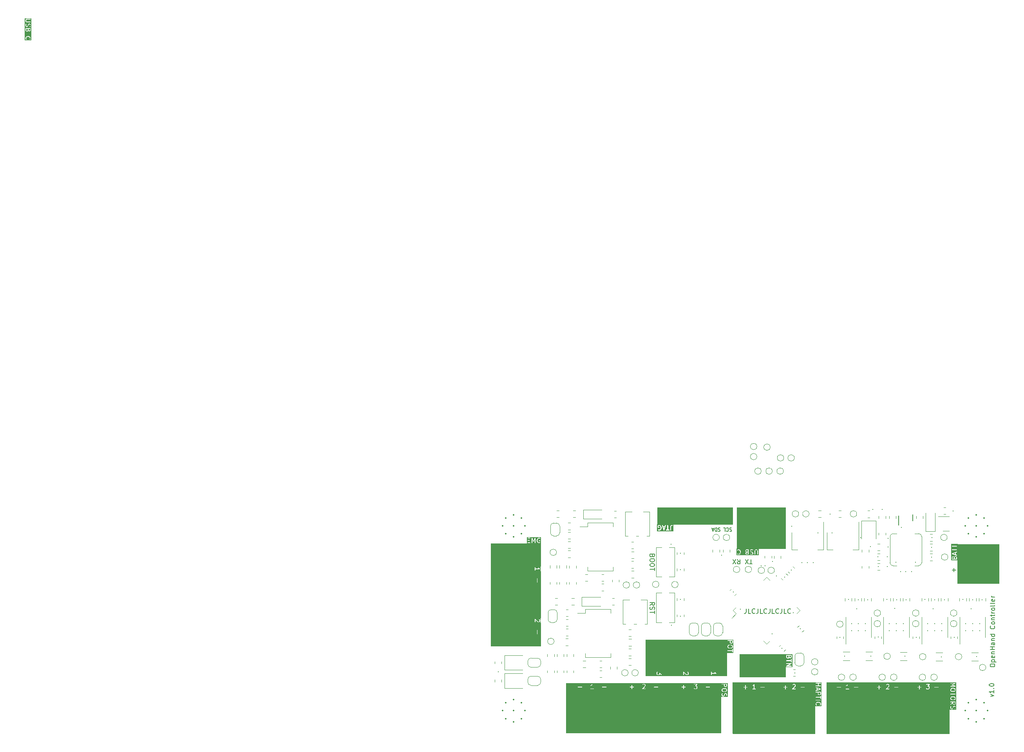
<source format=gto>
%TF.GenerationSoftware,KiCad,Pcbnew,7.0.7*%
%TF.CreationDate,2024-03-16T18:53:28+01:00*%
%TF.ProjectId,OpenHand,4f70656e-4861-46e6-942e-6b696361645f,rev?*%
%TF.SameCoordinates,Original*%
%TF.FileFunction,Legend,Top*%
%TF.FilePolarity,Positive*%
%FSLAX46Y46*%
G04 Gerber Fmt 4.6, Leading zero omitted, Abs format (unit mm)*
G04 Created by KiCad (PCBNEW 7.0.7) date 2024-03-16 18:53:28*
%MOMM*%
%LPD*%
G01*
G04 APERTURE LIST*
%ADD10C,0.150000*%
%ADD11C,0.200000*%
%ADD12C,0.120000*%
%ADD13C,0.300000*%
%ADD14C,0.350000*%
%ADD15O,0.600000X1.700000*%
%ADD16O,0.600000X1.400000*%
%ADD17C,0.200000*%
G04 APERTURE END LIST*
D10*
G36*
X188304814Y-140522676D02*
G01*
X183395187Y-140522676D01*
X183395187Y-139910842D01*
X183538044Y-139910842D01*
X183546953Y-139961366D01*
X183586253Y-139994343D01*
X183611905Y-139998866D01*
X183917857Y-139998866D01*
X183917857Y-140304819D01*
X183935404Y-140353028D01*
X183979833Y-140378680D01*
X184030357Y-140369771D01*
X184063334Y-140330471D01*
X184067857Y-140304819D01*
X184067857Y-140298283D01*
X185441953Y-140298283D01*
X185447794Y-140320085D01*
X185451715Y-140342319D01*
X185454342Y-140344523D01*
X185455230Y-140347837D01*
X185473721Y-140360785D01*
X185491015Y-140375296D01*
X185495599Y-140376104D01*
X185497256Y-140377264D01*
X185500544Y-140376976D01*
X185516667Y-140379819D01*
X186135714Y-140379819D01*
X186183923Y-140362272D01*
X186209575Y-140317843D01*
X186200666Y-140267319D01*
X186161366Y-140234342D01*
X186135714Y-140229819D01*
X185697733Y-140229819D01*
X186016709Y-139910842D01*
X187252330Y-139910842D01*
X187261239Y-139961366D01*
X187300539Y-139994343D01*
X187326191Y-139998866D01*
X188088096Y-139998866D01*
X188136305Y-139981319D01*
X188161957Y-139936890D01*
X188153048Y-139886366D01*
X188113748Y-139853389D01*
X188088096Y-139848866D01*
X187326191Y-139848866D01*
X187277982Y-139866413D01*
X187252330Y-139910842D01*
X186016709Y-139910842D01*
X186141128Y-139786423D01*
X186143023Y-139782358D01*
X186146843Y-139780012D01*
X186159246Y-139757107D01*
X186206865Y-139614251D01*
X186206820Y-139612615D01*
X186210714Y-139590533D01*
X186210714Y-139495295D01*
X186209180Y-139491081D01*
X186210222Y-139486720D01*
X186202796Y-139461754D01*
X186155177Y-139366516D01*
X186153987Y-139365390D01*
X186141128Y-139347024D01*
X186093509Y-139299405D01*
X186092027Y-139298714D01*
X186074017Y-139285356D01*
X185978779Y-139237737D01*
X185974325Y-139237224D01*
X185970890Y-139234342D01*
X185945238Y-139229819D01*
X185707143Y-139229819D01*
X185702929Y-139231352D01*
X185698568Y-139230311D01*
X185673602Y-139237737D01*
X185578364Y-139285356D01*
X185577238Y-139286545D01*
X185558872Y-139299405D01*
X185511253Y-139347024D01*
X185489572Y-139393521D01*
X185502849Y-139443075D01*
X185544875Y-139472502D01*
X185595982Y-139468030D01*
X185617319Y-139453090D01*
X185656332Y-139414076D01*
X185724848Y-139379819D01*
X185927533Y-139379819D01*
X185996049Y-139414077D01*
X186026456Y-139444483D01*
X186060714Y-139513000D01*
X186060714Y-139578363D01*
X186022542Y-139692876D01*
X185463634Y-140251786D01*
X185454096Y-140272239D01*
X185442806Y-140291795D01*
X185443402Y-140295175D01*
X185441953Y-140298283D01*
X184067857Y-140298283D01*
X184067857Y-139998866D01*
X184373810Y-139998866D01*
X184422019Y-139981319D01*
X184447671Y-139936890D01*
X184438762Y-139886366D01*
X184399462Y-139853389D01*
X184373810Y-139848866D01*
X184067857Y-139848866D01*
X184067857Y-139542914D01*
X184050310Y-139494705D01*
X184005881Y-139469053D01*
X183955357Y-139477962D01*
X183922380Y-139517262D01*
X183917857Y-139542914D01*
X183917857Y-139848866D01*
X183611905Y-139848866D01*
X183563696Y-139866413D01*
X183538044Y-139910842D01*
X183395187Y-139910842D01*
X183395187Y-139086962D01*
X188304814Y-139086962D01*
X188304814Y-140522676D01*
G37*
G36*
X179604814Y-140522676D02*
G01*
X174695187Y-140522676D01*
X174695187Y-139910842D01*
X174838044Y-139910842D01*
X174846953Y-139961366D01*
X174886253Y-139994343D01*
X174911905Y-139998866D01*
X175217857Y-139998866D01*
X175217857Y-140304819D01*
X175235404Y-140353028D01*
X175279833Y-140378680D01*
X175330357Y-140369771D01*
X175363334Y-140330471D01*
X175367857Y-140304819D01*
X175367857Y-140291795D01*
X176790425Y-140291795D01*
X176799334Y-140342319D01*
X176838634Y-140375296D01*
X176864286Y-140379819D01*
X177435714Y-140379819D01*
X177483923Y-140362272D01*
X177509575Y-140317843D01*
X177500666Y-140267319D01*
X177461366Y-140234342D01*
X177435714Y-140229819D01*
X177225000Y-140229819D01*
X177225000Y-139910842D01*
X178552330Y-139910842D01*
X178561239Y-139961366D01*
X178600539Y-139994343D01*
X178626191Y-139998866D01*
X179388096Y-139998866D01*
X179436305Y-139981319D01*
X179461957Y-139936890D01*
X179453048Y-139886366D01*
X179413748Y-139853389D01*
X179388096Y-139848866D01*
X178626191Y-139848866D01*
X178577982Y-139866413D01*
X178552330Y-139910842D01*
X177225000Y-139910842D01*
X177225000Y-139304819D01*
X177223524Y-139300765D01*
X177224545Y-139296576D01*
X177214897Y-139277063D01*
X177207453Y-139256610D01*
X177203718Y-139254454D01*
X177201807Y-139250587D01*
X177181872Y-139241840D01*
X177163024Y-139230958D01*
X177158776Y-139231706D01*
X177154827Y-139229974D01*
X177133932Y-139236087D01*
X177112500Y-139239867D01*
X177109728Y-139243169D01*
X177105589Y-139244381D01*
X177087596Y-139263216D01*
X176996475Y-139399896D01*
X176915097Y-139481275D01*
X176830745Y-139523451D01*
X176795473Y-139560705D01*
X176792398Y-139611916D01*
X176822962Y-139653121D01*
X176872860Y-139665041D01*
X176897827Y-139657615D01*
X176993065Y-139609996D01*
X176994190Y-139608806D01*
X177012557Y-139595947D01*
X177075000Y-139533504D01*
X177075000Y-140229819D01*
X176864286Y-140229819D01*
X176816077Y-140247366D01*
X176790425Y-140291795D01*
X175367857Y-140291795D01*
X175367857Y-139998866D01*
X175673810Y-139998866D01*
X175722019Y-139981319D01*
X175747671Y-139936890D01*
X175738762Y-139886366D01*
X175699462Y-139853389D01*
X175673810Y-139848866D01*
X175367857Y-139848866D01*
X175367857Y-139542914D01*
X175350310Y-139494705D01*
X175305881Y-139469053D01*
X175255357Y-139477962D01*
X175222380Y-139517262D01*
X175217857Y-139542914D01*
X175217857Y-139848866D01*
X174911905Y-139848866D01*
X174863696Y-139866413D01*
X174838044Y-139910842D01*
X174695187Y-139910842D01*
X174695187Y-139087117D01*
X179604814Y-139087117D01*
X179604814Y-140522676D01*
G37*
X207979819Y-135279763D02*
X207979819Y-135089287D01*
X207979819Y-135089287D02*
X208027438Y-134994049D01*
X208027438Y-134994049D02*
X208122676Y-134898811D01*
X208122676Y-134898811D02*
X208313152Y-134851192D01*
X208313152Y-134851192D02*
X208646485Y-134851192D01*
X208646485Y-134851192D02*
X208836961Y-134898811D01*
X208836961Y-134898811D02*
X208932200Y-134994049D01*
X208932200Y-134994049D02*
X208979819Y-135089287D01*
X208979819Y-135089287D02*
X208979819Y-135279763D01*
X208979819Y-135279763D02*
X208932200Y-135375001D01*
X208932200Y-135375001D02*
X208836961Y-135470239D01*
X208836961Y-135470239D02*
X208646485Y-135517858D01*
X208646485Y-135517858D02*
X208313152Y-135517858D01*
X208313152Y-135517858D02*
X208122676Y-135470239D01*
X208122676Y-135470239D02*
X208027438Y-135375001D01*
X208027438Y-135375001D02*
X207979819Y-135279763D01*
X208313152Y-134422620D02*
X209313152Y-134422620D01*
X208360771Y-134422620D02*
X208313152Y-134327382D01*
X208313152Y-134327382D02*
X208313152Y-134136906D01*
X208313152Y-134136906D02*
X208360771Y-134041668D01*
X208360771Y-134041668D02*
X208408390Y-133994049D01*
X208408390Y-133994049D02*
X208503628Y-133946430D01*
X208503628Y-133946430D02*
X208789342Y-133946430D01*
X208789342Y-133946430D02*
X208884580Y-133994049D01*
X208884580Y-133994049D02*
X208932200Y-134041668D01*
X208932200Y-134041668D02*
X208979819Y-134136906D01*
X208979819Y-134136906D02*
X208979819Y-134327382D01*
X208979819Y-134327382D02*
X208932200Y-134422620D01*
X208932200Y-133136906D02*
X208979819Y-133232144D01*
X208979819Y-133232144D02*
X208979819Y-133422620D01*
X208979819Y-133422620D02*
X208932200Y-133517858D01*
X208932200Y-133517858D02*
X208836961Y-133565477D01*
X208836961Y-133565477D02*
X208456009Y-133565477D01*
X208456009Y-133565477D02*
X208360771Y-133517858D01*
X208360771Y-133517858D02*
X208313152Y-133422620D01*
X208313152Y-133422620D02*
X208313152Y-133232144D01*
X208313152Y-133232144D02*
X208360771Y-133136906D01*
X208360771Y-133136906D02*
X208456009Y-133089287D01*
X208456009Y-133089287D02*
X208551247Y-133089287D01*
X208551247Y-133089287D02*
X208646485Y-133565477D01*
X208313152Y-132660715D02*
X208979819Y-132660715D01*
X208408390Y-132660715D02*
X208360771Y-132613096D01*
X208360771Y-132613096D02*
X208313152Y-132517858D01*
X208313152Y-132517858D02*
X208313152Y-132375001D01*
X208313152Y-132375001D02*
X208360771Y-132279763D01*
X208360771Y-132279763D02*
X208456009Y-132232144D01*
X208456009Y-132232144D02*
X208979819Y-132232144D01*
X208979819Y-131755953D02*
X207979819Y-131755953D01*
X208456009Y-131755953D02*
X208456009Y-131184525D01*
X208979819Y-131184525D02*
X207979819Y-131184525D01*
X208979819Y-130279763D02*
X208456009Y-130279763D01*
X208456009Y-130279763D02*
X208360771Y-130327382D01*
X208360771Y-130327382D02*
X208313152Y-130422620D01*
X208313152Y-130422620D02*
X208313152Y-130613096D01*
X208313152Y-130613096D02*
X208360771Y-130708334D01*
X208932200Y-130279763D02*
X208979819Y-130375001D01*
X208979819Y-130375001D02*
X208979819Y-130613096D01*
X208979819Y-130613096D02*
X208932200Y-130708334D01*
X208932200Y-130708334D02*
X208836961Y-130755953D01*
X208836961Y-130755953D02*
X208741723Y-130755953D01*
X208741723Y-130755953D02*
X208646485Y-130708334D01*
X208646485Y-130708334D02*
X208598866Y-130613096D01*
X208598866Y-130613096D02*
X208598866Y-130375001D01*
X208598866Y-130375001D02*
X208551247Y-130279763D01*
X208313152Y-129803572D02*
X208979819Y-129803572D01*
X208408390Y-129803572D02*
X208360771Y-129755953D01*
X208360771Y-129755953D02*
X208313152Y-129660715D01*
X208313152Y-129660715D02*
X208313152Y-129517858D01*
X208313152Y-129517858D02*
X208360771Y-129422620D01*
X208360771Y-129422620D02*
X208456009Y-129375001D01*
X208456009Y-129375001D02*
X208979819Y-129375001D01*
X208979819Y-128470239D02*
X207979819Y-128470239D01*
X208932200Y-128470239D02*
X208979819Y-128565477D01*
X208979819Y-128565477D02*
X208979819Y-128755953D01*
X208979819Y-128755953D02*
X208932200Y-128851191D01*
X208932200Y-128851191D02*
X208884580Y-128898810D01*
X208884580Y-128898810D02*
X208789342Y-128946429D01*
X208789342Y-128946429D02*
X208503628Y-128946429D01*
X208503628Y-128946429D02*
X208408390Y-128898810D01*
X208408390Y-128898810D02*
X208360771Y-128851191D01*
X208360771Y-128851191D02*
X208313152Y-128755953D01*
X208313152Y-128755953D02*
X208313152Y-128565477D01*
X208313152Y-128565477D02*
X208360771Y-128470239D01*
X208884580Y-126660715D02*
X208932200Y-126708334D01*
X208932200Y-126708334D02*
X208979819Y-126851191D01*
X208979819Y-126851191D02*
X208979819Y-126946429D01*
X208979819Y-126946429D02*
X208932200Y-127089286D01*
X208932200Y-127089286D02*
X208836961Y-127184524D01*
X208836961Y-127184524D02*
X208741723Y-127232143D01*
X208741723Y-127232143D02*
X208551247Y-127279762D01*
X208551247Y-127279762D02*
X208408390Y-127279762D01*
X208408390Y-127279762D02*
X208217914Y-127232143D01*
X208217914Y-127232143D02*
X208122676Y-127184524D01*
X208122676Y-127184524D02*
X208027438Y-127089286D01*
X208027438Y-127089286D02*
X207979819Y-126946429D01*
X207979819Y-126946429D02*
X207979819Y-126851191D01*
X207979819Y-126851191D02*
X208027438Y-126708334D01*
X208027438Y-126708334D02*
X208075057Y-126660715D01*
X208979819Y-126089286D02*
X208932200Y-126184524D01*
X208932200Y-126184524D02*
X208884580Y-126232143D01*
X208884580Y-126232143D02*
X208789342Y-126279762D01*
X208789342Y-126279762D02*
X208503628Y-126279762D01*
X208503628Y-126279762D02*
X208408390Y-126232143D01*
X208408390Y-126232143D02*
X208360771Y-126184524D01*
X208360771Y-126184524D02*
X208313152Y-126089286D01*
X208313152Y-126089286D02*
X208313152Y-125946429D01*
X208313152Y-125946429D02*
X208360771Y-125851191D01*
X208360771Y-125851191D02*
X208408390Y-125803572D01*
X208408390Y-125803572D02*
X208503628Y-125755953D01*
X208503628Y-125755953D02*
X208789342Y-125755953D01*
X208789342Y-125755953D02*
X208884580Y-125803572D01*
X208884580Y-125803572D02*
X208932200Y-125851191D01*
X208932200Y-125851191D02*
X208979819Y-125946429D01*
X208979819Y-125946429D02*
X208979819Y-126089286D01*
X208313152Y-125327381D02*
X208979819Y-125327381D01*
X208408390Y-125327381D02*
X208360771Y-125279762D01*
X208360771Y-125279762D02*
X208313152Y-125184524D01*
X208313152Y-125184524D02*
X208313152Y-125041667D01*
X208313152Y-125041667D02*
X208360771Y-124946429D01*
X208360771Y-124946429D02*
X208456009Y-124898810D01*
X208456009Y-124898810D02*
X208979819Y-124898810D01*
X208313152Y-124565476D02*
X208313152Y-124184524D01*
X207979819Y-124422619D02*
X208836961Y-124422619D01*
X208836961Y-124422619D02*
X208932200Y-124375000D01*
X208932200Y-124375000D02*
X208979819Y-124279762D01*
X208979819Y-124279762D02*
X208979819Y-124184524D01*
X208979819Y-123851190D02*
X208313152Y-123851190D01*
X208503628Y-123851190D02*
X208408390Y-123803571D01*
X208408390Y-123803571D02*
X208360771Y-123755952D01*
X208360771Y-123755952D02*
X208313152Y-123660714D01*
X208313152Y-123660714D02*
X208313152Y-123565476D01*
X208979819Y-123089285D02*
X208932200Y-123184523D01*
X208932200Y-123184523D02*
X208884580Y-123232142D01*
X208884580Y-123232142D02*
X208789342Y-123279761D01*
X208789342Y-123279761D02*
X208503628Y-123279761D01*
X208503628Y-123279761D02*
X208408390Y-123232142D01*
X208408390Y-123232142D02*
X208360771Y-123184523D01*
X208360771Y-123184523D02*
X208313152Y-123089285D01*
X208313152Y-123089285D02*
X208313152Y-122946428D01*
X208313152Y-122946428D02*
X208360771Y-122851190D01*
X208360771Y-122851190D02*
X208408390Y-122803571D01*
X208408390Y-122803571D02*
X208503628Y-122755952D01*
X208503628Y-122755952D02*
X208789342Y-122755952D01*
X208789342Y-122755952D02*
X208884580Y-122803571D01*
X208884580Y-122803571D02*
X208932200Y-122851190D01*
X208932200Y-122851190D02*
X208979819Y-122946428D01*
X208979819Y-122946428D02*
X208979819Y-123089285D01*
X208979819Y-122184523D02*
X208932200Y-122279761D01*
X208932200Y-122279761D02*
X208836961Y-122327380D01*
X208836961Y-122327380D02*
X207979819Y-122327380D01*
X208979819Y-121660713D02*
X208932200Y-121755951D01*
X208932200Y-121755951D02*
X208836961Y-121803570D01*
X208836961Y-121803570D02*
X207979819Y-121803570D01*
X208932200Y-120898808D02*
X208979819Y-120994046D01*
X208979819Y-120994046D02*
X208979819Y-121184522D01*
X208979819Y-121184522D02*
X208932200Y-121279760D01*
X208932200Y-121279760D02*
X208836961Y-121327379D01*
X208836961Y-121327379D02*
X208456009Y-121327379D01*
X208456009Y-121327379D02*
X208360771Y-121279760D01*
X208360771Y-121279760D02*
X208313152Y-121184522D01*
X208313152Y-121184522D02*
X208313152Y-120994046D01*
X208313152Y-120994046D02*
X208360771Y-120898808D01*
X208360771Y-120898808D02*
X208456009Y-120851189D01*
X208456009Y-120851189D02*
X208551247Y-120851189D01*
X208551247Y-120851189D02*
X208646485Y-121327379D01*
X208979819Y-120422617D02*
X208313152Y-120422617D01*
X208503628Y-120422617D02*
X208408390Y-120374998D01*
X208408390Y-120374998D02*
X208360771Y-120327379D01*
X208360771Y-120327379D02*
X208313152Y-120232141D01*
X208313152Y-120232141D02*
X208313152Y-120136903D01*
G36*
X-6010Y2301330D02*
G01*
X-44181Y2186816D01*
X-70674Y2160322D01*
X-139190Y2126065D01*
X-246637Y2126065D01*
X-315153Y2160323D01*
X-345561Y2190730D01*
X-379819Y2259246D01*
X-379819Y2547493D01*
X-6010Y2547493D01*
X-6010Y2301330D01*
G37*
G36*
X470180Y2306865D02*
G01*
X435922Y2238349D01*
X405514Y2207941D01*
X336999Y2173684D01*
X277171Y2173684D01*
X208654Y2207942D01*
X178248Y2238349D01*
X143990Y2306865D01*
X143990Y2547493D01*
X470180Y2547493D01*
X470180Y2306865D01*
G37*
G36*
X763037Y71589D02*
G01*
X-672676Y71589D01*
X-672676Y479636D01*
X-529819Y479636D01*
X-529258Y478097D01*
X-525970Y455919D01*
X-478351Y313062D01*
X-475563Y309550D01*
X-475173Y305082D01*
X-460232Y283745D01*
X-412613Y236127D01*
X-366116Y214446D01*
X-316561Y227724D01*
X-287135Y269749D01*
X-291607Y320857D01*
X-306548Y342194D01*
X-341647Y377292D01*
X-379819Y491806D01*
X-379819Y562703D01*
X-341647Y677217D01*
X-267534Y751329D01*
X-190547Y789823D01*
X-17013Y833207D01*
X107375Y833207D01*
X280909Y789823D01*
X357896Y751330D01*
X432009Y677217D01*
X470180Y562704D01*
X470180Y491806D01*
X432009Y377293D01*
X396909Y342193D01*
X375228Y295696D01*
X388505Y246142D01*
X430531Y216715D01*
X481638Y221187D01*
X502975Y236127D01*
X550594Y283746D01*
X552489Y287810D01*
X556309Y290157D01*
X568712Y313062D01*
X616331Y455918D01*
X616286Y457553D01*
X620180Y479636D01*
X620180Y574874D01*
X619620Y576411D01*
X616331Y598592D01*
X568712Y741448D01*
X565925Y744958D01*
X565535Y749427D01*
X550594Y770764D01*
X455356Y866002D01*
X453874Y866692D01*
X435864Y880051D01*
X340626Y927670D01*
X337097Y928076D01*
X325275Y933349D01*
X134799Y980968D01*
X131350Y980607D01*
X116609Y983207D01*
X-26247Y983207D01*
X-29504Y982021D01*
X-44437Y980968D01*
X-234913Y933349D01*
X-237857Y931360D01*
X-250264Y927670D01*
X-345502Y880051D01*
X-346627Y878862D01*
X-364993Y866003D01*
X-460233Y770764D01*
X-462127Y766700D01*
X-465949Y764353D01*
X-478351Y741448D01*
X-525970Y598591D01*
X-525925Y596956D01*
X-529819Y574874D01*
X-529819Y479636D01*
X-672676Y479636D01*
X-672676Y2241541D01*
X-529819Y2241541D01*
X-528285Y2237327D01*
X-529327Y2232967D01*
X-521901Y2208000D01*
X-474282Y2112762D01*
X-473094Y2111637D01*
X-460232Y2093269D01*
X-412613Y2045651D01*
X-411131Y2044960D01*
X-393121Y2031602D01*
X-297883Y1983983D01*
X-293429Y1983470D01*
X-289994Y1980588D01*
X-264342Y1976065D01*
X-121485Y1976065D01*
X-117271Y1977598D01*
X-112911Y1976557D01*
X-87944Y1983983D01*
X7294Y2031602D01*
X8418Y2032789D01*
X26787Y2045652D01*
X74405Y2093271D01*
X76299Y2097334D01*
X80119Y2099681D01*
X88783Y2115681D01*
X111195Y2093270D01*
X112676Y2092578D01*
X130687Y2079221D01*
X225925Y2031602D01*
X230378Y2031089D01*
X233814Y2028207D01*
X259466Y2023684D01*
X354704Y2023684D01*
X358917Y2025217D01*
X363278Y2024176D01*
X388245Y2031602D01*
X483483Y2079221D01*
X484608Y2080410D01*
X502975Y2093270D01*
X550594Y2140889D01*
X551285Y2142370D01*
X564643Y2160381D01*
X612262Y2255619D01*
X612774Y2260072D01*
X615657Y2263508D01*
X620180Y2289160D01*
X620180Y2622493D01*
X613516Y2640801D01*
X610132Y2659993D01*
X604947Y2664343D01*
X602633Y2670702D01*
X585759Y2680444D01*
X570832Y2692970D01*
X561089Y2694687D01*
X558204Y2696354D01*
X554921Y2695775D01*
X545180Y2697493D01*
X-454819Y2697493D01*
X-473127Y2690829D01*
X-492319Y2687445D01*
X-496669Y2682260D01*
X-503028Y2679946D01*
X-512770Y2663072D01*
X-525296Y2648145D01*
X-527013Y2638402D01*
X-528680Y2635517D01*
X-528101Y2632234D01*
X-529819Y2622493D01*
X-529819Y2241541D01*
X-672676Y2241541D01*
X-672676Y3241541D01*
X-529819Y3241541D01*
X-528285Y3237327D01*
X-529327Y3232967D01*
X-521901Y3208000D01*
X-474282Y3112762D01*
X-473094Y3111637D01*
X-460232Y3093269D01*
X-412613Y3045651D01*
X-411131Y3044960D01*
X-393121Y3031602D01*
X-297883Y2983983D01*
X-293429Y2983470D01*
X-289994Y2980588D01*
X-264342Y2976065D01*
X-169104Y2976065D01*
X-164890Y2977598D01*
X-160530Y2976557D01*
X-135563Y2983983D01*
X-40325Y3031602D01*
X-39199Y3032791D01*
X-20833Y3045651D01*
X26786Y3093270D01*
X27477Y3094752D01*
X40835Y3112763D01*
X88453Y3208001D01*
X88858Y3211527D01*
X94132Y3223351D01*
X139754Y3405841D01*
X178248Y3482828D01*
X208655Y3513235D01*
X277171Y3547493D01*
X336999Y3547493D01*
X405515Y3513234D01*
X435922Y3482828D01*
X470180Y3414312D01*
X470180Y3206092D01*
X426410Y3074782D01*
X427811Y3023498D01*
X461848Y2985113D01*
X512597Y2977588D01*
X556309Y3004443D01*
X568712Y3027348D01*
X616331Y3170204D01*
X616286Y3171839D01*
X620180Y3193922D01*
X620180Y3432017D01*
X618646Y3436230D01*
X619688Y3440592D01*
X612262Y3465558D01*
X564643Y3560796D01*
X563453Y3561921D01*
X550594Y3580288D01*
X502975Y3627907D01*
X501493Y3628597D01*
X483483Y3641956D01*
X388245Y3689575D01*
X383791Y3690087D01*
X380356Y3692970D01*
X354704Y3697493D01*
X259466Y3697493D01*
X255252Y3695959D01*
X250891Y3697001D01*
X225925Y3689575D01*
X130687Y3641956D01*
X129561Y3640766D01*
X111195Y3627907D01*
X63576Y3580288D01*
X62885Y3578806D01*
X49527Y3560796D01*
X1908Y3465558D01*
X1501Y3462029D01*
X-3771Y3450207D01*
X-49393Y3267716D01*
X-87885Y3190730D01*
X-118292Y3160323D01*
X-186809Y3126065D01*
X-246637Y3126065D01*
X-315153Y3160323D01*
X-345561Y3190730D01*
X-379819Y3259246D01*
X-379819Y3467465D01*
X-336049Y3598775D01*
X-337450Y3650059D01*
X-371488Y3688445D01*
X-422236Y3695970D01*
X-465949Y3669115D01*
X-478351Y3646210D01*
X-525970Y3503353D01*
X-525925Y3501718D01*
X-529819Y3479636D01*
X-529819Y3241541D01*
X-672676Y3241541D01*
X-672676Y4241541D01*
X-529819Y4241541D01*
X-528285Y4237327D01*
X-529327Y4232967D01*
X-521901Y4208000D01*
X-474282Y4112762D01*
X-473094Y4111637D01*
X-460232Y4093269D01*
X-412613Y4045651D01*
X-411131Y4044960D01*
X-393121Y4031602D01*
X-297883Y3983983D01*
X-293429Y3983470D01*
X-289994Y3980588D01*
X-264342Y3976065D01*
X545180Y3976065D01*
X593389Y3993612D01*
X619041Y4038041D01*
X610132Y4088565D01*
X570832Y4121542D01*
X545180Y4126065D01*
X-246637Y4126065D01*
X-315153Y4160323D01*
X-345561Y4190730D01*
X-379819Y4259246D01*
X-379819Y4414312D01*
X-345561Y4482827D01*
X-315153Y4513234D01*
X-246637Y4547493D01*
X545180Y4547493D01*
X593389Y4565040D01*
X619041Y4609469D01*
X610132Y4659993D01*
X570832Y4692970D01*
X545180Y4697493D01*
X-264342Y4697493D01*
X-268555Y4695959D01*
X-272917Y4697001D01*
X-297883Y4689575D01*
X-393121Y4641956D01*
X-394246Y4640767D01*
X-412613Y4627907D01*
X-460232Y4580289D01*
X-460922Y4578807D01*
X-474282Y4560796D01*
X-521901Y4465558D01*
X-522413Y4461104D01*
X-525296Y4457669D01*
X-529819Y4432017D01*
X-529819Y4241541D01*
X-672676Y4241541D01*
X-672676Y4840350D01*
X763037Y4840350D01*
X763037Y71589D01*
G37*
G36*
X137163037Y-137428696D02*
G01*
X135727323Y-137428696D01*
X135727323Y-137020363D01*
X135870180Y-137020363D01*
X135871713Y-137024576D01*
X135870672Y-137028938D01*
X135878098Y-137053905D01*
X135925718Y-137149143D01*
X135926909Y-137150270D01*
X135939767Y-137168634D01*
X135987386Y-137216253D01*
X135988867Y-137216944D01*
X136006878Y-137230302D01*
X136102116Y-137277921D01*
X136106569Y-137278433D01*
X136110005Y-137281316D01*
X136135657Y-137285839D01*
X136373752Y-137285839D01*
X136377965Y-137284305D01*
X136382326Y-137285347D01*
X136407293Y-137277921D01*
X136502531Y-137230302D01*
X136503656Y-137229112D01*
X136522023Y-137216253D01*
X136569642Y-137168634D01*
X136570333Y-137167152D01*
X136583691Y-137149142D01*
X136631310Y-137053904D01*
X136631822Y-137049450D01*
X136634705Y-137046015D01*
X136635802Y-137039791D01*
X136895792Y-137267282D01*
X136914643Y-137274588D01*
X136932156Y-137284700D01*
X136938049Y-137283660D01*
X136943628Y-137285823D01*
X136962767Y-137279302D01*
X136982680Y-137275791D01*
X136986525Y-137271207D01*
X136992190Y-137269278D01*
X137002660Y-137251979D01*
X137015657Y-137236491D01*
X137017145Y-137228047D01*
X137018755Y-137225389D01*
X137018221Y-137221947D01*
X137020180Y-137210839D01*
X137020180Y-136591792D01*
X137002633Y-136543583D01*
X136958204Y-136517931D01*
X136907680Y-136526840D01*
X136874703Y-136566140D01*
X136870180Y-136591792D01*
X136870180Y-137045556D01*
X136613616Y-136821063D01*
X136594764Y-136813756D01*
X136577252Y-136803645D01*
X136571358Y-136804684D01*
X136565780Y-136802522D01*
X136546640Y-136809042D01*
X136526728Y-136812554D01*
X136522882Y-136817137D01*
X136517218Y-136819067D01*
X136506747Y-136836365D01*
X136493751Y-136851854D01*
X136492262Y-136860297D01*
X136490653Y-136862956D01*
X136491186Y-136866397D01*
X136489228Y-136877506D01*
X136489228Y-137002658D01*
X136454970Y-137071174D01*
X136424563Y-137101581D01*
X136356047Y-137135839D01*
X136153362Y-137135839D01*
X136084846Y-137101581D01*
X136054438Y-137071173D01*
X136020180Y-137002656D01*
X136020180Y-136752355D01*
X136054438Y-136683838D01*
X136093452Y-136644825D01*
X136115133Y-136598329D01*
X136101856Y-136548774D01*
X136059830Y-136519348D01*
X136008723Y-136523819D01*
X135987386Y-136538759D01*
X135939767Y-136586378D01*
X135939075Y-136587860D01*
X135925718Y-136605869D01*
X135878098Y-136701107D01*
X135877585Y-136705561D01*
X135874703Y-136708997D01*
X135870180Y-136734649D01*
X135870180Y-137020363D01*
X135727323Y-137020363D01*
X135727323Y-136375074D01*
X137163037Y-136375074D01*
X137163037Y-137428696D01*
G37*
G36*
X197004814Y-140522676D02*
G01*
X192095187Y-140522676D01*
X192095187Y-139910842D01*
X192238044Y-139910842D01*
X192246953Y-139961366D01*
X192286253Y-139994343D01*
X192311905Y-139998866D01*
X192617857Y-139998866D01*
X192617857Y-140304819D01*
X192635404Y-140353028D01*
X192679833Y-140378680D01*
X192730357Y-140369771D01*
X192763334Y-140330471D01*
X192767857Y-140304819D01*
X192767857Y-139998866D01*
X193073810Y-139998866D01*
X193122019Y-139981319D01*
X193147671Y-139936890D01*
X193138762Y-139886366D01*
X193099462Y-139853389D01*
X193073810Y-139848866D01*
X192767857Y-139848866D01*
X192767857Y-139542914D01*
X192750310Y-139494705D01*
X192705881Y-139469053D01*
X192655357Y-139477962D01*
X192622380Y-139517262D01*
X192617857Y-139542914D01*
X192617857Y-139848866D01*
X192311905Y-139848866D01*
X192263696Y-139866413D01*
X192238044Y-139910842D01*
X192095187Y-139910842D01*
X192095187Y-139291795D01*
X194142806Y-139291795D01*
X194151715Y-139342319D01*
X194191015Y-139375296D01*
X194216667Y-139379819D01*
X194670432Y-139379819D01*
X194445938Y-139636383D01*
X194438631Y-139655234D01*
X194428520Y-139672747D01*
X194429559Y-139678640D01*
X194427397Y-139684219D01*
X194433917Y-139703358D01*
X194437429Y-139723271D01*
X194442012Y-139727116D01*
X194443942Y-139732781D01*
X194461240Y-139743251D01*
X194476729Y-139756248D01*
X194485172Y-139757736D01*
X194487831Y-139759346D01*
X194491272Y-139758812D01*
X194502381Y-139760771D01*
X194627533Y-139760771D01*
X194696049Y-139795029D01*
X194726456Y-139825436D01*
X194760714Y-139893952D01*
X194760714Y-140096636D01*
X194726455Y-140165153D01*
X194696048Y-140195561D01*
X194627533Y-140229819D01*
X194377229Y-140229819D01*
X194308713Y-140195561D01*
X194269701Y-140156548D01*
X194223204Y-140134866D01*
X194173649Y-140148143D01*
X194144223Y-140190168D01*
X194148693Y-140241275D01*
X194163633Y-140262612D01*
X194211252Y-140310232D01*
X194212733Y-140310922D01*
X194230745Y-140324282D01*
X194325983Y-140371901D01*
X194330436Y-140372413D01*
X194333872Y-140375296D01*
X194359524Y-140379819D01*
X194645238Y-140379819D01*
X194649451Y-140378285D01*
X194653812Y-140379327D01*
X194678779Y-140371901D01*
X194774017Y-140324282D01*
X194775141Y-140323094D01*
X194793510Y-140310232D01*
X194841128Y-140262613D01*
X194841818Y-140261131D01*
X194855177Y-140243121D01*
X194902796Y-140147883D01*
X194903308Y-140143429D01*
X194906191Y-140139994D01*
X194910714Y-140114342D01*
X194910714Y-139910842D01*
X195952330Y-139910842D01*
X195961239Y-139961366D01*
X196000539Y-139994343D01*
X196026191Y-139998866D01*
X196788096Y-139998866D01*
X196836305Y-139981319D01*
X196861957Y-139936890D01*
X196853048Y-139886366D01*
X196813748Y-139853389D01*
X196788096Y-139848866D01*
X196026191Y-139848866D01*
X195977982Y-139866413D01*
X195952330Y-139910842D01*
X194910714Y-139910842D01*
X194910714Y-139876247D01*
X194909180Y-139872033D01*
X194910222Y-139867672D01*
X194902796Y-139842706D01*
X194855177Y-139747468D01*
X194853987Y-139746342D01*
X194841128Y-139727976D01*
X194793509Y-139680357D01*
X194792027Y-139679666D01*
X194774017Y-139666308D01*
X194678779Y-139618689D01*
X194674325Y-139618176D01*
X194670890Y-139615294D01*
X194664666Y-139614196D01*
X194892157Y-139354207D01*
X194899463Y-139335355D01*
X194909575Y-139317843D01*
X194908535Y-139311949D01*
X194910698Y-139306371D01*
X194904177Y-139287231D01*
X194900666Y-139267319D01*
X194896082Y-139263473D01*
X194894153Y-139257809D01*
X194876854Y-139247338D01*
X194861366Y-139234342D01*
X194852922Y-139232853D01*
X194850264Y-139231244D01*
X194846822Y-139231777D01*
X194835714Y-139229819D01*
X194216667Y-139229819D01*
X194168458Y-139247366D01*
X194142806Y-139291795D01*
X192095187Y-139291795D01*
X192095187Y-139086962D01*
X197004814Y-139086962D01*
X197004814Y-140522676D01*
G37*
G36*
X152113979Y-130897609D02*
G01*
X152185922Y-130969552D01*
X152220180Y-131038068D01*
X152220180Y-131193133D01*
X152185922Y-131261649D01*
X152113979Y-131333592D01*
X151952613Y-131373934D01*
X151637748Y-131373934D01*
X151476381Y-131333592D01*
X151404438Y-131261649D01*
X151370180Y-131193132D01*
X151370180Y-131038069D01*
X151404438Y-130969552D01*
X151476381Y-130897609D01*
X151637748Y-130857268D01*
X151952613Y-130857268D01*
X152113979Y-130897609D01*
G37*
G36*
X152220180Y-130193134D02*
G01*
X152185922Y-130261649D01*
X152155515Y-130292056D01*
X152086999Y-130326315D01*
X151979552Y-130326315D01*
X151911036Y-130292056D01*
X151880629Y-130261649D01*
X151846371Y-130193134D01*
X151846371Y-129904887D01*
X152220180Y-129904887D01*
X152220180Y-130193134D01*
G37*
G36*
X152513037Y-132522795D02*
G01*
X151077323Y-132522795D01*
X151077323Y-132007339D01*
X151221319Y-132007339D01*
X151230228Y-132057863D01*
X151269528Y-132090840D01*
X151295180Y-132095363D01*
X152220180Y-132095363D01*
X152220180Y-132306077D01*
X152237727Y-132354286D01*
X152282156Y-132379938D01*
X152332680Y-132371029D01*
X152365657Y-132331729D01*
X152370180Y-132306077D01*
X152370180Y-131734649D01*
X152352633Y-131686440D01*
X152308204Y-131660788D01*
X152257680Y-131669697D01*
X152224703Y-131708997D01*
X152220180Y-131734649D01*
X152220180Y-131945363D01*
X151295180Y-131945363D01*
X151246971Y-131962910D01*
X151221319Y-132007339D01*
X151077323Y-132007339D01*
X151077323Y-131210839D01*
X151220180Y-131210839D01*
X151221713Y-131215052D01*
X151220672Y-131219414D01*
X151228098Y-131244381D01*
X151275718Y-131339619D01*
X151276909Y-131340746D01*
X151289767Y-131359110D01*
X151385005Y-131454348D01*
X151391712Y-131457475D01*
X151396059Y-131463466D01*
X151419848Y-131474076D01*
X151610324Y-131521695D01*
X151613772Y-131521334D01*
X151628514Y-131523934D01*
X151961847Y-131523934D01*
X151965104Y-131522748D01*
X151980037Y-131521695D01*
X152170513Y-131474076D01*
X152176646Y-131469933D01*
X152184019Y-131469288D01*
X152205356Y-131454348D01*
X152300594Y-131359110D01*
X152301284Y-131357628D01*
X152314643Y-131339618D01*
X152362262Y-131244380D01*
X152362774Y-131239926D01*
X152365657Y-131236491D01*
X152370180Y-131210839D01*
X152370180Y-131020363D01*
X152368646Y-131016149D01*
X152369688Y-131011788D01*
X152362262Y-130986822D01*
X152314643Y-130891584D01*
X152313456Y-130890460D01*
X152300594Y-130872092D01*
X152205356Y-130776854D01*
X152198648Y-130773726D01*
X152194302Y-130767736D01*
X152170513Y-130757126D01*
X151980037Y-130709507D01*
X151976588Y-130709867D01*
X151961847Y-130707268D01*
X151628514Y-130707268D01*
X151625256Y-130708453D01*
X151610324Y-130709507D01*
X151419848Y-130757126D01*
X151413715Y-130761267D01*
X151406342Y-130761913D01*
X151385005Y-130776854D01*
X151289767Y-130872092D01*
X151289075Y-130873574D01*
X151275718Y-130891583D01*
X151228098Y-130986821D01*
X151227585Y-130991275D01*
X151224703Y-130994711D01*
X151220180Y-131020363D01*
X151220180Y-131210839D01*
X151077323Y-131210839D01*
X151077323Y-129816863D01*
X151221319Y-129816863D01*
X151230228Y-129867387D01*
X151269528Y-129900364D01*
X151295180Y-129904887D01*
X151696371Y-129904887D01*
X151696371Y-130210839D01*
X151697904Y-130215052D01*
X151696863Y-130219413D01*
X151704289Y-130244380D01*
X151751908Y-130339618D01*
X151753097Y-130340743D01*
X151765957Y-130359110D01*
X151813576Y-130406729D01*
X151815057Y-130407420D01*
X151833068Y-130420778D01*
X151928306Y-130468397D01*
X151932759Y-130468909D01*
X151936195Y-130471792D01*
X151961847Y-130476315D01*
X152104704Y-130476315D01*
X152108917Y-130474781D01*
X152113278Y-130475823D01*
X152138245Y-130468397D01*
X152233483Y-130420778D01*
X152234608Y-130419588D01*
X152252975Y-130406729D01*
X152300594Y-130359110D01*
X152301285Y-130357628D01*
X152314643Y-130339618D01*
X152362262Y-130244380D01*
X152362774Y-130239926D01*
X152365657Y-130236491D01*
X152370180Y-130210839D01*
X152370180Y-129829887D01*
X152363516Y-129811578D01*
X152360132Y-129792387D01*
X152354947Y-129788036D01*
X152352633Y-129781678D01*
X152335759Y-129771935D01*
X152320832Y-129759410D01*
X152311089Y-129757692D01*
X152308204Y-129756026D01*
X152304921Y-129756604D01*
X152295180Y-129754887D01*
X151295180Y-129754887D01*
X151246971Y-129772434D01*
X151221319Y-129816863D01*
X151077323Y-129816863D01*
X151077323Y-129612030D01*
X152513037Y-129612030D01*
X152513037Y-132522795D01*
G37*
D11*
X134971590Y-111467857D02*
X134923971Y-111610714D01*
X134923971Y-111610714D02*
X134876352Y-111658333D01*
X134876352Y-111658333D02*
X134781114Y-111705952D01*
X134781114Y-111705952D02*
X134638257Y-111705952D01*
X134638257Y-111705952D02*
X134543019Y-111658333D01*
X134543019Y-111658333D02*
X134495400Y-111610714D01*
X134495400Y-111610714D02*
X134447780Y-111515476D01*
X134447780Y-111515476D02*
X134447780Y-111134524D01*
X134447780Y-111134524D02*
X135447780Y-111134524D01*
X135447780Y-111134524D02*
X135447780Y-111467857D01*
X135447780Y-111467857D02*
X135400161Y-111563095D01*
X135400161Y-111563095D02*
X135352542Y-111610714D01*
X135352542Y-111610714D02*
X135257304Y-111658333D01*
X135257304Y-111658333D02*
X135162066Y-111658333D01*
X135162066Y-111658333D02*
X135066828Y-111610714D01*
X135066828Y-111610714D02*
X135019209Y-111563095D01*
X135019209Y-111563095D02*
X134971590Y-111467857D01*
X134971590Y-111467857D02*
X134971590Y-111134524D01*
X135447780Y-112325000D02*
X135447780Y-112515476D01*
X135447780Y-112515476D02*
X135400161Y-112610714D01*
X135400161Y-112610714D02*
X135304923Y-112705952D01*
X135304923Y-112705952D02*
X135114447Y-112753571D01*
X135114447Y-112753571D02*
X134781114Y-112753571D01*
X134781114Y-112753571D02*
X134590638Y-112705952D01*
X134590638Y-112705952D02*
X134495400Y-112610714D01*
X134495400Y-112610714D02*
X134447780Y-112515476D01*
X134447780Y-112515476D02*
X134447780Y-112325000D01*
X134447780Y-112325000D02*
X134495400Y-112229762D01*
X134495400Y-112229762D02*
X134590638Y-112134524D01*
X134590638Y-112134524D02*
X134781114Y-112086905D01*
X134781114Y-112086905D02*
X135114447Y-112086905D01*
X135114447Y-112086905D02*
X135304923Y-112134524D01*
X135304923Y-112134524D02*
X135400161Y-112229762D01*
X135400161Y-112229762D02*
X135447780Y-112325000D01*
X135447780Y-113372619D02*
X135447780Y-113563095D01*
X135447780Y-113563095D02*
X135400161Y-113658333D01*
X135400161Y-113658333D02*
X135304923Y-113753571D01*
X135304923Y-113753571D02*
X135114447Y-113801190D01*
X135114447Y-113801190D02*
X134781114Y-113801190D01*
X134781114Y-113801190D02*
X134590638Y-113753571D01*
X134590638Y-113753571D02*
X134495400Y-113658333D01*
X134495400Y-113658333D02*
X134447780Y-113563095D01*
X134447780Y-113563095D02*
X134447780Y-113372619D01*
X134447780Y-113372619D02*
X134495400Y-113277381D01*
X134495400Y-113277381D02*
X134590638Y-113182143D01*
X134590638Y-113182143D02*
X134781114Y-113134524D01*
X134781114Y-113134524D02*
X135114447Y-113134524D01*
X135114447Y-113134524D02*
X135304923Y-113182143D01*
X135304923Y-113182143D02*
X135400161Y-113277381D01*
X135400161Y-113277381D02*
X135447780Y-113372619D01*
X135447780Y-114086905D02*
X135447780Y-114658333D01*
X134447780Y-114372619D02*
X135447780Y-114372619D01*
D10*
G36*
X110845537Y-126003571D02*
G01*
X109409823Y-126003571D01*
X109409823Y-125785714D01*
X109552680Y-125785714D01*
X109570227Y-125833923D01*
X109614656Y-125859575D01*
X109665180Y-125850666D01*
X109698157Y-125811366D01*
X109702680Y-125785714D01*
X109702680Y-125347732D01*
X110146076Y-125791128D01*
X110150140Y-125793023D01*
X110152487Y-125796843D01*
X110175392Y-125809246D01*
X110318248Y-125856865D01*
X110319883Y-125856820D01*
X110341966Y-125860714D01*
X110437204Y-125860714D01*
X110441417Y-125859180D01*
X110445778Y-125860222D01*
X110470745Y-125852796D01*
X110565983Y-125805177D01*
X110567108Y-125803987D01*
X110585475Y-125791128D01*
X110633094Y-125743509D01*
X110633785Y-125742027D01*
X110647143Y-125724017D01*
X110694762Y-125628779D01*
X110695274Y-125624325D01*
X110698157Y-125620890D01*
X110702680Y-125595238D01*
X110702680Y-125357143D01*
X110701146Y-125352929D01*
X110702188Y-125348568D01*
X110694762Y-125323602D01*
X110647143Y-125228364D01*
X110645953Y-125227238D01*
X110633094Y-125208872D01*
X110585475Y-125161253D01*
X110538978Y-125139572D01*
X110489424Y-125152849D01*
X110459997Y-125194875D01*
X110464469Y-125245982D01*
X110479409Y-125267319D01*
X110518422Y-125306332D01*
X110552680Y-125374847D01*
X110552680Y-125577533D01*
X110518422Y-125646049D01*
X110488015Y-125676455D01*
X110419499Y-125710714D01*
X110354136Y-125710714D01*
X110239622Y-125672542D01*
X109680713Y-125113634D01*
X109660259Y-125104096D01*
X109640704Y-125092806D01*
X109637323Y-125093402D01*
X109634216Y-125091953D01*
X109612413Y-125097794D01*
X109590180Y-125101715D01*
X109587975Y-125104342D01*
X109584662Y-125105230D01*
X109571713Y-125123721D01*
X109557203Y-125141015D01*
X109556394Y-125145599D01*
X109555235Y-125147256D01*
X109555522Y-125150544D01*
X109552680Y-125166667D01*
X109552680Y-125785714D01*
X109409823Y-125785714D01*
X109409823Y-124949096D01*
X110845537Y-124949096D01*
X110845537Y-126003571D01*
G37*
G36*
X200370180Y-143432525D02*
G01*
X200335921Y-143501042D01*
X200305515Y-143531449D01*
X200236999Y-143565707D01*
X200129552Y-143565707D01*
X200061036Y-143531449D01*
X200030629Y-143501042D01*
X199996371Y-143432526D01*
X199996371Y-143144279D01*
X200370180Y-143144279D01*
X200370180Y-143432525D01*
G37*
G36*
X200263979Y-142089382D02*
G01*
X200335922Y-142161325D01*
X200370180Y-142229841D01*
X200370180Y-142384907D01*
X200335922Y-142453422D01*
X200263979Y-142525365D01*
X200102613Y-142565707D01*
X199787748Y-142565707D01*
X199626381Y-142525365D01*
X199554438Y-142453422D01*
X199520180Y-142384905D01*
X199520180Y-142229842D01*
X199554438Y-142161325D01*
X199626381Y-142089382D01*
X199787748Y-142049041D01*
X200102613Y-142049041D01*
X200263979Y-142089382D01*
G37*
G36*
X200263979Y-140279858D02*
G01*
X200335922Y-140351801D01*
X200370180Y-140420317D01*
X200370180Y-140575383D01*
X200335922Y-140643899D01*
X200263979Y-140715841D01*
X200102613Y-140756183D01*
X199787748Y-140756183D01*
X199626381Y-140715841D01*
X199554438Y-140643898D01*
X199520180Y-140575381D01*
X199520180Y-140420318D01*
X199554438Y-140351801D01*
X199626381Y-140279858D01*
X199787748Y-140239517D01*
X200102613Y-140239517D01*
X200263979Y-140279858D01*
G37*
G36*
X200663037Y-144810945D02*
G01*
X199227323Y-144810945D01*
X199227323Y-144402612D01*
X199370180Y-144402612D01*
X199371713Y-144406825D01*
X199370672Y-144411187D01*
X199378098Y-144436154D01*
X199425718Y-144531392D01*
X199426909Y-144532519D01*
X199439767Y-144550883D01*
X199487386Y-144598502D01*
X199488867Y-144599193D01*
X199506878Y-144612551D01*
X199602116Y-144660170D01*
X199606569Y-144660682D01*
X199610005Y-144663565D01*
X199635657Y-144668088D01*
X199730895Y-144668088D01*
X199735108Y-144666554D01*
X199739469Y-144667596D01*
X199764436Y-144660170D01*
X199859674Y-144612551D01*
X199860799Y-144611361D01*
X199879166Y-144598502D01*
X199926785Y-144550883D01*
X199927476Y-144549401D01*
X199940834Y-144531391D01*
X199988453Y-144436153D01*
X199988859Y-144432624D01*
X199994132Y-144420802D01*
X200039754Y-144238311D01*
X200078247Y-144161325D01*
X200108655Y-144130918D01*
X200177171Y-144096660D01*
X200236999Y-144096660D01*
X200305515Y-144130918D01*
X200335922Y-144161325D01*
X200370180Y-144229841D01*
X200370180Y-144438060D01*
X200326410Y-144569371D01*
X200327811Y-144620655D01*
X200361848Y-144659040D01*
X200412597Y-144666565D01*
X200456309Y-144639710D01*
X200468712Y-144616805D01*
X200516331Y-144473949D01*
X200516286Y-144472313D01*
X200520180Y-144450231D01*
X200520180Y-144212136D01*
X200518646Y-144207922D01*
X200519688Y-144203561D01*
X200512262Y-144178595D01*
X200464643Y-144083357D01*
X200463453Y-144082231D01*
X200450594Y-144063865D01*
X200402975Y-144016246D01*
X200401493Y-144015555D01*
X200383483Y-144002197D01*
X200288245Y-143954578D01*
X200283791Y-143954065D01*
X200280356Y-143951183D01*
X200254704Y-143946660D01*
X200159466Y-143946660D01*
X200155252Y-143948193D01*
X200150891Y-143947152D01*
X200125925Y-143954578D01*
X200030687Y-144002197D01*
X200029561Y-144003386D01*
X200011195Y-144016246D01*
X199963576Y-144063865D01*
X199962885Y-144065346D01*
X199949527Y-144083357D01*
X199901908Y-144178595D01*
X199901501Y-144182123D01*
X199896229Y-144193946D01*
X199850606Y-144376436D01*
X199812113Y-144453422D01*
X199781705Y-144483830D01*
X199713190Y-144518088D01*
X199653362Y-144518088D01*
X199584846Y-144483829D01*
X199554438Y-144453422D01*
X199520180Y-144384905D01*
X199520180Y-144176688D01*
X199563951Y-144045377D01*
X199562550Y-143994093D01*
X199528513Y-143955708D01*
X199477765Y-143948182D01*
X199434052Y-143975037D01*
X199421649Y-143997942D01*
X199374029Y-144140799D01*
X199374073Y-144142434D01*
X199370180Y-144164517D01*
X199370180Y-144402612D01*
X199227323Y-144402612D01*
X199227323Y-143056255D01*
X199371319Y-143056255D01*
X199380228Y-143106779D01*
X199419528Y-143139756D01*
X199445180Y-143144279D01*
X199846371Y-143144279D01*
X199846371Y-143268324D01*
X199402170Y-143579265D01*
X199372739Y-143621286D01*
X199377202Y-143672394D01*
X199413474Y-143708676D01*
X199464581Y-143713154D01*
X199488190Y-143702149D01*
X199846716Y-143451180D01*
X199847904Y-143454444D01*
X199846863Y-143458805D01*
X199854289Y-143483772D01*
X199901908Y-143579010D01*
X199903097Y-143580135D01*
X199915957Y-143598502D01*
X199963576Y-143646121D01*
X199965057Y-143646812D01*
X199983068Y-143660170D01*
X200078306Y-143707789D01*
X200082759Y-143708301D01*
X200086195Y-143711184D01*
X200111847Y-143715707D01*
X200254704Y-143715707D01*
X200258917Y-143714173D01*
X200263278Y-143715215D01*
X200288245Y-143707789D01*
X200383483Y-143660170D01*
X200384608Y-143658980D01*
X200402975Y-143646121D01*
X200450594Y-143598502D01*
X200451285Y-143597020D01*
X200464643Y-143579010D01*
X200512262Y-143483772D01*
X200512774Y-143479318D01*
X200515657Y-143475883D01*
X200520180Y-143450231D01*
X200520180Y-143069279D01*
X200513516Y-143050970D01*
X200510132Y-143031779D01*
X200504947Y-143027428D01*
X200502633Y-143021070D01*
X200485759Y-143011327D01*
X200470832Y-142998802D01*
X200461089Y-142997084D01*
X200458204Y-142995418D01*
X200454921Y-142995996D01*
X200445180Y-142994279D01*
X199445180Y-142994279D01*
X199396971Y-143011826D01*
X199371319Y-143056255D01*
X199227323Y-143056255D01*
X199227323Y-142402612D01*
X199370180Y-142402612D01*
X199371713Y-142406825D01*
X199370672Y-142411187D01*
X199378098Y-142436154D01*
X199425718Y-142531392D01*
X199426909Y-142532519D01*
X199439767Y-142550883D01*
X199535005Y-142646121D01*
X199541712Y-142649248D01*
X199546059Y-142655239D01*
X199569848Y-142665849D01*
X199760324Y-142713468D01*
X199763772Y-142713107D01*
X199778514Y-142715707D01*
X200111847Y-142715707D01*
X200115104Y-142714521D01*
X200130037Y-142713468D01*
X200320513Y-142665849D01*
X200326646Y-142661706D01*
X200334019Y-142661061D01*
X200355356Y-142646121D01*
X200450594Y-142550883D01*
X200451284Y-142549401D01*
X200464643Y-142531391D01*
X200512262Y-142436153D01*
X200512774Y-142431699D01*
X200515657Y-142428264D01*
X200520180Y-142402612D01*
X200520180Y-142212136D01*
X200518646Y-142207922D01*
X200519688Y-142203561D01*
X200512262Y-142178595D01*
X200464643Y-142083357D01*
X200463456Y-142082233D01*
X200450594Y-142063865D01*
X200355356Y-141968627D01*
X200348648Y-141965499D01*
X200344302Y-141959509D01*
X200320513Y-141948899D01*
X200130037Y-141901280D01*
X200126588Y-141901640D01*
X200111847Y-141899041D01*
X199778514Y-141899041D01*
X199775256Y-141900226D01*
X199760324Y-141901280D01*
X199569848Y-141948899D01*
X199563715Y-141953040D01*
X199556342Y-141953686D01*
X199535005Y-141968627D01*
X199439767Y-142063865D01*
X199439075Y-142065347D01*
X199425718Y-142083356D01*
X199378098Y-142178594D01*
X199377585Y-142183048D01*
X199374703Y-142186484D01*
X199370180Y-142212136D01*
X199370180Y-142402612D01*
X199227323Y-142402612D01*
X199227323Y-141389588D01*
X199371319Y-141389588D01*
X199380228Y-141440112D01*
X199419528Y-141473089D01*
X199445180Y-141477612D01*
X200370180Y-141477612D01*
X200370180Y-141688326D01*
X200387727Y-141736535D01*
X200432156Y-141762187D01*
X200482680Y-141753278D01*
X200515657Y-141713978D01*
X200520180Y-141688326D01*
X200520180Y-141116898D01*
X200502633Y-141068689D01*
X200458204Y-141043037D01*
X200407680Y-141051946D01*
X200374703Y-141091246D01*
X200370180Y-141116898D01*
X200370180Y-141327612D01*
X199445180Y-141327612D01*
X199396971Y-141345159D01*
X199371319Y-141389588D01*
X199227323Y-141389588D01*
X199227323Y-140593088D01*
X199370180Y-140593088D01*
X199371713Y-140597301D01*
X199370672Y-140601663D01*
X199378098Y-140626630D01*
X199425718Y-140721868D01*
X199426909Y-140722995D01*
X199439767Y-140741359D01*
X199535005Y-140836597D01*
X199541712Y-140839724D01*
X199546059Y-140845715D01*
X199569848Y-140856325D01*
X199760324Y-140903944D01*
X199763772Y-140903583D01*
X199778514Y-140906183D01*
X200111847Y-140906183D01*
X200115104Y-140904997D01*
X200130037Y-140903944D01*
X200320513Y-140856325D01*
X200326646Y-140852182D01*
X200334019Y-140851537D01*
X200355356Y-140836597D01*
X200450594Y-140741359D01*
X200451284Y-140739877D01*
X200464643Y-140721867D01*
X200512262Y-140626629D01*
X200512774Y-140622175D01*
X200515657Y-140618740D01*
X200520180Y-140593088D01*
X200520180Y-140402612D01*
X200518646Y-140398398D01*
X200519688Y-140394037D01*
X200512262Y-140369071D01*
X200464643Y-140273833D01*
X200463456Y-140272709D01*
X200450594Y-140254341D01*
X200355356Y-140159103D01*
X200348648Y-140155975D01*
X200344302Y-140149985D01*
X200320513Y-140139375D01*
X200130037Y-140091756D01*
X200126588Y-140092116D01*
X200111847Y-140089517D01*
X199778514Y-140089517D01*
X199775256Y-140090702D01*
X199760324Y-140091756D01*
X199569848Y-140139375D01*
X199563715Y-140143516D01*
X199556342Y-140144162D01*
X199535005Y-140159103D01*
X199439767Y-140254341D01*
X199439075Y-140255823D01*
X199425718Y-140273832D01*
X199378098Y-140369070D01*
X199377585Y-140373524D01*
X199374703Y-140376960D01*
X199370180Y-140402612D01*
X199370180Y-140593088D01*
X199227323Y-140593088D01*
X199227323Y-139722921D01*
X199371319Y-139722921D01*
X199380228Y-139773445D01*
X199419528Y-139806422D01*
X199445180Y-139810945D01*
X200445180Y-139810945D01*
X200454592Y-139807519D01*
X200464570Y-139808395D01*
X200477994Y-139799001D01*
X200493389Y-139793398D01*
X200498396Y-139784725D01*
X200506604Y-139778982D01*
X200510849Y-139763156D01*
X200519041Y-139748969D01*
X200517301Y-139739105D01*
X200519897Y-139729431D01*
X200512977Y-139714579D01*
X200510132Y-139698445D01*
X200502459Y-139692006D01*
X200498229Y-139682928D01*
X200476897Y-139667981D01*
X199908248Y-139402612D01*
X200476897Y-139137243D01*
X200483978Y-139130157D01*
X200493389Y-139126732D01*
X200501581Y-139112543D01*
X200513162Y-139100955D01*
X200514032Y-139090978D01*
X200519041Y-139082303D01*
X200516196Y-139066169D01*
X200517620Y-139049846D01*
X200511871Y-139041641D01*
X200510132Y-139031779D01*
X200497581Y-139021248D01*
X200488180Y-139007830D01*
X200478505Y-139005240D01*
X200470832Y-138998802D01*
X200445180Y-138994279D01*
X199445180Y-138994279D01*
X199396971Y-139011826D01*
X199371319Y-139056255D01*
X199380228Y-139106779D01*
X199419528Y-139139756D01*
X199445180Y-139144279D01*
X200107113Y-139144279D01*
X199699179Y-139334648D01*
X199685421Y-139348413D01*
X199669471Y-139359575D01*
X199667711Y-139366134D01*
X199662913Y-139370936D01*
X199661222Y-139390323D01*
X199656178Y-139409127D01*
X199659045Y-139415281D01*
X199658456Y-139422045D01*
X199669624Y-139437985D01*
X199677846Y-139455629D01*
X199685980Y-139461328D01*
X199687895Y-139464061D01*
X199691107Y-139464920D01*
X199699179Y-139470576D01*
X200107113Y-139660945D01*
X199445180Y-139660945D01*
X199396971Y-139678492D01*
X199371319Y-139722921D01*
X199227323Y-139722921D01*
X199227323Y-138851422D01*
X200663037Y-138851422D01*
X200663037Y-144810945D01*
G37*
X155265118Y-122938106D02*
X155265118Y-123652391D01*
X155265118Y-123652391D02*
X155217499Y-123795248D01*
X155217499Y-123795248D02*
X155122261Y-123890487D01*
X155122261Y-123890487D02*
X154979404Y-123938106D01*
X154979404Y-123938106D02*
X154884166Y-123938106D01*
X156217499Y-123938106D02*
X155741309Y-123938106D01*
X155741309Y-123938106D02*
X155741309Y-122938106D01*
X157122261Y-123842867D02*
X157074642Y-123890487D01*
X157074642Y-123890487D02*
X156931785Y-123938106D01*
X156931785Y-123938106D02*
X156836547Y-123938106D01*
X156836547Y-123938106D02*
X156693690Y-123890487D01*
X156693690Y-123890487D02*
X156598452Y-123795248D01*
X156598452Y-123795248D02*
X156550833Y-123700010D01*
X156550833Y-123700010D02*
X156503214Y-123509534D01*
X156503214Y-123509534D02*
X156503214Y-123366677D01*
X156503214Y-123366677D02*
X156550833Y-123176201D01*
X156550833Y-123176201D02*
X156598452Y-123080963D01*
X156598452Y-123080963D02*
X156693690Y-122985725D01*
X156693690Y-122985725D02*
X156836547Y-122938106D01*
X156836547Y-122938106D02*
X156931785Y-122938106D01*
X156931785Y-122938106D02*
X157074642Y-122985725D01*
X157074642Y-122985725D02*
X157122261Y-123033344D01*
X157836547Y-122938106D02*
X157836547Y-123652391D01*
X157836547Y-123652391D02*
X157788928Y-123795248D01*
X157788928Y-123795248D02*
X157693690Y-123890487D01*
X157693690Y-123890487D02*
X157550833Y-123938106D01*
X157550833Y-123938106D02*
X157455595Y-123938106D01*
X158788928Y-123938106D02*
X158312738Y-123938106D01*
X158312738Y-123938106D02*
X158312738Y-122938106D01*
X159693690Y-123842867D02*
X159646071Y-123890487D01*
X159646071Y-123890487D02*
X159503214Y-123938106D01*
X159503214Y-123938106D02*
X159407976Y-123938106D01*
X159407976Y-123938106D02*
X159265119Y-123890487D01*
X159265119Y-123890487D02*
X159169881Y-123795248D01*
X159169881Y-123795248D02*
X159122262Y-123700010D01*
X159122262Y-123700010D02*
X159074643Y-123509534D01*
X159074643Y-123509534D02*
X159074643Y-123366677D01*
X159074643Y-123366677D02*
X159122262Y-123176201D01*
X159122262Y-123176201D02*
X159169881Y-123080963D01*
X159169881Y-123080963D02*
X159265119Y-122985725D01*
X159265119Y-122985725D02*
X159407976Y-122938106D01*
X159407976Y-122938106D02*
X159503214Y-122938106D01*
X159503214Y-122938106D02*
X159646071Y-122985725D01*
X159646071Y-122985725D02*
X159693690Y-123033344D01*
X160407976Y-122938106D02*
X160407976Y-123652391D01*
X160407976Y-123652391D02*
X160360357Y-123795248D01*
X160360357Y-123795248D02*
X160265119Y-123890487D01*
X160265119Y-123890487D02*
X160122262Y-123938106D01*
X160122262Y-123938106D02*
X160027024Y-123938106D01*
X161360357Y-123938106D02*
X160884167Y-123938106D01*
X160884167Y-123938106D02*
X160884167Y-122938106D01*
X162265119Y-123842867D02*
X162217500Y-123890487D01*
X162217500Y-123890487D02*
X162074643Y-123938106D01*
X162074643Y-123938106D02*
X161979405Y-123938106D01*
X161979405Y-123938106D02*
X161836548Y-123890487D01*
X161836548Y-123890487D02*
X161741310Y-123795248D01*
X161741310Y-123795248D02*
X161693691Y-123700010D01*
X161693691Y-123700010D02*
X161646072Y-123509534D01*
X161646072Y-123509534D02*
X161646072Y-123366677D01*
X161646072Y-123366677D02*
X161693691Y-123176201D01*
X161693691Y-123176201D02*
X161741310Y-123080963D01*
X161741310Y-123080963D02*
X161836548Y-122985725D01*
X161836548Y-122985725D02*
X161979405Y-122938106D01*
X161979405Y-122938106D02*
X162074643Y-122938106D01*
X162074643Y-122938106D02*
X162217500Y-122985725D01*
X162217500Y-122985725D02*
X162265119Y-123033344D01*
X162979405Y-122938106D02*
X162979405Y-123652391D01*
X162979405Y-123652391D02*
X162931786Y-123795248D01*
X162931786Y-123795248D02*
X162836548Y-123890487D01*
X162836548Y-123890487D02*
X162693691Y-123938106D01*
X162693691Y-123938106D02*
X162598453Y-123938106D01*
X163931786Y-123938106D02*
X163455596Y-123938106D01*
X163455596Y-123938106D02*
X163455596Y-122938106D01*
X164836548Y-123842867D02*
X164788929Y-123890487D01*
X164788929Y-123890487D02*
X164646072Y-123938106D01*
X164646072Y-123938106D02*
X164550834Y-123938106D01*
X164550834Y-123938106D02*
X164407977Y-123890487D01*
X164407977Y-123890487D02*
X164312739Y-123795248D01*
X164312739Y-123795248D02*
X164265120Y-123700010D01*
X164265120Y-123700010D02*
X164217501Y-123509534D01*
X164217501Y-123509534D02*
X164217501Y-123366677D01*
X164217501Y-123366677D02*
X164265120Y-123176201D01*
X164265120Y-123176201D02*
X164312739Y-123080963D01*
X164312739Y-123080963D02*
X164407977Y-122985725D01*
X164407977Y-122985725D02*
X164550834Y-122938106D01*
X164550834Y-122938106D02*
X164646072Y-122938106D01*
X164646072Y-122938106D02*
X164788929Y-122985725D01*
X164788929Y-122985725D02*
X164836548Y-123033344D01*
X152083333Y-105425800D02*
X151983333Y-105387704D01*
X151983333Y-105387704D02*
X151816667Y-105387704D01*
X151816667Y-105387704D02*
X151750000Y-105425800D01*
X151750000Y-105425800D02*
X151716667Y-105463895D01*
X151716667Y-105463895D02*
X151683333Y-105540085D01*
X151683333Y-105540085D02*
X151683333Y-105616276D01*
X151683333Y-105616276D02*
X151716667Y-105692466D01*
X151716667Y-105692466D02*
X151750000Y-105730561D01*
X151750000Y-105730561D02*
X151816667Y-105768657D01*
X151816667Y-105768657D02*
X151950000Y-105806752D01*
X151950000Y-105806752D02*
X152016667Y-105844847D01*
X152016667Y-105844847D02*
X152050000Y-105882942D01*
X152050000Y-105882942D02*
X152083333Y-105959133D01*
X152083333Y-105959133D02*
X152083333Y-106035323D01*
X152083333Y-106035323D02*
X152050000Y-106111514D01*
X152050000Y-106111514D02*
X152016667Y-106149609D01*
X152016667Y-106149609D02*
X151950000Y-106187704D01*
X151950000Y-106187704D02*
X151783333Y-106187704D01*
X151783333Y-106187704D02*
X151683333Y-106149609D01*
X150983333Y-105463895D02*
X151016666Y-105425800D01*
X151016666Y-105425800D02*
X151116666Y-105387704D01*
X151116666Y-105387704D02*
X151183333Y-105387704D01*
X151183333Y-105387704D02*
X151283333Y-105425800D01*
X151283333Y-105425800D02*
X151350000Y-105501990D01*
X151350000Y-105501990D02*
X151383333Y-105578180D01*
X151383333Y-105578180D02*
X151416666Y-105730561D01*
X151416666Y-105730561D02*
X151416666Y-105844847D01*
X151416666Y-105844847D02*
X151383333Y-105997228D01*
X151383333Y-105997228D02*
X151350000Y-106073419D01*
X151350000Y-106073419D02*
X151283333Y-106149609D01*
X151283333Y-106149609D02*
X151183333Y-106187704D01*
X151183333Y-106187704D02*
X151116666Y-106187704D01*
X151116666Y-106187704D02*
X151016666Y-106149609D01*
X151016666Y-106149609D02*
X150983333Y-106111514D01*
X150350000Y-105387704D02*
X150683333Y-105387704D01*
X150683333Y-105387704D02*
X150683333Y-106187704D01*
X149616666Y-105425800D02*
X149516666Y-105387704D01*
X149516666Y-105387704D02*
X149350000Y-105387704D01*
X149350000Y-105387704D02*
X149283333Y-105425800D01*
X149283333Y-105425800D02*
X149250000Y-105463895D01*
X149250000Y-105463895D02*
X149216666Y-105540085D01*
X149216666Y-105540085D02*
X149216666Y-105616276D01*
X149216666Y-105616276D02*
X149250000Y-105692466D01*
X149250000Y-105692466D02*
X149283333Y-105730561D01*
X149283333Y-105730561D02*
X149350000Y-105768657D01*
X149350000Y-105768657D02*
X149483333Y-105806752D01*
X149483333Y-105806752D02*
X149550000Y-105844847D01*
X149550000Y-105844847D02*
X149583333Y-105882942D01*
X149583333Y-105882942D02*
X149616666Y-105959133D01*
X149616666Y-105959133D02*
X149616666Y-106035323D01*
X149616666Y-106035323D02*
X149583333Y-106111514D01*
X149583333Y-106111514D02*
X149550000Y-106149609D01*
X149550000Y-106149609D02*
X149483333Y-106187704D01*
X149483333Y-106187704D02*
X149316666Y-106187704D01*
X149316666Y-106187704D02*
X149216666Y-106149609D01*
X148916666Y-105387704D02*
X148916666Y-106187704D01*
X148916666Y-106187704D02*
X148749999Y-106187704D01*
X148749999Y-106187704D02*
X148649999Y-106149609D01*
X148649999Y-106149609D02*
X148583333Y-106073419D01*
X148583333Y-106073419D02*
X148549999Y-105997228D01*
X148549999Y-105997228D02*
X148516666Y-105844847D01*
X148516666Y-105844847D02*
X148516666Y-105730561D01*
X148516666Y-105730561D02*
X148549999Y-105578180D01*
X148549999Y-105578180D02*
X148583333Y-105501990D01*
X148583333Y-105501990D02*
X148649999Y-105425800D01*
X148649999Y-105425800D02*
X148749999Y-105387704D01*
X148749999Y-105387704D02*
X148916666Y-105387704D01*
X148249999Y-105616276D02*
X147916666Y-105616276D01*
X148316666Y-105387704D02*
X148083333Y-106187704D01*
X148083333Y-106187704D02*
X147849999Y-105387704D01*
G36*
X110326490Y-128597671D02*
G01*
X109890776Y-128597671D01*
X109890776Y-128380953D01*
X110033633Y-128380953D01*
X110051180Y-128429162D01*
X110095609Y-128454814D01*
X110146133Y-128445905D01*
X110179110Y-128406605D01*
X110183633Y-128380953D01*
X110183633Y-127619048D01*
X110166086Y-127570839D01*
X110121657Y-127545187D01*
X110071133Y-127554096D01*
X110038156Y-127593396D01*
X110033633Y-127619048D01*
X110033633Y-128380953D01*
X109890776Y-128380953D01*
X109890776Y-127402330D01*
X110326490Y-127402330D01*
X110326490Y-128597671D01*
G37*
X200173866Y-114930951D02*
X200173866Y-114169047D01*
X200554819Y-114549999D02*
X199792914Y-114549999D01*
G36*
X110845382Y-114802432D02*
G01*
X109409823Y-114802432D01*
X109409823Y-114585714D01*
X109552680Y-114585714D01*
X109570227Y-114633923D01*
X109614656Y-114659575D01*
X109665180Y-114650666D01*
X109698157Y-114611366D01*
X109702680Y-114585714D01*
X109702680Y-114375000D01*
X110627680Y-114375000D01*
X110631733Y-114373524D01*
X110635923Y-114374545D01*
X110655435Y-114364897D01*
X110675889Y-114357453D01*
X110678044Y-114353718D01*
X110681912Y-114351807D01*
X110690658Y-114331872D01*
X110701541Y-114313024D01*
X110700792Y-114308776D01*
X110702525Y-114304827D01*
X110696411Y-114283932D01*
X110692632Y-114262500D01*
X110689329Y-114259728D01*
X110688118Y-114255589D01*
X110669283Y-114237596D01*
X110532603Y-114146476D01*
X110451224Y-114065097D01*
X110409048Y-113980745D01*
X110371794Y-113945473D01*
X110320583Y-113942398D01*
X110279378Y-113972962D01*
X110267458Y-114022860D01*
X110274884Y-114047827D01*
X110322503Y-114143065D01*
X110323692Y-114144190D01*
X110336552Y-114162557D01*
X110398995Y-114225000D01*
X109702680Y-114225000D01*
X109702680Y-114014286D01*
X109685133Y-113966077D01*
X109640704Y-113940425D01*
X109590180Y-113949334D01*
X109557203Y-113988634D01*
X109552680Y-114014286D01*
X109552680Y-114585714D01*
X109409823Y-114585714D01*
X109409823Y-113797568D01*
X110845382Y-113797568D01*
X110845382Y-114802432D01*
G37*
G36*
X148962882Y-137427557D02*
G01*
X147527323Y-137427557D01*
X147527323Y-137210839D01*
X147670180Y-137210839D01*
X147687727Y-137259048D01*
X147732156Y-137284700D01*
X147782680Y-137275791D01*
X147815657Y-137236491D01*
X147820180Y-137210839D01*
X147820180Y-137000125D01*
X148745180Y-137000125D01*
X148749233Y-136998649D01*
X148753423Y-136999670D01*
X148772935Y-136990022D01*
X148793389Y-136982578D01*
X148795544Y-136978843D01*
X148799412Y-136976932D01*
X148808158Y-136956997D01*
X148819041Y-136938149D01*
X148818292Y-136933901D01*
X148820025Y-136929952D01*
X148813911Y-136909057D01*
X148810132Y-136887625D01*
X148806829Y-136884853D01*
X148805618Y-136880714D01*
X148786783Y-136862721D01*
X148650102Y-136771601D01*
X148568724Y-136690222D01*
X148526548Y-136605870D01*
X148489294Y-136570598D01*
X148438083Y-136567523D01*
X148396878Y-136598087D01*
X148384958Y-136647985D01*
X148392384Y-136672952D01*
X148440003Y-136768190D01*
X148441192Y-136769315D01*
X148454052Y-136787682D01*
X148516495Y-136850125D01*
X147820180Y-136850125D01*
X147820180Y-136639411D01*
X147802633Y-136591202D01*
X147758204Y-136565550D01*
X147707680Y-136574459D01*
X147674703Y-136613759D01*
X147670180Y-136639411D01*
X147670180Y-137210839D01*
X147527323Y-137210839D01*
X147527323Y-136422693D01*
X148962882Y-136422693D01*
X148962882Y-137427557D01*
G37*
G36*
X147566719Y-140472676D02*
G01*
X141133282Y-140472676D01*
X141133282Y-139860842D01*
X141276139Y-139860842D01*
X141285048Y-139911366D01*
X141324348Y-139944343D01*
X141350000Y-139948866D01*
X141655952Y-139948866D01*
X141655952Y-140254819D01*
X141673499Y-140303028D01*
X141717928Y-140328680D01*
X141768452Y-140319771D01*
X141801429Y-140280471D01*
X141805952Y-140254819D01*
X141805952Y-139948866D01*
X142111905Y-139948866D01*
X142160114Y-139931319D01*
X142185766Y-139886890D01*
X142176857Y-139836366D01*
X142137557Y-139803389D01*
X142111905Y-139798866D01*
X141805952Y-139798866D01*
X141805952Y-139492914D01*
X141788405Y-139444705D01*
X141743976Y-139419053D01*
X141693452Y-139427962D01*
X141660475Y-139467262D01*
X141655952Y-139492914D01*
X141655952Y-139798866D01*
X141350000Y-139798866D01*
X141301791Y-139816413D01*
X141276139Y-139860842D01*
X141133282Y-139860842D01*
X141133282Y-139241795D01*
X143942806Y-139241795D01*
X143951715Y-139292319D01*
X143991015Y-139325296D01*
X144016667Y-139329819D01*
X144470432Y-139329819D01*
X144245938Y-139586383D01*
X144238631Y-139605234D01*
X144228520Y-139622747D01*
X144229559Y-139628640D01*
X144227397Y-139634219D01*
X144233917Y-139653358D01*
X144237429Y-139673271D01*
X144242012Y-139677116D01*
X144243942Y-139682781D01*
X144261240Y-139693251D01*
X144276729Y-139706248D01*
X144285172Y-139707736D01*
X144287831Y-139709346D01*
X144291272Y-139708812D01*
X144302381Y-139710771D01*
X144427533Y-139710771D01*
X144496049Y-139745029D01*
X144526456Y-139775436D01*
X144560714Y-139843952D01*
X144560714Y-140046637D01*
X144526455Y-140115153D01*
X144496048Y-140145561D01*
X144427533Y-140179819D01*
X144177229Y-140179819D01*
X144108713Y-140145561D01*
X144069701Y-140106548D01*
X144023204Y-140084866D01*
X143973649Y-140098143D01*
X143944223Y-140140168D01*
X143948693Y-140191275D01*
X143963633Y-140212612D01*
X144011252Y-140260232D01*
X144012733Y-140260922D01*
X144030745Y-140274282D01*
X144125983Y-140321901D01*
X144130436Y-140322413D01*
X144133872Y-140325296D01*
X144159524Y-140329819D01*
X144445238Y-140329819D01*
X144449451Y-140328285D01*
X144453812Y-140329327D01*
X144478779Y-140321901D01*
X144574017Y-140274282D01*
X144575141Y-140273094D01*
X144593510Y-140260232D01*
X144641128Y-140212613D01*
X144641818Y-140211131D01*
X144655177Y-140193121D01*
X144702796Y-140097883D01*
X144703308Y-140093429D01*
X144706191Y-140089994D01*
X144710714Y-140064342D01*
X144710714Y-139860842D01*
X146514235Y-139860842D01*
X146523144Y-139911366D01*
X146562444Y-139944343D01*
X146588096Y-139948866D01*
X147350001Y-139948866D01*
X147398210Y-139931319D01*
X147423862Y-139886890D01*
X147414953Y-139836366D01*
X147375653Y-139803389D01*
X147350001Y-139798866D01*
X146588096Y-139798866D01*
X146539887Y-139816413D01*
X146514235Y-139860842D01*
X144710714Y-139860842D01*
X144710714Y-139826247D01*
X144709180Y-139822033D01*
X144710222Y-139817672D01*
X144702796Y-139792706D01*
X144655177Y-139697468D01*
X144653987Y-139696342D01*
X144641128Y-139677976D01*
X144593509Y-139630357D01*
X144592027Y-139629666D01*
X144574017Y-139616308D01*
X144478779Y-139568689D01*
X144474325Y-139568176D01*
X144470890Y-139565294D01*
X144464666Y-139564196D01*
X144692157Y-139304207D01*
X144699463Y-139285355D01*
X144709575Y-139267843D01*
X144708535Y-139261949D01*
X144710698Y-139256371D01*
X144704177Y-139237231D01*
X144700666Y-139217319D01*
X144696082Y-139213473D01*
X144694153Y-139207809D01*
X144676854Y-139197338D01*
X144661366Y-139184342D01*
X144652922Y-139182853D01*
X144650264Y-139181244D01*
X144646822Y-139181777D01*
X144635714Y-139179819D01*
X144016667Y-139179819D01*
X143968458Y-139197366D01*
X143942806Y-139241795D01*
X141133282Y-139241795D01*
X141133282Y-139036962D01*
X147566719Y-139036962D01*
X147566719Y-140472676D01*
G37*
G36*
X125166719Y-140472676D02*
G01*
X118733282Y-140472676D01*
X118733282Y-139860842D01*
X118876139Y-139860842D01*
X118885048Y-139911366D01*
X118924348Y-139944343D01*
X118950000Y-139948866D01*
X119255952Y-139948866D01*
X119255952Y-140254819D01*
X119273499Y-140303028D01*
X119317928Y-140328680D01*
X119368452Y-140319771D01*
X119401429Y-140280471D01*
X119405952Y-140254819D01*
X119405952Y-140241795D01*
X121590425Y-140241795D01*
X121599334Y-140292319D01*
X121638634Y-140325296D01*
X121664286Y-140329819D01*
X122235714Y-140329819D01*
X122283923Y-140312272D01*
X122309575Y-140267843D01*
X122300666Y-140217319D01*
X122261366Y-140184342D01*
X122235714Y-140179819D01*
X122025000Y-140179819D01*
X122025000Y-139860842D01*
X124114235Y-139860842D01*
X124123144Y-139911366D01*
X124162444Y-139944343D01*
X124188096Y-139948866D01*
X124950001Y-139948866D01*
X124998210Y-139931319D01*
X125023862Y-139886890D01*
X125014953Y-139836366D01*
X124975653Y-139803389D01*
X124950001Y-139798866D01*
X124188096Y-139798866D01*
X124139887Y-139816413D01*
X124114235Y-139860842D01*
X122025000Y-139860842D01*
X122025000Y-139254819D01*
X122023524Y-139250765D01*
X122024545Y-139246576D01*
X122014897Y-139227063D01*
X122007453Y-139206610D01*
X122003718Y-139204454D01*
X122001807Y-139200587D01*
X121981872Y-139191840D01*
X121963024Y-139180958D01*
X121958776Y-139181706D01*
X121954827Y-139179974D01*
X121933932Y-139186087D01*
X121912500Y-139189867D01*
X121909728Y-139193169D01*
X121905589Y-139194381D01*
X121887596Y-139213216D01*
X121796476Y-139349895D01*
X121715096Y-139431275D01*
X121630745Y-139473451D01*
X121595473Y-139510705D01*
X121592398Y-139561916D01*
X121622962Y-139603121D01*
X121672860Y-139615041D01*
X121697827Y-139607615D01*
X121793065Y-139559996D01*
X121794190Y-139558806D01*
X121812557Y-139545947D01*
X121874999Y-139483504D01*
X121875000Y-140179819D01*
X121664286Y-140179819D01*
X121616077Y-140197366D01*
X121590425Y-140241795D01*
X119405952Y-140241795D01*
X119405952Y-139948866D01*
X119711905Y-139948866D01*
X119760114Y-139931319D01*
X119785766Y-139886890D01*
X119776857Y-139836366D01*
X119737557Y-139803389D01*
X119711905Y-139798866D01*
X119405952Y-139798866D01*
X119405952Y-139492914D01*
X119388405Y-139444705D01*
X119343976Y-139419053D01*
X119293452Y-139427962D01*
X119260475Y-139467262D01*
X119255952Y-139492914D01*
X119255952Y-139798866D01*
X118950000Y-139798866D01*
X118901791Y-139816413D01*
X118876139Y-139860842D01*
X118733282Y-139860842D01*
X118733282Y-139037117D01*
X125166719Y-139037117D01*
X125166719Y-140472676D01*
G37*
G36*
X155647493Y-111070180D02*
G01*
X155406865Y-111070180D01*
X155338349Y-111035921D01*
X155307942Y-111005515D01*
X155273684Y-110936999D01*
X155273684Y-110877171D01*
X155307942Y-110808654D01*
X155338348Y-110778248D01*
X155406865Y-110743990D01*
X155647493Y-110743990D01*
X155647493Y-111070180D01*
G37*
G36*
X155647493Y-110593990D02*
G01*
X155401330Y-110593990D01*
X155286817Y-110555819D01*
X155260323Y-110529325D01*
X155226065Y-110460808D01*
X155226065Y-110353362D01*
X155260322Y-110284846D01*
X155290729Y-110254439D01*
X155359247Y-110220180D01*
X155647493Y-110220180D01*
X155647493Y-110593990D01*
G37*
G36*
X157940350Y-111363037D02*
G01*
X153171589Y-111363037D01*
X153171589Y-110233883D01*
X153314446Y-110233883D01*
X153327723Y-110283437D01*
X153369749Y-110312864D01*
X153420856Y-110308392D01*
X153442193Y-110293452D01*
X153477292Y-110258352D01*
X153591807Y-110220180D01*
X153662703Y-110220180D01*
X153777216Y-110258351D01*
X153851330Y-110332465D01*
X153889823Y-110409451D01*
X153933207Y-110582986D01*
X153933207Y-110707374D01*
X153889823Y-110880909D01*
X153851329Y-110957896D01*
X153777217Y-111032008D01*
X153662704Y-111070180D01*
X153591806Y-111070180D01*
X153477293Y-111032008D01*
X153442193Y-110996909D01*
X153395696Y-110975228D01*
X153346142Y-110988505D01*
X153316715Y-111030531D01*
X153321187Y-111081638D01*
X153336127Y-111102975D01*
X153383746Y-111150594D01*
X153387810Y-111152489D01*
X153390157Y-111156309D01*
X153413062Y-111168712D01*
X153555918Y-111216331D01*
X153557553Y-111216286D01*
X153579636Y-111220180D01*
X153674874Y-111220180D01*
X153676412Y-111219619D01*
X153698591Y-111216331D01*
X153841448Y-111168712D01*
X153844960Y-111165924D01*
X153849427Y-111165534D01*
X153870764Y-111150594D01*
X153966002Y-111055356D01*
X153966692Y-111053874D01*
X153980051Y-111035864D01*
X154027670Y-110940626D01*
X154028076Y-110937097D01*
X154033349Y-110925275D01*
X154080968Y-110734799D01*
X154080607Y-110731350D01*
X154083207Y-110716609D01*
X154083207Y-110573752D01*
X154082021Y-110570494D01*
X154080968Y-110555562D01*
X154061706Y-110478514D01*
X155076065Y-110478514D01*
X155077598Y-110482727D01*
X155076557Y-110487088D01*
X155083983Y-110512055D01*
X155131602Y-110607293D01*
X155132791Y-110608418D01*
X155145651Y-110626785D01*
X155193270Y-110674404D01*
X155197334Y-110676299D01*
X155199681Y-110680119D01*
X155215681Y-110688783D01*
X155193270Y-110711195D01*
X155192579Y-110712676D01*
X155179221Y-110730687D01*
X155131602Y-110825925D01*
X155131089Y-110830378D01*
X155128207Y-110833814D01*
X155123684Y-110859466D01*
X155123684Y-110954704D01*
X155125217Y-110958917D01*
X155124176Y-110963278D01*
X155131602Y-110988245D01*
X155179221Y-111083483D01*
X155180410Y-111084608D01*
X155193270Y-111102975D01*
X155240889Y-111150594D01*
X155242370Y-111151285D01*
X155260381Y-111164643D01*
X155355619Y-111212262D01*
X155360072Y-111212774D01*
X155363508Y-111215657D01*
X155389160Y-111220180D01*
X155722493Y-111220180D01*
X155740801Y-111213516D01*
X155759993Y-111210132D01*
X155764343Y-111204947D01*
X155770702Y-111202633D01*
X155780444Y-111185759D01*
X155792970Y-111170832D01*
X155794687Y-111161089D01*
X155796354Y-111158204D01*
X155795775Y-111154921D01*
X155797493Y-111145180D01*
X155797493Y-110430895D01*
X156076065Y-110430895D01*
X156077598Y-110435108D01*
X156076557Y-110439469D01*
X156083983Y-110464436D01*
X156131602Y-110559674D01*
X156132791Y-110560799D01*
X156145651Y-110579166D01*
X156193270Y-110626785D01*
X156194751Y-110627476D01*
X156212762Y-110640834D01*
X156308000Y-110688453D01*
X156311528Y-110688859D01*
X156323351Y-110694132D01*
X156505841Y-110739754D01*
X156582828Y-110778248D01*
X156613235Y-110808655D01*
X156647493Y-110877171D01*
X156647493Y-110936998D01*
X156613235Y-111005514D01*
X156582827Y-111035922D01*
X156514312Y-111070180D01*
X156306092Y-111070180D01*
X156174782Y-111026410D01*
X156123498Y-111027811D01*
X156085113Y-111061848D01*
X156077588Y-111112597D01*
X156104443Y-111156309D01*
X156127348Y-111168712D01*
X156270204Y-111216331D01*
X156271839Y-111216286D01*
X156293922Y-111220180D01*
X156532017Y-111220180D01*
X156536230Y-111218646D01*
X156540591Y-111219688D01*
X156565558Y-111212262D01*
X156660796Y-111164643D01*
X156661921Y-111163453D01*
X156680288Y-111150594D01*
X156685702Y-111145180D01*
X157076065Y-111145180D01*
X157093612Y-111193389D01*
X157138041Y-111219041D01*
X157188565Y-111210132D01*
X157221542Y-111170832D01*
X157226065Y-111145180D01*
X157226065Y-110353362D01*
X157260322Y-110284846D01*
X157290729Y-110254439D01*
X157359247Y-110220180D01*
X157514311Y-110220180D01*
X157582827Y-110254438D01*
X157613235Y-110284846D01*
X157647493Y-110353361D01*
X157647493Y-111145180D01*
X157665040Y-111193389D01*
X157709469Y-111219041D01*
X157759993Y-111210132D01*
X157792970Y-111170832D01*
X157797493Y-111145180D01*
X157797493Y-110335657D01*
X157795959Y-110331443D01*
X157797001Y-110327082D01*
X157789575Y-110302116D01*
X157741956Y-110206878D01*
X157740766Y-110205752D01*
X157727907Y-110187386D01*
X157680288Y-110139767D01*
X157678805Y-110139075D01*
X157660797Y-110125718D01*
X157565559Y-110078098D01*
X157561104Y-110077585D01*
X157557669Y-110074703D01*
X157532017Y-110070180D01*
X157341541Y-110070180D01*
X157337327Y-110071713D01*
X157332966Y-110070672D01*
X157308000Y-110078098D01*
X157212761Y-110125718D01*
X157211633Y-110126909D01*
X157193270Y-110139767D01*
X157145651Y-110187386D01*
X157144960Y-110188867D01*
X157131602Y-110206878D01*
X157083983Y-110302116D01*
X157083470Y-110306569D01*
X157080588Y-110310005D01*
X157076065Y-110335657D01*
X157076065Y-111145180D01*
X156685702Y-111145180D01*
X156727907Y-111102975D01*
X156728598Y-111101493D01*
X156741956Y-111083483D01*
X156789575Y-110988245D01*
X156790087Y-110983791D01*
X156792970Y-110980356D01*
X156797493Y-110954704D01*
X156797493Y-110859466D01*
X156795959Y-110855252D01*
X156797001Y-110850891D01*
X156789575Y-110825925D01*
X156741956Y-110730687D01*
X156740766Y-110729561D01*
X156727907Y-110711195D01*
X156680288Y-110663576D01*
X156678806Y-110662885D01*
X156660796Y-110649527D01*
X156565558Y-110601908D01*
X156562029Y-110601501D01*
X156550207Y-110596229D01*
X156367717Y-110550606D01*
X156290730Y-110512113D01*
X156260323Y-110481706D01*
X156226065Y-110413189D01*
X156226065Y-110353362D01*
X156260323Y-110284845D01*
X156290729Y-110254439D01*
X156359247Y-110220180D01*
X156567465Y-110220180D01*
X156698776Y-110263951D01*
X156750060Y-110262550D01*
X156788445Y-110228513D01*
X156795971Y-110177765D01*
X156769116Y-110134052D01*
X156746211Y-110121649D01*
X156603354Y-110074029D01*
X156601718Y-110074073D01*
X156579636Y-110070180D01*
X156341541Y-110070180D01*
X156337327Y-110071713D01*
X156332966Y-110070672D01*
X156308000Y-110078098D01*
X156212761Y-110125718D01*
X156211633Y-110126909D01*
X156193270Y-110139767D01*
X156145651Y-110187386D01*
X156144960Y-110188867D01*
X156131602Y-110206878D01*
X156083983Y-110302116D01*
X156083470Y-110306569D01*
X156080588Y-110310005D01*
X156076065Y-110335657D01*
X156076065Y-110430895D01*
X155797493Y-110430895D01*
X155797493Y-110145180D01*
X155790829Y-110126871D01*
X155787445Y-110107680D01*
X155782260Y-110103329D01*
X155779946Y-110096971D01*
X155763072Y-110087228D01*
X155748145Y-110074703D01*
X155738402Y-110072985D01*
X155735517Y-110071319D01*
X155732234Y-110071897D01*
X155722493Y-110070180D01*
X155341541Y-110070180D01*
X155337327Y-110071713D01*
X155332966Y-110070672D01*
X155308000Y-110078098D01*
X155212761Y-110125718D01*
X155211633Y-110126909D01*
X155193270Y-110139767D01*
X155145651Y-110187386D01*
X155144960Y-110188867D01*
X155131602Y-110206878D01*
X155083983Y-110302116D01*
X155083470Y-110306569D01*
X155080588Y-110310005D01*
X155076065Y-110335657D01*
X155076065Y-110478514D01*
X154061706Y-110478514D01*
X154033349Y-110365086D01*
X154031360Y-110362141D01*
X154027670Y-110349735D01*
X153980051Y-110254497D01*
X153978864Y-110253373D01*
X153966002Y-110235005D01*
X153870764Y-110139767D01*
X153866701Y-110137872D01*
X153864354Y-110134052D01*
X153841449Y-110121649D01*
X153698592Y-110074029D01*
X153696956Y-110074073D01*
X153674874Y-110070180D01*
X153579636Y-110070180D01*
X153578097Y-110070740D01*
X153555919Y-110074029D01*
X153413061Y-110121649D01*
X153409548Y-110124436D01*
X153405083Y-110124827D01*
X153383746Y-110139767D01*
X153336127Y-110187386D01*
X153314446Y-110233883D01*
X153171589Y-110233883D01*
X153171589Y-109927323D01*
X157940350Y-109927323D01*
X157940350Y-111363037D01*
G37*
X156544047Y-113245180D02*
X155972619Y-113245180D01*
X156258333Y-112245180D02*
X156258333Y-113245180D01*
X155734523Y-113245180D02*
X155067857Y-112245180D01*
X155067857Y-113245180D02*
X155734523Y-112245180D01*
X153353571Y-112245180D02*
X153686904Y-112721371D01*
X153924999Y-112245180D02*
X153924999Y-113245180D01*
X153924999Y-113245180D02*
X153544047Y-113245180D01*
X153544047Y-113245180D02*
X153448809Y-113197561D01*
X153448809Y-113197561D02*
X153401190Y-113149942D01*
X153401190Y-113149942D02*
X153353571Y-113054704D01*
X153353571Y-113054704D02*
X153353571Y-112911847D01*
X153353571Y-112911847D02*
X153401190Y-112816609D01*
X153401190Y-112816609D02*
X153448809Y-112768990D01*
X153448809Y-112768990D02*
X153544047Y-112721371D01*
X153544047Y-112721371D02*
X153924999Y-112721371D01*
X153020237Y-113245180D02*
X152353571Y-112245180D01*
X152353571Y-113245180D02*
X153020237Y-112245180D01*
G36*
X168054814Y-140522676D02*
G01*
X163145187Y-140522676D01*
X163145187Y-139910842D01*
X163288044Y-139910842D01*
X163296953Y-139961366D01*
X163336253Y-139994343D01*
X163361905Y-139998866D01*
X163667857Y-139998866D01*
X163667857Y-140304819D01*
X163685404Y-140353028D01*
X163729833Y-140378680D01*
X163780357Y-140369771D01*
X163813334Y-140330471D01*
X163817857Y-140304819D01*
X163817857Y-140298283D01*
X165191953Y-140298283D01*
X165197794Y-140320085D01*
X165201715Y-140342319D01*
X165204342Y-140344523D01*
X165205230Y-140347837D01*
X165223721Y-140360785D01*
X165241015Y-140375296D01*
X165245599Y-140376104D01*
X165247256Y-140377264D01*
X165250544Y-140376976D01*
X165266667Y-140379819D01*
X165885714Y-140379819D01*
X165933923Y-140362272D01*
X165959575Y-140317843D01*
X165950666Y-140267319D01*
X165911366Y-140234342D01*
X165885714Y-140229819D01*
X165447733Y-140229819D01*
X165766709Y-139910842D01*
X167002330Y-139910842D01*
X167011239Y-139961366D01*
X167050539Y-139994343D01*
X167076191Y-139998866D01*
X167838096Y-139998866D01*
X167886305Y-139981319D01*
X167911957Y-139936890D01*
X167903048Y-139886366D01*
X167863748Y-139853389D01*
X167838096Y-139848866D01*
X167076191Y-139848866D01*
X167027982Y-139866413D01*
X167002330Y-139910842D01*
X165766709Y-139910842D01*
X165891128Y-139786423D01*
X165893023Y-139782358D01*
X165896843Y-139780012D01*
X165909246Y-139757107D01*
X165956865Y-139614251D01*
X165956820Y-139612615D01*
X165960714Y-139590533D01*
X165960714Y-139495295D01*
X165959180Y-139491081D01*
X165960222Y-139486720D01*
X165952796Y-139461754D01*
X165905177Y-139366516D01*
X165903987Y-139365390D01*
X165891128Y-139347024D01*
X165843509Y-139299405D01*
X165842027Y-139298714D01*
X165824017Y-139285356D01*
X165728779Y-139237737D01*
X165724325Y-139237224D01*
X165720890Y-139234342D01*
X165695238Y-139229819D01*
X165457143Y-139229819D01*
X165452929Y-139231352D01*
X165448568Y-139230311D01*
X165423602Y-139237737D01*
X165328364Y-139285356D01*
X165327238Y-139286545D01*
X165308872Y-139299405D01*
X165261253Y-139347024D01*
X165239572Y-139393521D01*
X165252849Y-139443075D01*
X165294875Y-139472502D01*
X165345982Y-139468030D01*
X165367319Y-139453090D01*
X165406332Y-139414076D01*
X165474848Y-139379819D01*
X165677533Y-139379819D01*
X165746049Y-139414076D01*
X165776456Y-139444484D01*
X165810714Y-139513000D01*
X165810714Y-139578363D01*
X165772542Y-139692876D01*
X165213634Y-140251786D01*
X165204096Y-140272239D01*
X165192806Y-140291795D01*
X165193402Y-140295175D01*
X165191953Y-140298283D01*
X163817857Y-140298283D01*
X163817857Y-139998866D01*
X164123810Y-139998866D01*
X164172019Y-139981319D01*
X164197671Y-139936890D01*
X164188762Y-139886366D01*
X164149462Y-139853389D01*
X164123810Y-139848866D01*
X163817857Y-139848866D01*
X163817857Y-139542914D01*
X163800310Y-139494705D01*
X163755881Y-139469053D01*
X163705357Y-139477962D01*
X163672380Y-139517262D01*
X163667857Y-139542914D01*
X163667857Y-139848866D01*
X163361905Y-139848866D01*
X163313696Y-139866413D01*
X163288044Y-139910842D01*
X163145187Y-139910842D01*
X163145187Y-139086962D01*
X168054814Y-139086962D01*
X168054814Y-140522676D01*
G37*
G36*
X200091344Y-111776990D02*
G01*
X200121751Y-111807397D01*
X200156009Y-111875912D01*
X200156009Y-112116541D01*
X199829819Y-112116541D01*
X199829819Y-111875913D01*
X199864077Y-111807397D01*
X199894484Y-111776989D01*
X199963000Y-111742732D01*
X200022828Y-111742732D01*
X200091344Y-111776990D01*
G37*
G36*
X200615153Y-111729371D02*
G01*
X200645561Y-111759778D01*
X200679819Y-111828294D01*
X200679819Y-112116541D01*
X200306009Y-112116541D01*
X200306009Y-111870378D01*
X200344180Y-111755864D01*
X200370673Y-111729371D01*
X200439190Y-111695113D01*
X200546637Y-111695113D01*
X200615153Y-111729371D01*
G37*
G36*
X200394104Y-111135103D02*
G01*
X199991989Y-111001065D01*
X200394104Y-110867026D01*
X200394104Y-111135103D01*
G37*
G36*
X200972676Y-112409398D02*
G01*
X199536962Y-112409398D01*
X199536962Y-112191541D01*
X199679819Y-112191541D01*
X199686482Y-112209849D01*
X199689867Y-112229041D01*
X199695051Y-112233391D01*
X199697366Y-112239750D01*
X199714239Y-112249492D01*
X199729167Y-112262018D01*
X199738909Y-112263735D01*
X199741795Y-112265402D01*
X199745077Y-112264823D01*
X199754819Y-112266541D01*
X200754819Y-112266541D01*
X200773127Y-112259877D01*
X200792319Y-112256493D01*
X200796669Y-112251308D01*
X200803028Y-112248994D01*
X200812770Y-112232120D01*
X200825296Y-112217193D01*
X200827013Y-112207450D01*
X200828680Y-112204565D01*
X200828101Y-112201282D01*
X200829819Y-112191541D01*
X200829819Y-111810589D01*
X200828285Y-111806375D01*
X200829327Y-111802014D01*
X200821901Y-111777048D01*
X200774282Y-111681810D01*
X200773094Y-111680685D01*
X200760232Y-111662317D01*
X200712612Y-111614698D01*
X200711129Y-111614006D01*
X200693121Y-111600650D01*
X200597883Y-111553031D01*
X200593429Y-111552518D01*
X200589994Y-111549636D01*
X200564342Y-111545113D01*
X200421485Y-111545113D01*
X200417271Y-111546646D01*
X200412910Y-111545605D01*
X200387944Y-111553031D01*
X200292706Y-111600650D01*
X200291580Y-111601839D01*
X200273214Y-111614699D01*
X200225595Y-111662318D01*
X200223700Y-111666381D01*
X200219879Y-111668729D01*
X200211215Y-111684729D01*
X200188804Y-111662318D01*
X200187322Y-111661627D01*
X200169312Y-111648269D01*
X200074074Y-111600650D01*
X200069620Y-111600137D01*
X200066185Y-111597255D01*
X200040533Y-111592732D01*
X199945295Y-111592732D01*
X199941081Y-111594265D01*
X199936720Y-111593224D01*
X199911754Y-111600650D01*
X199816516Y-111648269D01*
X199815390Y-111649458D01*
X199797024Y-111662318D01*
X199749405Y-111709937D01*
X199748714Y-111711418D01*
X199735356Y-111729429D01*
X199687737Y-111824667D01*
X199687224Y-111829120D01*
X199684342Y-111832556D01*
X199679819Y-111858208D01*
X199679819Y-112191541D01*
X199536962Y-112191541D01*
X199536962Y-111012066D01*
X199680630Y-111012066D01*
X199681658Y-111013965D01*
X199681342Y-111016101D01*
X199693760Y-111036314D01*
X199705059Y-111057180D01*
X199707066Y-111057973D01*
X199708197Y-111059813D01*
X199731102Y-111072216D01*
X200731102Y-111405549D01*
X200782385Y-111404148D01*
X200820771Y-111370110D01*
X200828296Y-111319362D01*
X200801441Y-111275649D01*
X200778536Y-111263247D01*
X200544104Y-111185103D01*
X200544104Y-110817026D01*
X200778536Y-110738883D01*
X200818722Y-110706992D01*
X200829008Y-110656731D01*
X200804579Y-110611617D01*
X200756867Y-110592760D01*
X200731102Y-110596581D01*
X199731102Y-110929914D01*
X199729410Y-110931256D01*
X199727252Y-110931315D01*
X199709490Y-110947064D01*
X199690916Y-110961805D01*
X199690483Y-110963918D01*
X199688867Y-110965352D01*
X199685386Y-110988822D01*
X199680630Y-111012066D01*
X199536962Y-111012066D01*
X199536962Y-110477255D01*
X199679819Y-110477255D01*
X199697366Y-110525464D01*
X199741795Y-110551116D01*
X199792319Y-110542207D01*
X199825296Y-110502907D01*
X199829819Y-110477255D01*
X199829819Y-110266541D01*
X200754819Y-110266541D01*
X200803028Y-110248994D01*
X200828680Y-110204565D01*
X200819771Y-110154041D01*
X200780471Y-110121064D01*
X200754819Y-110116541D01*
X199829819Y-110116541D01*
X199829819Y-109905827D01*
X199812272Y-109857618D01*
X199767843Y-109831966D01*
X199717319Y-109840875D01*
X199684342Y-109880175D01*
X199679819Y-109905827D01*
X199679819Y-110477255D01*
X199536962Y-110477255D01*
X199536962Y-109715350D01*
X199679819Y-109715350D01*
X199697366Y-109763559D01*
X199741795Y-109789211D01*
X199792319Y-109780302D01*
X199825296Y-109741002D01*
X199829819Y-109715350D01*
X199829819Y-109504636D01*
X200754819Y-109504636D01*
X200803028Y-109487089D01*
X200828680Y-109442660D01*
X200819771Y-109392136D01*
X200780471Y-109359159D01*
X200754819Y-109354636D01*
X199829819Y-109354636D01*
X199829819Y-109143922D01*
X199812272Y-109095713D01*
X199767843Y-109070061D01*
X199717319Y-109078970D01*
X199684342Y-109118270D01*
X199679819Y-109143922D01*
X199679819Y-109715350D01*
X199536962Y-109715350D01*
X199536962Y-108927204D01*
X200972676Y-108927204D01*
X200972676Y-112409398D01*
G37*
D11*
X134447780Y-122152380D02*
X134923971Y-121819047D01*
X134447780Y-121580952D02*
X135447780Y-121580952D01*
X135447780Y-121580952D02*
X135447780Y-121961904D01*
X135447780Y-121961904D02*
X135400161Y-122057142D01*
X135400161Y-122057142D02*
X135352542Y-122104761D01*
X135352542Y-122104761D02*
X135257304Y-122152380D01*
X135257304Y-122152380D02*
X135114447Y-122152380D01*
X135114447Y-122152380D02*
X135019209Y-122104761D01*
X135019209Y-122104761D02*
X134971590Y-122057142D01*
X134971590Y-122057142D02*
X134923971Y-121961904D01*
X134923971Y-121961904D02*
X134923971Y-121580952D01*
X134495400Y-122533333D02*
X134447780Y-122676190D01*
X134447780Y-122676190D02*
X134447780Y-122914285D01*
X134447780Y-122914285D02*
X134495400Y-123009523D01*
X134495400Y-123009523D02*
X134543019Y-123057142D01*
X134543019Y-123057142D02*
X134638257Y-123104761D01*
X134638257Y-123104761D02*
X134733495Y-123104761D01*
X134733495Y-123104761D02*
X134828733Y-123057142D01*
X134828733Y-123057142D02*
X134876352Y-123009523D01*
X134876352Y-123009523D02*
X134923971Y-122914285D01*
X134923971Y-122914285D02*
X134971590Y-122723809D01*
X134971590Y-122723809D02*
X135019209Y-122628571D01*
X135019209Y-122628571D02*
X135066828Y-122580952D01*
X135066828Y-122580952D02*
X135162066Y-122533333D01*
X135162066Y-122533333D02*
X135257304Y-122533333D01*
X135257304Y-122533333D02*
X135352542Y-122580952D01*
X135352542Y-122580952D02*
X135400161Y-122628571D01*
X135400161Y-122628571D02*
X135447780Y-122723809D01*
X135447780Y-122723809D02*
X135447780Y-122961904D01*
X135447780Y-122961904D02*
X135400161Y-123104761D01*
X135447780Y-123390476D02*
X135447780Y-123961904D01*
X134447780Y-123676190D02*
X135447780Y-123676190D01*
D10*
G36*
X110911196Y-108872676D02*
G01*
X107856435Y-108872676D01*
X107856435Y-108654819D01*
X107999292Y-108654819D01*
X108005955Y-108673127D01*
X108009340Y-108692319D01*
X108014524Y-108696669D01*
X108016839Y-108703028D01*
X108033712Y-108712770D01*
X108048640Y-108725296D01*
X108058382Y-108727013D01*
X108061268Y-108728680D01*
X108064550Y-108728101D01*
X108074292Y-108729819D01*
X108550482Y-108729819D01*
X108598691Y-108712272D01*
X108624343Y-108667843D01*
X108622046Y-108654819D01*
X108904054Y-108654819D01*
X108921601Y-108703028D01*
X108966030Y-108728680D01*
X109016554Y-108719771D01*
X109049531Y-108680471D01*
X109054054Y-108654819D01*
X109054054Y-107992886D01*
X109244423Y-108400821D01*
X109258189Y-108414579D01*
X109269350Y-108430528D01*
X109275909Y-108432287D01*
X109280711Y-108437086D01*
X109300100Y-108438777D01*
X109318902Y-108443821D01*
X109325055Y-108440953D01*
X109331820Y-108441544D01*
X109347762Y-108430372D01*
X109365404Y-108422153D01*
X109371103Y-108414018D01*
X109373836Y-108412104D01*
X109374695Y-108408891D01*
X109380351Y-108400820D01*
X109570720Y-107992886D01*
X109570720Y-108654819D01*
X109588267Y-108703028D01*
X109632696Y-108728680D01*
X109683220Y-108719771D01*
X109716197Y-108680471D01*
X109720720Y-108654819D01*
X109720720Y-108226247D01*
X109999292Y-108226247D01*
X110000477Y-108229504D01*
X110001531Y-108244437D01*
X110049150Y-108434913D01*
X110051138Y-108437857D01*
X110054829Y-108450264D01*
X110102448Y-108545502D01*
X110103634Y-108546625D01*
X110116497Y-108564994D01*
X110211735Y-108660233D01*
X110215799Y-108662128D01*
X110218146Y-108665948D01*
X110241051Y-108678351D01*
X110383907Y-108725970D01*
X110385542Y-108725925D01*
X110407625Y-108729819D01*
X110502863Y-108729819D01*
X110504401Y-108729258D01*
X110526580Y-108725970D01*
X110669437Y-108678351D01*
X110672948Y-108675563D01*
X110677417Y-108675173D01*
X110698754Y-108660232D01*
X110746372Y-108612613D01*
X110753290Y-108597775D01*
X110763816Y-108585232D01*
X110766659Y-108569104D01*
X110768053Y-108566116D01*
X110767530Y-108564165D01*
X110768339Y-108559580D01*
X110768339Y-108226247D01*
X110761675Y-108207938D01*
X110758291Y-108188747D01*
X110753106Y-108184396D01*
X110750792Y-108178038D01*
X110733918Y-108168295D01*
X110718991Y-108155770D01*
X110709248Y-108154052D01*
X110706363Y-108152386D01*
X110703080Y-108152964D01*
X110693339Y-108151247D01*
X110502863Y-108151247D01*
X110454654Y-108168794D01*
X110429002Y-108213223D01*
X110437911Y-108263747D01*
X110477211Y-108296724D01*
X110502863Y-108301247D01*
X110618339Y-108301247D01*
X110618339Y-108528514D01*
X110605206Y-108541647D01*
X110490693Y-108579819D01*
X110419795Y-108579819D01*
X110305282Y-108541648D01*
X110231169Y-108467534D01*
X110192675Y-108390547D01*
X110149292Y-108217013D01*
X110149292Y-108092624D01*
X110192675Y-107919089D01*
X110231169Y-107842103D01*
X110305281Y-107767990D01*
X110419795Y-107729819D01*
X110532777Y-107729819D01*
X110612179Y-107769520D01*
X110663145Y-107775385D01*
X110705958Y-107747119D01*
X110720585Y-107697944D01*
X110700182Y-107650873D01*
X110679261Y-107635356D01*
X110584023Y-107587737D01*
X110579569Y-107587224D01*
X110576134Y-107584342D01*
X110550482Y-107579819D01*
X110407625Y-107579819D01*
X110406087Y-107580378D01*
X110383907Y-107583668D01*
X110241051Y-107631287D01*
X110237540Y-107634073D01*
X110233072Y-107634464D01*
X110211735Y-107649405D01*
X110116497Y-107744643D01*
X110115806Y-107746124D01*
X110102448Y-107764135D01*
X110054829Y-107859373D01*
X110054422Y-107862901D01*
X110049150Y-107874724D01*
X110001531Y-108065200D01*
X110001891Y-108068648D01*
X109999292Y-108083390D01*
X109999292Y-108226247D01*
X109720720Y-108226247D01*
X109720720Y-107654819D01*
X109717294Y-107645406D01*
X109718170Y-107635429D01*
X109708776Y-107622004D01*
X109703173Y-107606610D01*
X109694500Y-107601602D01*
X109688757Y-107593395D01*
X109672931Y-107589149D01*
X109658744Y-107580958D01*
X109648880Y-107582697D01*
X109639206Y-107580102D01*
X109624354Y-107587021D01*
X109608220Y-107589867D01*
X109601781Y-107597539D01*
X109592703Y-107601770D01*
X109577756Y-107623102D01*
X109312386Y-108191750D01*
X109047018Y-107623103D01*
X109039932Y-107616022D01*
X109036507Y-107606610D01*
X109022317Y-107598417D01*
X109010730Y-107586837D01*
X109000753Y-107585966D01*
X108992078Y-107580958D01*
X108975942Y-107583803D01*
X108959621Y-107582380D01*
X108951417Y-107588127D01*
X108941554Y-107589867D01*
X108931022Y-107602417D01*
X108917605Y-107611819D01*
X108915015Y-107621493D01*
X108908577Y-107629167D01*
X108904054Y-107654819D01*
X108904054Y-108654819D01*
X108622046Y-108654819D01*
X108615434Y-108617319D01*
X108576134Y-108584342D01*
X108550482Y-108579819D01*
X108149292Y-108579819D01*
X108149292Y-108206009D01*
X108407625Y-108206009D01*
X108455834Y-108188462D01*
X108481486Y-108144033D01*
X108472577Y-108093509D01*
X108433277Y-108060532D01*
X108407625Y-108056009D01*
X108149292Y-108056009D01*
X108149292Y-107729819D01*
X108550482Y-107729819D01*
X108598691Y-107712272D01*
X108624343Y-107667843D01*
X108615434Y-107617319D01*
X108576134Y-107584342D01*
X108550482Y-107579819D01*
X108074292Y-107579819D01*
X108055983Y-107586482D01*
X108036792Y-107589867D01*
X108032441Y-107595051D01*
X108026083Y-107597366D01*
X108016340Y-107614239D01*
X108003815Y-107629167D01*
X108002097Y-107638909D01*
X108000431Y-107641795D01*
X108001009Y-107645077D01*
X107999292Y-107654819D01*
X107999292Y-108654819D01*
X107856435Y-108654819D01*
X107856435Y-107436962D01*
X110911196Y-107436962D01*
X110911196Y-108872676D01*
G37*
G36*
X110326490Y-117397671D02*
G01*
X109890776Y-117397671D01*
X109890776Y-117180953D01*
X110033633Y-117180953D01*
X110051180Y-117229162D01*
X110095609Y-117254814D01*
X110146133Y-117245905D01*
X110179110Y-117206605D01*
X110183633Y-117180953D01*
X110183633Y-116419048D01*
X110166086Y-116370839D01*
X110121657Y-116345187D01*
X110071133Y-116354096D01*
X110038156Y-116393396D01*
X110033633Y-116419048D01*
X110033633Y-117180953D01*
X109890776Y-117180953D01*
X109890776Y-116202330D01*
X110326490Y-116202330D01*
X110326490Y-117397671D01*
G37*
G36*
X136366719Y-140472676D02*
G01*
X129933282Y-140472676D01*
X129933282Y-139860842D01*
X130076139Y-139860842D01*
X130085048Y-139911366D01*
X130124348Y-139944343D01*
X130150000Y-139948866D01*
X130455952Y-139948866D01*
X130455952Y-140254819D01*
X130473499Y-140303028D01*
X130517928Y-140328680D01*
X130568452Y-140319771D01*
X130601429Y-140280471D01*
X130605952Y-140254819D01*
X130605952Y-140248283D01*
X132741953Y-140248283D01*
X132747794Y-140270085D01*
X132751715Y-140292319D01*
X132754342Y-140294523D01*
X132755230Y-140297837D01*
X132773721Y-140310785D01*
X132791015Y-140325296D01*
X132795599Y-140326104D01*
X132797256Y-140327264D01*
X132800544Y-140326976D01*
X132816667Y-140329819D01*
X133435714Y-140329819D01*
X133483923Y-140312272D01*
X133509575Y-140267843D01*
X133500666Y-140217319D01*
X133461366Y-140184342D01*
X133435714Y-140179819D01*
X132997733Y-140179819D01*
X133316709Y-139860842D01*
X135314235Y-139860842D01*
X135323144Y-139911366D01*
X135362444Y-139944343D01*
X135388096Y-139948866D01*
X136150001Y-139948866D01*
X136198210Y-139931319D01*
X136223862Y-139886890D01*
X136214953Y-139836366D01*
X136175653Y-139803389D01*
X136150001Y-139798866D01*
X135388096Y-139798866D01*
X135339887Y-139816413D01*
X135314235Y-139860842D01*
X133316709Y-139860842D01*
X133441128Y-139736423D01*
X133443023Y-139732358D01*
X133446843Y-139730012D01*
X133459246Y-139707107D01*
X133506865Y-139564251D01*
X133506820Y-139562615D01*
X133510714Y-139540533D01*
X133510714Y-139445295D01*
X133509180Y-139441081D01*
X133510222Y-139436720D01*
X133502796Y-139411754D01*
X133455177Y-139316516D01*
X133453987Y-139315390D01*
X133441128Y-139297024D01*
X133393509Y-139249405D01*
X133392027Y-139248714D01*
X133374017Y-139235356D01*
X133278779Y-139187737D01*
X133274325Y-139187224D01*
X133270890Y-139184342D01*
X133245238Y-139179819D01*
X133007143Y-139179819D01*
X133002929Y-139181352D01*
X132998568Y-139180311D01*
X132973602Y-139187737D01*
X132878364Y-139235356D01*
X132877238Y-139236545D01*
X132858872Y-139249405D01*
X132811253Y-139297024D01*
X132789572Y-139343521D01*
X132802849Y-139393075D01*
X132844875Y-139422502D01*
X132895982Y-139418030D01*
X132917319Y-139403090D01*
X132956332Y-139364076D01*
X133024848Y-139329819D01*
X133227533Y-139329819D01*
X133296049Y-139364077D01*
X133326455Y-139394484D01*
X133360713Y-139463000D01*
X133360713Y-139528363D01*
X133322542Y-139642876D01*
X132763634Y-140201786D01*
X132754096Y-140222239D01*
X132742806Y-140241795D01*
X132743402Y-140245175D01*
X132741953Y-140248283D01*
X130605952Y-140248283D01*
X130605952Y-139948866D01*
X130911905Y-139948866D01*
X130960114Y-139931319D01*
X130985766Y-139886890D01*
X130976857Y-139836366D01*
X130937557Y-139803389D01*
X130911905Y-139798866D01*
X130605952Y-139798866D01*
X130605952Y-139492914D01*
X130588405Y-139444705D01*
X130543976Y-139419053D01*
X130493452Y-139427962D01*
X130460475Y-139467262D01*
X130455952Y-139492914D01*
X130455952Y-139798866D01*
X130150000Y-139798866D01*
X130101791Y-139816413D01*
X130076139Y-139860842D01*
X129933282Y-139860842D01*
X129933282Y-139036962D01*
X136366719Y-139036962D01*
X136366719Y-140472676D01*
G37*
G36*
X150863979Y-140307133D02*
G01*
X150935922Y-140379075D01*
X150970180Y-140447592D01*
X150970180Y-140602657D01*
X150935922Y-140671174D01*
X150863979Y-140743116D01*
X150702613Y-140783458D01*
X150387748Y-140783458D01*
X150226381Y-140743116D01*
X150154438Y-140671173D01*
X150120180Y-140602656D01*
X150120180Y-140447593D01*
X150154438Y-140379076D01*
X150226381Y-140307133D01*
X150387748Y-140266792D01*
X150702613Y-140266792D01*
X150863979Y-140307133D01*
G37*
G36*
X150970180Y-139602657D02*
G01*
X150935922Y-139671173D01*
X150905514Y-139701581D01*
X150836999Y-139735839D01*
X150729552Y-139735839D01*
X150661036Y-139701580D01*
X150630629Y-139671174D01*
X150596371Y-139602658D01*
X150596371Y-139314411D01*
X150970180Y-139314411D01*
X150970180Y-139602657D01*
G37*
G36*
X151263037Y-142028696D02*
G01*
X149827323Y-142028696D01*
X149827323Y-141620363D01*
X149970180Y-141620363D01*
X149971713Y-141624576D01*
X149970672Y-141628938D01*
X149978098Y-141653905D01*
X150025718Y-141749143D01*
X150026909Y-141750270D01*
X150039767Y-141768634D01*
X150087386Y-141816253D01*
X150088867Y-141816944D01*
X150106878Y-141830302D01*
X150202116Y-141877921D01*
X150206569Y-141878433D01*
X150210005Y-141881316D01*
X150235657Y-141885839D01*
X150330895Y-141885839D01*
X150335108Y-141884305D01*
X150339469Y-141885347D01*
X150364436Y-141877921D01*
X150459674Y-141830302D01*
X150460799Y-141829112D01*
X150479166Y-141816253D01*
X150526785Y-141768634D01*
X150527476Y-141767152D01*
X150540834Y-141749142D01*
X150588453Y-141653904D01*
X150588859Y-141650375D01*
X150594132Y-141638553D01*
X150639754Y-141456063D01*
X150678247Y-141379076D01*
X150708655Y-141348668D01*
X150777171Y-141314411D01*
X150836999Y-141314411D01*
X150905515Y-141348668D01*
X150935922Y-141379076D01*
X150970180Y-141447592D01*
X150970180Y-141655812D01*
X150926410Y-141787122D01*
X150927811Y-141838406D01*
X150961848Y-141876791D01*
X151012597Y-141884316D01*
X151056309Y-141857461D01*
X151068712Y-141834556D01*
X151116331Y-141691700D01*
X151116286Y-141690064D01*
X151120180Y-141667982D01*
X151120180Y-141429887D01*
X151118646Y-141425673D01*
X151119688Y-141421312D01*
X151112262Y-141396346D01*
X151064643Y-141301108D01*
X151063453Y-141299982D01*
X151050594Y-141281616D01*
X151002975Y-141233997D01*
X151001493Y-141233306D01*
X150983483Y-141219948D01*
X150888245Y-141172329D01*
X150883791Y-141171816D01*
X150880356Y-141168934D01*
X150854704Y-141164411D01*
X150759466Y-141164411D01*
X150755252Y-141165944D01*
X150750891Y-141164903D01*
X150725925Y-141172329D01*
X150630687Y-141219948D01*
X150629561Y-141221137D01*
X150611195Y-141233997D01*
X150563576Y-141281616D01*
X150562885Y-141283097D01*
X150549527Y-141301108D01*
X150501908Y-141396346D01*
X150501501Y-141399874D01*
X150496229Y-141411697D01*
X150450606Y-141594187D01*
X150412113Y-141671173D01*
X150381705Y-141701581D01*
X150313190Y-141735839D01*
X150253362Y-141735839D01*
X150184846Y-141701581D01*
X150154438Y-141671173D01*
X150120180Y-141602656D01*
X150120180Y-141394439D01*
X150163951Y-141263128D01*
X150162550Y-141211844D01*
X150128513Y-141173459D01*
X150077765Y-141165933D01*
X150034052Y-141192788D01*
X150021649Y-141215693D01*
X149974029Y-141358550D01*
X149974073Y-141360185D01*
X149970180Y-141382268D01*
X149970180Y-141620363D01*
X149827323Y-141620363D01*
X149827323Y-140620363D01*
X149970180Y-140620363D01*
X149971713Y-140624576D01*
X149970672Y-140628938D01*
X149978098Y-140653905D01*
X150025718Y-140749143D01*
X150026909Y-140750270D01*
X150039767Y-140768634D01*
X150135005Y-140863872D01*
X150141712Y-140866999D01*
X150146059Y-140872990D01*
X150169848Y-140883600D01*
X150360324Y-140931219D01*
X150363772Y-140930858D01*
X150378514Y-140933458D01*
X150711847Y-140933458D01*
X150715104Y-140932272D01*
X150730037Y-140931219D01*
X150920513Y-140883600D01*
X150926646Y-140879457D01*
X150934019Y-140878812D01*
X150955356Y-140863872D01*
X151050594Y-140768634D01*
X151051284Y-140767152D01*
X151064643Y-140749142D01*
X151112262Y-140653904D01*
X151112774Y-140649450D01*
X151115657Y-140646015D01*
X151120180Y-140620363D01*
X151120180Y-140429887D01*
X151118646Y-140425673D01*
X151119688Y-140421312D01*
X151112262Y-140396346D01*
X151064643Y-140301108D01*
X151063456Y-140299984D01*
X151050594Y-140281616D01*
X150955356Y-140186378D01*
X150948648Y-140183250D01*
X150944302Y-140177260D01*
X150920513Y-140166650D01*
X150730037Y-140119031D01*
X150726588Y-140119391D01*
X150711847Y-140116792D01*
X150378514Y-140116792D01*
X150375256Y-140117977D01*
X150360324Y-140119031D01*
X150169848Y-140166650D01*
X150163715Y-140170791D01*
X150156342Y-140171437D01*
X150135005Y-140186378D01*
X150039767Y-140281616D01*
X150039075Y-140283098D01*
X150025718Y-140301107D01*
X149978098Y-140396345D01*
X149977585Y-140400799D01*
X149974703Y-140404235D01*
X149970180Y-140429887D01*
X149970180Y-140620363D01*
X149827323Y-140620363D01*
X149827323Y-139226387D01*
X149971319Y-139226387D01*
X149980228Y-139276911D01*
X150019528Y-139309888D01*
X150045180Y-139314411D01*
X150446371Y-139314411D01*
X150446371Y-139620363D01*
X150447904Y-139624576D01*
X150446863Y-139628937D01*
X150454289Y-139653904D01*
X150501908Y-139749142D01*
X150503097Y-139750267D01*
X150515957Y-139768634D01*
X150563576Y-139816253D01*
X150565057Y-139816944D01*
X150583068Y-139830302D01*
X150678306Y-139877921D01*
X150682759Y-139878433D01*
X150686195Y-139881316D01*
X150711847Y-139885839D01*
X150854704Y-139885839D01*
X150858917Y-139884305D01*
X150863278Y-139885347D01*
X150888245Y-139877921D01*
X150983483Y-139830302D01*
X150984608Y-139829112D01*
X151002975Y-139816253D01*
X151050594Y-139768634D01*
X151051285Y-139767152D01*
X151064643Y-139749142D01*
X151112262Y-139653904D01*
X151112774Y-139649450D01*
X151115657Y-139646015D01*
X151120180Y-139620363D01*
X151120180Y-139239411D01*
X151113516Y-139221102D01*
X151110132Y-139201911D01*
X151104947Y-139197560D01*
X151102633Y-139191202D01*
X151085759Y-139181459D01*
X151070832Y-139168934D01*
X151061089Y-139167216D01*
X151058204Y-139165550D01*
X151054921Y-139166128D01*
X151045180Y-139164411D01*
X150045180Y-139164411D01*
X149996971Y-139181958D01*
X149971319Y-139226387D01*
X149827323Y-139226387D01*
X149827323Y-139021554D01*
X151263037Y-139021554D01*
X151263037Y-142028696D01*
G37*
D11*
G36*
X164421590Y-133336779D02*
G01*
X164386568Y-133441844D01*
X164367116Y-133461295D01*
X164307507Y-133491101D01*
X164211864Y-133491101D01*
X164152254Y-133461296D01*
X164127583Y-133436625D01*
X164097780Y-133377018D01*
X164097780Y-133119673D01*
X164421590Y-133119673D01*
X164421590Y-133336779D01*
G37*
G36*
X164897780Y-133329398D02*
G01*
X164867975Y-133389008D01*
X164843306Y-133413676D01*
X164783697Y-133443482D01*
X164735673Y-133443482D01*
X164676063Y-133413677D01*
X164651395Y-133389008D01*
X164621590Y-133329398D01*
X164621590Y-133119673D01*
X164897780Y-133119673D01*
X164897780Y-133329398D01*
G37*
G36*
X165240637Y-135595863D02*
G01*
X163754923Y-135595863D01*
X163754923Y-135373361D01*
X163899873Y-135373361D01*
X163902674Y-135378262D01*
X163902674Y-135383908D01*
X163917785Y-135404707D01*
X163930537Y-135427022D01*
X163935682Y-135429340D01*
X163939001Y-135433908D01*
X163963447Y-135441851D01*
X163986884Y-135452411D01*
X163992411Y-135451261D01*
X163997780Y-135453006D01*
X164997780Y-135453006D01*
X165056559Y-135433908D01*
X165092886Y-135383908D01*
X165092886Y-135322104D01*
X165056559Y-135272104D01*
X164997780Y-135253006D01*
X164374336Y-135253006D01*
X165047394Y-134868402D01*
X165051189Y-134864224D01*
X165056559Y-134862480D01*
X165071670Y-134841681D01*
X165088953Y-134822658D01*
X165089568Y-134817046D01*
X165092886Y-134812480D01*
X165092886Y-134786776D01*
X165095687Y-134761223D01*
X165092886Y-134756321D01*
X165092886Y-134750676D01*
X165077777Y-134729880D01*
X165065024Y-134707562D01*
X165059877Y-134705242D01*
X165056559Y-134700676D01*
X165032113Y-134692733D01*
X165008676Y-134682173D01*
X165003148Y-134683322D01*
X164997780Y-134681578D01*
X163997780Y-134681578D01*
X163939001Y-134700676D01*
X163902674Y-134750676D01*
X163902674Y-134812480D01*
X163939001Y-134862480D01*
X163997780Y-134881578D01*
X164621224Y-134881578D01*
X163948166Y-135266182D01*
X163944370Y-135270359D01*
X163939001Y-135272104D01*
X163923889Y-135292902D01*
X163906607Y-135311926D01*
X163905991Y-135317537D01*
X163902674Y-135322104D01*
X163902674Y-135347807D01*
X163899873Y-135373361D01*
X163754923Y-135373361D01*
X163754923Y-134193432D01*
X163902674Y-134193432D01*
X163939001Y-134243432D01*
X163997780Y-134262530D01*
X164897780Y-134262530D01*
X164897780Y-134448244D01*
X164916878Y-134507023D01*
X164966878Y-134543350D01*
X165028682Y-134543350D01*
X165078682Y-134507023D01*
X165097780Y-134448244D01*
X165097780Y-133876816D01*
X165078682Y-133818037D01*
X165028682Y-133781710D01*
X164966878Y-133781710D01*
X164916878Y-133818037D01*
X164897780Y-133876816D01*
X164897780Y-134062530D01*
X163997780Y-134062530D01*
X163939001Y-134081628D01*
X163902674Y-134131628D01*
X163902674Y-134193432D01*
X163754923Y-134193432D01*
X163754923Y-133400625D01*
X163897780Y-133400625D01*
X163904904Y-133422551D01*
X163908338Y-133445347D01*
X163955958Y-133540585D01*
X163967330Y-133552131D01*
X163974689Y-133566574D01*
X164022308Y-133614192D01*
X164036749Y-133621550D01*
X164048298Y-133632925D01*
X164143535Y-133680544D01*
X164166333Y-133683977D01*
X164188257Y-133691101D01*
X164331114Y-133691101D01*
X164353037Y-133683977D01*
X164375835Y-133680544D01*
X164471073Y-133632925D01*
X164482620Y-133621551D01*
X164497063Y-133614193D01*
X164544681Y-133566574D01*
X164545166Y-133565622D01*
X164546117Y-133566573D01*
X164560558Y-133573931D01*
X164572107Y-133585306D01*
X164667344Y-133632925D01*
X164690142Y-133636358D01*
X164712066Y-133643482D01*
X164807304Y-133643482D01*
X164829227Y-133636358D01*
X164852025Y-133632925D01*
X164947263Y-133585306D01*
X164958810Y-133573932D01*
X164973253Y-133566574D01*
X165020871Y-133518955D01*
X165028229Y-133504513D01*
X165039604Y-133492965D01*
X165087223Y-133397728D01*
X165090656Y-133374929D01*
X165097780Y-133353006D01*
X165097780Y-133019673D01*
X165092886Y-133004610D01*
X165092886Y-132988771D01*
X165083576Y-132975957D01*
X165078682Y-132960894D01*
X165065868Y-132951584D01*
X165056559Y-132938771D01*
X165041495Y-132933876D01*
X165028682Y-132924567D01*
X165012843Y-132924567D01*
X164997780Y-132919673D01*
X163997780Y-132919673D01*
X163982717Y-132924567D01*
X163966878Y-132924567D01*
X163954064Y-132933876D01*
X163939001Y-132938771D01*
X163929691Y-132951584D01*
X163916878Y-132960894D01*
X163911983Y-132975957D01*
X163902674Y-132988771D01*
X163902674Y-133004610D01*
X163897780Y-133019673D01*
X163897780Y-133400625D01*
X163754923Y-133400625D01*
X163754923Y-132776816D01*
X165240637Y-132776816D01*
X165240637Y-135595863D01*
G37*
G36*
X137477898Y-105581801D02*
G01*
X137378546Y-105283744D01*
X137577251Y-105283744D01*
X137477898Y-105581801D01*
G37*
G36*
X139525385Y-106140886D02*
G01*
X135996946Y-106140886D01*
X135996946Y-105326601D01*
X136139803Y-105326601D01*
X136144697Y-105341663D01*
X136144697Y-105357503D01*
X136154006Y-105370316D01*
X136158901Y-105385380D01*
X136171714Y-105394689D01*
X136181024Y-105407503D01*
X136196087Y-105412397D01*
X136208901Y-105421707D01*
X136224740Y-105421707D01*
X136239803Y-105426601D01*
X136430279Y-105426601D01*
X136489058Y-105407503D01*
X136525385Y-105357503D01*
X136525385Y-105295699D01*
X136489058Y-105245699D01*
X136430279Y-105226601D01*
X136339803Y-105226601D01*
X136339803Y-105034689D01*
X136341440Y-105033051D01*
X136446507Y-104998029D01*
X136509290Y-104998029D01*
X136614354Y-105033051D01*
X136681426Y-105100123D01*
X136716879Y-105171029D01*
X136758850Y-105338910D01*
X136758850Y-105457148D01*
X136716879Y-105625029D01*
X136681426Y-105695935D01*
X136614354Y-105763007D01*
X136509290Y-105798029D01*
X136406267Y-105798029D01*
X136332143Y-105760967D01*
X136271029Y-105751762D01*
X136216176Y-105780238D01*
X136188537Y-105835517D01*
X136198668Y-105896484D01*
X136242701Y-105939853D01*
X136337938Y-105987472D01*
X136360736Y-105990905D01*
X136382660Y-105998029D01*
X136525517Y-105998029D01*
X136540932Y-105993020D01*
X136557140Y-105992897D01*
X136699996Y-105945278D01*
X136718541Y-105931588D01*
X136739085Y-105921121D01*
X136834323Y-105825883D01*
X136841681Y-105811440D01*
X136853055Y-105799893D01*
X136900674Y-105704656D01*
X136902334Y-105693634D01*
X136908245Y-105684188D01*
X136955864Y-105493712D01*
X136955003Y-105481295D01*
X136958850Y-105469458D01*
X136958850Y-105326601D01*
X136955003Y-105314763D01*
X136955864Y-105302347D01*
X136908245Y-105111871D01*
X136902334Y-105102424D01*
X136900674Y-105091403D01*
X136853055Y-104996166D01*
X136841681Y-104984618D01*
X136834323Y-104970176D01*
X136739085Y-104874938D01*
X136725174Y-104867850D01*
X137049227Y-104867850D01*
X137049697Y-104929652D01*
X137383030Y-105929651D01*
X137400940Y-105953914D01*
X137418507Y-105978482D01*
X137419261Y-105978733D01*
X137419735Y-105979375D01*
X137448500Y-105988480D01*
X137477139Y-105998027D01*
X137477899Y-105997786D01*
X137478657Y-105998026D01*
X137507235Y-105988499D01*
X137536061Y-105979375D01*
X137536534Y-105978733D01*
X137537289Y-105978482D01*
X137554843Y-105953930D01*
X137572766Y-105929652D01*
X137573006Y-105928931D01*
X137906602Y-105928931D01*
X137942929Y-105978931D01*
X138001708Y-105998029D01*
X138573136Y-105998029D01*
X138631915Y-105978931D01*
X138668242Y-105928931D01*
X138668242Y-105898029D01*
X138806470Y-105898029D01*
X138825568Y-105956808D01*
X138875568Y-105993135D01*
X138937372Y-105993135D01*
X138987372Y-105956808D01*
X139006470Y-105898029D01*
X139006470Y-105199971D01*
X139041491Y-105094906D01*
X139103346Y-105033051D01*
X139208412Y-104998029D01*
X139287422Y-104998029D01*
X139346201Y-104978931D01*
X139382528Y-104928931D01*
X139382528Y-104867127D01*
X139346201Y-104817127D01*
X139287422Y-104798029D01*
X139192184Y-104798029D01*
X139176768Y-104803037D01*
X139160561Y-104803161D01*
X139017704Y-104850781D01*
X138999159Y-104864470D01*
X138978616Y-104874938D01*
X138883378Y-104970176D01*
X138872910Y-104990719D01*
X138859221Y-105009265D01*
X138811602Y-105152121D01*
X138811478Y-105168328D01*
X138806470Y-105183744D01*
X138806470Y-105898029D01*
X138668242Y-105898029D01*
X138668242Y-105867127D01*
X138631915Y-105817127D01*
X138573136Y-105798029D01*
X138387422Y-105798029D01*
X138387422Y-104898029D01*
X138368324Y-104839250D01*
X138318324Y-104802923D01*
X138256520Y-104802923D01*
X138206520Y-104839250D01*
X138187422Y-104898029D01*
X138187422Y-105798029D01*
X138001708Y-105798029D01*
X137942929Y-105817127D01*
X137906602Y-105867127D01*
X137906602Y-105928931D01*
X137573006Y-105928931D01*
X137906099Y-104929652D01*
X137906569Y-104867850D01*
X137870622Y-104817576D01*
X137811990Y-104798032D01*
X137753068Y-104816683D01*
X137716363Y-104866407D01*
X137643917Y-105083744D01*
X137311879Y-105083744D01*
X137239433Y-104866406D01*
X137202728Y-104816683D01*
X137143806Y-104798031D01*
X137085174Y-104817576D01*
X137049227Y-104867850D01*
X136725174Y-104867850D01*
X136718544Y-104864472D01*
X136699998Y-104850781D01*
X136557140Y-104803161D01*
X136540932Y-104803037D01*
X136525517Y-104798029D01*
X136430279Y-104798029D01*
X136414863Y-104803037D01*
X136398656Y-104803161D01*
X136255799Y-104850781D01*
X136237252Y-104864472D01*
X136216711Y-104874939D01*
X136169092Y-104922557D01*
X136165429Y-104929746D01*
X136158901Y-104934489D01*
X136151664Y-104956760D01*
X136141034Y-104977625D01*
X136142296Y-104985594D01*
X136139803Y-104993268D01*
X136139803Y-105326601D01*
X135996946Y-105326601D01*
X135996946Y-104655172D01*
X139525385Y-104655172D01*
X139525385Y-106140886D01*
G37*
D10*
G36*
X159404814Y-140522676D02*
G01*
X154495187Y-140522676D01*
X154495187Y-139910842D01*
X154638044Y-139910842D01*
X154646953Y-139961366D01*
X154686253Y-139994343D01*
X154711905Y-139998866D01*
X155017857Y-139998866D01*
X155017857Y-140304819D01*
X155035404Y-140353028D01*
X155079833Y-140378680D01*
X155130357Y-140369771D01*
X155163334Y-140330471D01*
X155167857Y-140304819D01*
X155167857Y-140291795D01*
X156590425Y-140291795D01*
X156599334Y-140342319D01*
X156638634Y-140375296D01*
X156664286Y-140379819D01*
X157235714Y-140379819D01*
X157283923Y-140362272D01*
X157309575Y-140317843D01*
X157300666Y-140267319D01*
X157261366Y-140234342D01*
X157235714Y-140229819D01*
X157025000Y-140229819D01*
X157025000Y-139910842D01*
X158352330Y-139910842D01*
X158361239Y-139961366D01*
X158400539Y-139994343D01*
X158426191Y-139998866D01*
X159188096Y-139998866D01*
X159236305Y-139981319D01*
X159261957Y-139936890D01*
X159253048Y-139886366D01*
X159213748Y-139853389D01*
X159188096Y-139848866D01*
X158426191Y-139848866D01*
X158377982Y-139866413D01*
X158352330Y-139910842D01*
X157025000Y-139910842D01*
X157025000Y-139304819D01*
X157023524Y-139300765D01*
X157024545Y-139296576D01*
X157014897Y-139277063D01*
X157007453Y-139256610D01*
X157003718Y-139254454D01*
X157001807Y-139250587D01*
X156981872Y-139241840D01*
X156963024Y-139230958D01*
X156958776Y-139231706D01*
X156954827Y-139229974D01*
X156933932Y-139236087D01*
X156912500Y-139239867D01*
X156909728Y-139243169D01*
X156905589Y-139244381D01*
X156887596Y-139263216D01*
X156796476Y-139399895D01*
X156715096Y-139481275D01*
X156630745Y-139523451D01*
X156595473Y-139560705D01*
X156592398Y-139611916D01*
X156622962Y-139653121D01*
X156672860Y-139665041D01*
X156697827Y-139657615D01*
X156793065Y-139609996D01*
X156794190Y-139608806D01*
X156812557Y-139595947D01*
X156875000Y-139533504D01*
X156875000Y-140229819D01*
X156664286Y-140229819D01*
X156616077Y-140247366D01*
X156590425Y-140291795D01*
X155167857Y-140291795D01*
X155167857Y-139998866D01*
X155473810Y-139998866D01*
X155522019Y-139981319D01*
X155547671Y-139936890D01*
X155538762Y-139886366D01*
X155499462Y-139853389D01*
X155473810Y-139848866D01*
X155167857Y-139848866D01*
X155167857Y-139542914D01*
X155150310Y-139494705D01*
X155105881Y-139469053D01*
X155055357Y-139477962D01*
X155022380Y-139517262D01*
X155017857Y-139542914D01*
X155017857Y-139848866D01*
X154711905Y-139848866D01*
X154663696Y-139866413D01*
X154638044Y-139910842D01*
X154495187Y-139910842D01*
X154495187Y-139087117D01*
X159404814Y-139087117D01*
X159404814Y-140522676D01*
G37*
G36*
X142963037Y-137428696D02*
G01*
X141527323Y-137428696D01*
X141527323Y-137210839D01*
X141670180Y-137210839D01*
X141687727Y-137259048D01*
X141732156Y-137284700D01*
X141782680Y-137275791D01*
X141815657Y-137236491D01*
X141820180Y-137210839D01*
X141820180Y-136772857D01*
X142263576Y-137216253D01*
X142267640Y-137218148D01*
X142269987Y-137221968D01*
X142292892Y-137234371D01*
X142435748Y-137281990D01*
X142437383Y-137281945D01*
X142459466Y-137285839D01*
X142554704Y-137285839D01*
X142558917Y-137284305D01*
X142563278Y-137285347D01*
X142588245Y-137277921D01*
X142683483Y-137230302D01*
X142684608Y-137229112D01*
X142702975Y-137216253D01*
X142750594Y-137168634D01*
X142751285Y-137167152D01*
X142764643Y-137149142D01*
X142812262Y-137053904D01*
X142812774Y-137049450D01*
X142815657Y-137046015D01*
X142820180Y-137020363D01*
X142820180Y-136782268D01*
X142818646Y-136778054D01*
X142819688Y-136773693D01*
X142812262Y-136748727D01*
X142764643Y-136653489D01*
X142763453Y-136652363D01*
X142750594Y-136633997D01*
X142702975Y-136586378D01*
X142656478Y-136564697D01*
X142606924Y-136577974D01*
X142577497Y-136620000D01*
X142581969Y-136671107D01*
X142596909Y-136692444D01*
X142635922Y-136731457D01*
X142670180Y-136799973D01*
X142670180Y-137002658D01*
X142635921Y-137071174D01*
X142605514Y-137101581D01*
X142536999Y-137135839D01*
X142471636Y-137135839D01*
X142357122Y-137097667D01*
X141798213Y-136538759D01*
X141777759Y-136529221D01*
X141758204Y-136517931D01*
X141754823Y-136518527D01*
X141751716Y-136517078D01*
X141729913Y-136522919D01*
X141707680Y-136526840D01*
X141705475Y-136529467D01*
X141702162Y-136530355D01*
X141689213Y-136548846D01*
X141674703Y-136566140D01*
X141673894Y-136570724D01*
X141672735Y-136572381D01*
X141673022Y-136575669D01*
X141670180Y-136591792D01*
X141670180Y-137210839D01*
X141527323Y-137210839D01*
X141527323Y-136374221D01*
X142963037Y-136374221D01*
X142963037Y-137428696D01*
G37*
G36*
X171260180Y-141327288D02*
G01*
X171225922Y-141395803D01*
X171195514Y-141426211D01*
X171126999Y-141460469D01*
X171019552Y-141460469D01*
X170951036Y-141426211D01*
X170920629Y-141395804D01*
X170886371Y-141327288D01*
X170886371Y-141039041D01*
X171260180Y-141039041D01*
X171260180Y-141327288D01*
G37*
G36*
X171098009Y-140297374D02*
G01*
X170695895Y-140431412D01*
X170695895Y-140163335D01*
X171098009Y-140297374D01*
G37*
G36*
X171553037Y-143991135D02*
G01*
X170117323Y-143991135D01*
X170117323Y-143583088D01*
X170260180Y-143583088D01*
X170260739Y-143584625D01*
X170264029Y-143606806D01*
X170311649Y-143749663D01*
X170314436Y-143753175D01*
X170314827Y-143757641D01*
X170329767Y-143778978D01*
X170377386Y-143826597D01*
X170423882Y-143848278D01*
X170473437Y-143835001D01*
X170502863Y-143792975D01*
X170498392Y-143741868D01*
X170483452Y-143720531D01*
X170448351Y-143685430D01*
X170410180Y-143570916D01*
X170410180Y-143500021D01*
X170448351Y-143385507D01*
X170522464Y-143311394D01*
X170599452Y-143272900D01*
X170772986Y-143229517D01*
X170897375Y-143229517D01*
X171070909Y-143272900D01*
X171147896Y-143311394D01*
X171222009Y-143385507D01*
X171260180Y-143500020D01*
X171260180Y-143570918D01*
X171222009Y-143685431D01*
X171186909Y-143720531D01*
X171165228Y-143767028D01*
X171178505Y-143816582D01*
X171220531Y-143846009D01*
X171271638Y-143841537D01*
X171292975Y-143826597D01*
X171340594Y-143778978D01*
X171342489Y-143774913D01*
X171346309Y-143772567D01*
X171358712Y-143749662D01*
X171406331Y-143606806D01*
X171406286Y-143605170D01*
X171410180Y-143583088D01*
X171410180Y-143487850D01*
X171409620Y-143486312D01*
X171406331Y-143464132D01*
X171358712Y-143321276D01*
X171355925Y-143317765D01*
X171355535Y-143313297D01*
X171340594Y-143291960D01*
X171245356Y-143196722D01*
X171243874Y-143196031D01*
X171225864Y-143182673D01*
X171130626Y-143135054D01*
X171127097Y-143134647D01*
X171115275Y-143129375D01*
X170924799Y-143081756D01*
X170921350Y-143082116D01*
X170906609Y-143079517D01*
X170763752Y-143079517D01*
X170760494Y-143080702D01*
X170745562Y-143081756D01*
X170555086Y-143129375D01*
X170552141Y-143131363D01*
X170539735Y-143135054D01*
X170444497Y-143182673D01*
X170443373Y-143183859D01*
X170425005Y-143196722D01*
X170329767Y-143291960D01*
X170327872Y-143296022D01*
X170324052Y-143298370D01*
X170311649Y-143321275D01*
X170264029Y-143464132D01*
X170264073Y-143465767D01*
X170260180Y-143487850D01*
X170260180Y-143583088D01*
X170117323Y-143583088D01*
X170117323Y-142712922D01*
X170261319Y-142712922D01*
X170270228Y-142763446D01*
X170309528Y-142796423D01*
X170335180Y-142800946D01*
X171335180Y-142800946D01*
X171383389Y-142783399D01*
X171409041Y-142738970D01*
X171400132Y-142688446D01*
X171360832Y-142655469D01*
X171335180Y-142650946D01*
X170335180Y-142650946D01*
X170286971Y-142668493D01*
X170261319Y-142712922D01*
X170117323Y-142712922D01*
X170117323Y-142093874D01*
X170261319Y-142093874D01*
X170270228Y-142144398D01*
X170309528Y-142177375D01*
X170335180Y-142181898D01*
X171260180Y-142181898D01*
X171260180Y-142392612D01*
X171277727Y-142440821D01*
X171322156Y-142466473D01*
X171372680Y-142457564D01*
X171405657Y-142418264D01*
X171410180Y-142392612D01*
X171410180Y-141821184D01*
X171392633Y-141772975D01*
X171348204Y-141747323D01*
X171297680Y-141756232D01*
X171264703Y-141795532D01*
X171260180Y-141821184D01*
X171260180Y-142031898D01*
X170335180Y-142031898D01*
X170286971Y-142049445D01*
X170261319Y-142093874D01*
X170117323Y-142093874D01*
X170117323Y-140951017D01*
X170261319Y-140951017D01*
X170270228Y-141001541D01*
X170309528Y-141034518D01*
X170335180Y-141039041D01*
X170736371Y-141039041D01*
X170736371Y-141344993D01*
X170737904Y-141349206D01*
X170736863Y-141353567D01*
X170744289Y-141378534D01*
X170791908Y-141473772D01*
X170793097Y-141474897D01*
X170805957Y-141493264D01*
X170853576Y-141540883D01*
X170855057Y-141541574D01*
X170873068Y-141554932D01*
X170968306Y-141602551D01*
X170972759Y-141603063D01*
X170976195Y-141605946D01*
X171001847Y-141610469D01*
X171144704Y-141610469D01*
X171148917Y-141608935D01*
X171153278Y-141609977D01*
X171178245Y-141602551D01*
X171273483Y-141554932D01*
X171274608Y-141553742D01*
X171292975Y-141540883D01*
X171340594Y-141493264D01*
X171341285Y-141491782D01*
X171354643Y-141473772D01*
X171402262Y-141378534D01*
X171402774Y-141374080D01*
X171405657Y-141370645D01*
X171410180Y-141344993D01*
X171410180Y-140964041D01*
X171403516Y-140945732D01*
X171400132Y-140926541D01*
X171394947Y-140922190D01*
X171392633Y-140915832D01*
X171375759Y-140906089D01*
X171360832Y-140893564D01*
X171351089Y-140891846D01*
X171348204Y-140890180D01*
X171344921Y-140890758D01*
X171335180Y-140889041D01*
X170335180Y-140889041D01*
X170286971Y-140906588D01*
X170261319Y-140951017D01*
X170117323Y-140951017D01*
X170117323Y-140641708D01*
X170260991Y-140641708D01*
X170285420Y-140686822D01*
X170333131Y-140705679D01*
X170358897Y-140701858D01*
X171358897Y-140368525D01*
X171360588Y-140367182D01*
X171362746Y-140367124D01*
X171380498Y-140351382D01*
X171399083Y-140336634D01*
X171399515Y-140334519D01*
X171401132Y-140333086D01*
X171404611Y-140309617D01*
X171409369Y-140286373D01*
X171408340Y-140284473D01*
X171408657Y-140282338D01*
X171396236Y-140262120D01*
X171384940Y-140241259D01*
X171382932Y-140240465D01*
X171381802Y-140238625D01*
X171358897Y-140226223D01*
X170358897Y-139892890D01*
X170307613Y-139894291D01*
X170269228Y-139928328D01*
X170261703Y-139979077D01*
X170288558Y-140022789D01*
X170311463Y-140035192D01*
X170545895Y-140113335D01*
X170545895Y-140481412D01*
X170311463Y-140559556D01*
X170271277Y-140591447D01*
X170260991Y-140641708D01*
X170117323Y-140641708D01*
X170117323Y-139617683D01*
X170261319Y-139617683D01*
X170270228Y-139668207D01*
X170309528Y-139701184D01*
X170335180Y-139705707D01*
X171335180Y-139705707D01*
X171383389Y-139688160D01*
X171409041Y-139643731D01*
X171400132Y-139593207D01*
X171360832Y-139560230D01*
X171335180Y-139555707D01*
X170933990Y-139555707D01*
X170933990Y-139134279D01*
X171335180Y-139134279D01*
X171383389Y-139116732D01*
X171409041Y-139072303D01*
X171400132Y-139021779D01*
X171360832Y-138988802D01*
X171335180Y-138984279D01*
X170335180Y-138984279D01*
X170286971Y-139001826D01*
X170261319Y-139046255D01*
X170270228Y-139096779D01*
X170309528Y-139129756D01*
X170335180Y-139134279D01*
X170783990Y-139134279D01*
X170783990Y-139555707D01*
X170335180Y-139555707D01*
X170286971Y-139573254D01*
X170261319Y-139617683D01*
X170117323Y-139617683D01*
X170117323Y-138841422D01*
X171553037Y-138841422D01*
X171553037Y-143991135D01*
G37*
X208138152Y-141953570D02*
X208804819Y-141715475D01*
X208804819Y-141715475D02*
X208138152Y-141477380D01*
X208804819Y-140572618D02*
X208804819Y-141144046D01*
X208804819Y-140858332D02*
X207804819Y-140858332D01*
X207804819Y-140858332D02*
X207947676Y-140953570D01*
X207947676Y-140953570D02*
X208042914Y-141048808D01*
X208042914Y-141048808D02*
X208090533Y-141144046D01*
X208709580Y-140144046D02*
X208757200Y-140096427D01*
X208757200Y-140096427D02*
X208804819Y-140144046D01*
X208804819Y-140144046D02*
X208757200Y-140191665D01*
X208757200Y-140191665D02*
X208709580Y-140144046D01*
X208709580Y-140144046D02*
X208804819Y-140144046D01*
X207804819Y-139477380D02*
X207804819Y-139382142D01*
X207804819Y-139382142D02*
X207852438Y-139286904D01*
X207852438Y-139286904D02*
X207900057Y-139239285D01*
X207900057Y-139239285D02*
X207995295Y-139191666D01*
X207995295Y-139191666D02*
X208185771Y-139144047D01*
X208185771Y-139144047D02*
X208423866Y-139144047D01*
X208423866Y-139144047D02*
X208614342Y-139191666D01*
X208614342Y-139191666D02*
X208709580Y-139239285D01*
X208709580Y-139239285D02*
X208757200Y-139286904D01*
X208757200Y-139286904D02*
X208804819Y-139382142D01*
X208804819Y-139382142D02*
X208804819Y-139477380D01*
X208804819Y-139477380D02*
X208757200Y-139572618D01*
X208757200Y-139572618D02*
X208709580Y-139620237D01*
X208709580Y-139620237D02*
X208614342Y-139667856D01*
X208614342Y-139667856D02*
X208423866Y-139715475D01*
X208423866Y-139715475D02*
X208185771Y-139715475D01*
X208185771Y-139715475D02*
X207995295Y-139667856D01*
X207995295Y-139667856D02*
X207900057Y-139620237D01*
X207900057Y-139620237D02*
X207852438Y-139572618D01*
X207852438Y-139572618D02*
X207804819Y-139477380D01*
D12*
%TO.C,R21*%
X183915000Y-103377064D02*
X183915000Y-102922936D01*
X185385000Y-103377064D02*
X185385000Y-102922936D01*
%TO.C,R29*%
X124022936Y-117555000D02*
X124477064Y-117555000D01*
X124022936Y-119025000D02*
X124477064Y-119025000D01*
%TO.C,J2*%
X189710000Y-149660000D02*
X181990000Y-149660000D01*
X189710000Y-148440000D02*
X188490000Y-148440000D01*
X189710000Y-141240000D02*
X189710000Y-149660000D01*
X188490000Y-148440000D02*
X188490000Y-143440000D01*
X188490000Y-144440000D02*
X183210000Y-144440000D01*
X188490000Y-143440000D02*
X189710000Y-143440000D01*
X188490000Y-143440000D02*
X188490000Y-141240000D01*
X188490000Y-141240000D02*
X189710000Y-141240000D01*
X187420000Y-147860000D02*
X187100000Y-147940000D01*
X187420000Y-144440000D02*
X187420000Y-147860000D01*
X187400000Y-140750000D02*
X186800000Y-140750000D01*
X187100000Y-147940000D02*
X186780000Y-147860000D01*
X187100000Y-144440000D02*
X187420000Y-144440000D01*
X187100000Y-141350000D02*
X187400000Y-140750000D01*
X186800000Y-140750000D02*
X187100000Y-141350000D01*
X186780000Y-147860000D02*
X186780000Y-144440000D01*
X186780000Y-144440000D02*
X187100000Y-144440000D01*
X185930000Y-143440000D02*
X185770000Y-143440000D01*
X184920000Y-147860000D02*
X184600000Y-147940000D01*
X184920000Y-144440000D02*
X184920000Y-147860000D01*
X184600000Y-147940000D02*
X184280000Y-147860000D01*
X184600000Y-144440000D02*
X184920000Y-144440000D01*
X184280000Y-147860000D02*
X184280000Y-144440000D01*
X184280000Y-144440000D02*
X184600000Y-144440000D01*
X183210000Y-148440000D02*
X183210000Y-143440000D01*
X183210000Y-143440000D02*
X181990000Y-143440000D01*
X183210000Y-141240000D02*
X183210000Y-143440000D01*
X181990000Y-149660000D02*
X181990000Y-141240000D01*
X181990000Y-148440000D02*
X183210000Y-148440000D01*
X181990000Y-141240000D02*
X183210000Y-141240000D01*
%TO.C,R56*%
X199465000Y-129389564D02*
X199465000Y-128935436D01*
X200935000Y-129389564D02*
X200935000Y-128935436D01*
%TO.C,R59*%
X205427064Y-134222500D02*
X203972936Y-134222500D01*
X205427064Y-132402500D02*
X203972936Y-132402500D01*
%TO.C,TP45*%
X176200000Y-126262500D02*
G75*
G03*
X176200000Y-126262500I-700000J0D01*
G01*
%TO.C,R31*%
X123597936Y-136305000D02*
X124052064Y-136305000D01*
X123597936Y-137775000D02*
X124052064Y-137775000D01*
%TO.C,TP27*%
X131937500Y-136785000D02*
G75*
G03*
X131937500Y-136785000I-700000J0D01*
G01*
%TO.C,U4*%
X179560000Y-104150000D02*
X179560000Y-110160000D01*
X172740000Y-106400000D02*
X172740000Y-110160000D01*
X179560000Y-110160000D02*
X178300000Y-110160000D01*
X172740000Y-110160000D02*
X174000000Y-110160000D01*
%TO.C,R35*%
X116739564Y-124575000D02*
X116285436Y-124575000D01*
X116739564Y-123105000D02*
X116285436Y-123105000D01*
%TO.C,D3*%
X194050000Y-106197500D02*
X196050000Y-106197500D01*
X194050000Y-106197500D02*
X194050000Y-102187500D01*
X196050000Y-106197500D02*
X196050000Y-102187500D01*
%TO.C,TP6*%
X170775000Y-136575000D02*
G75*
G03*
X170775000Y-136575000I-700000J0D01*
G01*
%TO.C,TP33*%
X192600000Y-126162500D02*
G75*
G03*
X192600000Y-126162500I-700000J0D01*
G01*
%TO.C,J12*%
X100472500Y-130610000D02*
X100472500Y-120390000D01*
X101692500Y-130610000D02*
X101692500Y-129390000D01*
X108892500Y-130610000D02*
X100472500Y-130610000D01*
X101692500Y-129390000D02*
X106692500Y-129390000D01*
X105692500Y-129390000D02*
X105692500Y-121610000D01*
X106692500Y-129390000D02*
X106692500Y-130610000D01*
X106692500Y-129390000D02*
X108892500Y-129390000D01*
X108892500Y-129390000D02*
X108892500Y-130610000D01*
X102272500Y-128320000D02*
X102192500Y-128000000D01*
X105692500Y-128320000D02*
X102272500Y-128320000D01*
X109382500Y-128300000D02*
X109382500Y-127700000D01*
X102192500Y-128000000D02*
X102272500Y-127680000D01*
X105692500Y-128000000D02*
X105692500Y-128320000D01*
X108782500Y-128000000D02*
X109382500Y-128300000D01*
X109382500Y-127700000D02*
X108782500Y-128000000D01*
X102272500Y-127680000D02*
X105692500Y-127680000D01*
X105692500Y-127680000D02*
X105692500Y-128000000D01*
X106692500Y-126830000D02*
X106692500Y-126670000D01*
X102272500Y-125820000D02*
X102192500Y-125500000D01*
X105692500Y-125820000D02*
X102272500Y-125820000D01*
X102192500Y-125500000D02*
X102272500Y-125180000D01*
X105692500Y-125500000D02*
X105692500Y-125820000D01*
X102272500Y-125180000D02*
X105692500Y-125180000D01*
X105692500Y-125180000D02*
X105692500Y-125500000D01*
X106692500Y-124330000D02*
X106692500Y-124170000D01*
X102272500Y-123320000D02*
X102192500Y-123000000D01*
X105692500Y-123320000D02*
X102272500Y-123320000D01*
X102192500Y-123000000D02*
X102272500Y-122680000D01*
X105692500Y-123000000D02*
X105692500Y-123320000D01*
X102272500Y-122680000D02*
X105692500Y-122680000D01*
X105692500Y-122680000D02*
X105692500Y-123000000D01*
X101692500Y-121610000D02*
X106692500Y-121610000D01*
X106692500Y-121610000D02*
X106692500Y-120390000D01*
X108892500Y-121610000D02*
X106692500Y-121610000D01*
X100472500Y-120390000D02*
X108892500Y-120390000D01*
X101692500Y-120390000D02*
X101692500Y-121610000D01*
X108892500Y-120390000D02*
X108892500Y-121610000D01*
%TO.C,J9*%
X138210000Y-149510000D02*
X127990000Y-149510000D01*
X138210000Y-148290000D02*
X136990000Y-148290000D01*
X138210000Y-141090000D02*
X138210000Y-149510000D01*
X136990000Y-148290000D02*
X136990000Y-143290000D01*
X136990000Y-144290000D02*
X129210000Y-144290000D01*
X136990000Y-143290000D02*
X138210000Y-143290000D01*
X136990000Y-143290000D02*
X136990000Y-141090000D01*
X136990000Y-141090000D02*
X138210000Y-141090000D01*
X135920000Y-147710000D02*
X135600000Y-147790000D01*
X135920000Y-144290000D02*
X135920000Y-147710000D01*
X135900000Y-140600000D02*
X135300000Y-140600000D01*
X135600000Y-147790000D02*
X135280000Y-147710000D01*
X135600000Y-144290000D02*
X135920000Y-144290000D01*
X135600000Y-141200000D02*
X135900000Y-140600000D01*
X135300000Y-140600000D02*
X135600000Y-141200000D01*
X135280000Y-147710000D02*
X135280000Y-144290000D01*
X135280000Y-144290000D02*
X135600000Y-144290000D01*
X134430000Y-143290000D02*
X134270000Y-143290000D01*
X133420000Y-147710000D02*
X133100000Y-147790000D01*
X133420000Y-144290000D02*
X133420000Y-147710000D01*
X133100000Y-147790000D02*
X132780000Y-147710000D01*
X133100000Y-144290000D02*
X133420000Y-144290000D01*
X132780000Y-147710000D02*
X132780000Y-144290000D01*
X132780000Y-144290000D02*
X133100000Y-144290000D01*
X131930000Y-143290000D02*
X131770000Y-143290000D01*
X130920000Y-147710000D02*
X130600000Y-147790000D01*
X130920000Y-144290000D02*
X130920000Y-147710000D01*
X130600000Y-147790000D02*
X130280000Y-147710000D01*
X130600000Y-144290000D02*
X130920000Y-144290000D01*
X130280000Y-147710000D02*
X130280000Y-144290000D01*
X130280000Y-144290000D02*
X130600000Y-144290000D01*
X129210000Y-148290000D02*
X129210000Y-143290000D01*
X129210000Y-143290000D02*
X127990000Y-143290000D01*
X129210000Y-141090000D02*
X129210000Y-143290000D01*
X127990000Y-149510000D02*
X127990000Y-141090000D01*
X127990000Y-148290000D02*
X129210000Y-148290000D01*
X127990000Y-141090000D02*
X129210000Y-141090000D01*
%TO.C,JP16*%
X113112500Y-123115000D02*
X113712500Y-123115000D01*
X114412500Y-123815000D02*
X114412500Y-125215000D01*
X112412500Y-125215000D02*
X112412500Y-123815000D01*
X113712500Y-125915000D02*
X113112500Y-125915000D01*
X114412500Y-123815000D02*
G75*
G03*
X113712500Y-123115000I-699999J1D01*
G01*
X113112500Y-123115000D02*
G75*
G03*
X112412500Y-123815000I-1J-699999D01*
G01*
X113712500Y-125915000D02*
G75*
G03*
X114412500Y-125215000I0J700000D01*
G01*
X112412500Y-125215000D02*
G75*
G03*
X113112500Y-125915000I700000J0D01*
G01*
%TO.C,C12*%
X184161252Y-110362500D02*
X183638748Y-110362500D01*
X184161252Y-108892500D02*
X183638748Y-108892500D01*
%TO.C,TP3*%
X159225000Y-114625000D02*
G75*
G03*
X159225000Y-114625000I-700000J0D01*
G01*
%TO.C,C33*%
X195265000Y-121223752D02*
X195265000Y-120701248D01*
X196735000Y-121223752D02*
X196735000Y-120701248D01*
%TO.C,TP17*%
X149450000Y-107500000D02*
G75*
G03*
X149450000Y-107500000I-700000J0D01*
G01*
%TO.C,R23*%
X118485000Y-113662936D02*
X118485000Y-114117064D01*
X117015000Y-113662936D02*
X117015000Y-114117064D01*
D11*
%TO.C,U2*%
X188225000Y-104840100D02*
X188225000Y-102787501D01*
X191274001Y-103937501D02*
X191274001Y-102537499D01*
D12*
%TO.C,TP48*%
X184300000Y-126162500D02*
G75*
G03*
X184300000Y-126162500I-700000J0D01*
G01*
%TO.C,C26*%
X118398752Y-103162500D02*
X117876248Y-103162500D01*
X118398752Y-101692500D02*
X117876248Y-101692500D01*
%TO.C,J5*%
X163080000Y-106850000D02*
X163080000Y-104930000D01*
X163080000Y-101215000D02*
X163080000Y-102920000D01*
X153920000Y-104930000D02*
X153920000Y-106850000D01*
X153920000Y-102920000D02*
X153920000Y-101215000D01*
X153920000Y-101215000D02*
X163080000Y-101215000D01*
%TO.C,J8*%
X100472500Y-119410000D02*
X100472500Y-109190000D01*
X101692500Y-119410000D02*
X101692500Y-118190000D01*
X108892500Y-119410000D02*
X100472500Y-119410000D01*
X101692500Y-118190000D02*
X106692500Y-118190000D01*
X105692500Y-118190000D02*
X105692500Y-110410000D01*
X106692500Y-118190000D02*
X106692500Y-119410000D01*
X106692500Y-118190000D02*
X108892500Y-118190000D01*
X108892500Y-118190000D02*
X108892500Y-119410000D01*
X102272500Y-117120000D02*
X102192500Y-116800000D01*
X105692500Y-117120000D02*
X102272500Y-117120000D01*
X109382500Y-117100000D02*
X109382500Y-116500000D01*
X102192500Y-116800000D02*
X102272500Y-116480000D01*
X105692500Y-116800000D02*
X105692500Y-117120000D01*
X108782500Y-116800000D02*
X109382500Y-117100000D01*
X109382500Y-116500000D02*
X108782500Y-116800000D01*
X102272500Y-116480000D02*
X105692500Y-116480000D01*
X105692500Y-116480000D02*
X105692500Y-116800000D01*
X106692500Y-115630000D02*
X106692500Y-115470000D01*
X102272500Y-114620000D02*
X102192500Y-114300000D01*
X105692500Y-114620000D02*
X102272500Y-114620000D01*
X102192500Y-114300000D02*
X102272500Y-113980000D01*
X105692500Y-114300000D02*
X105692500Y-114620000D01*
X102272500Y-113980000D02*
X105692500Y-113980000D01*
X105692500Y-113980000D02*
X105692500Y-114300000D01*
X106692500Y-113130000D02*
X106692500Y-112970000D01*
X102272500Y-112120000D02*
X102192500Y-111800000D01*
X105692500Y-112120000D02*
X102272500Y-112120000D01*
X102192500Y-111800000D02*
X102272500Y-111480000D01*
X105692500Y-111800000D02*
X105692500Y-112120000D01*
X102272500Y-111480000D02*
X105692500Y-111480000D01*
X105692500Y-111480000D02*
X105692500Y-111800000D01*
X101692500Y-110410000D02*
X106692500Y-110410000D01*
X106692500Y-110410000D02*
X106692500Y-109190000D01*
X108892500Y-110410000D02*
X106692500Y-110410000D01*
X100472500Y-109190000D02*
X108892500Y-109190000D01*
X101692500Y-109190000D02*
X101692500Y-110410000D01*
X108892500Y-109190000D02*
X108892500Y-110410000D01*
%TO.C,C23*%
X130373752Y-135175000D02*
X129851248Y-135175000D01*
X130373752Y-133705000D02*
X129851248Y-133705000D01*
%TO.C,C39*%
X178690000Y-121223752D02*
X178690000Y-120701248D01*
X180160000Y-121223752D02*
X180160000Y-120701248D01*
%TO.C,C7*%
X194938748Y-108912500D02*
X195461252Y-108912500D01*
X194938748Y-110382500D02*
X195461252Y-110382500D01*
%TO.C,R53*%
X191265000Y-129389564D02*
X191265000Y-128935436D01*
X192735000Y-129389564D02*
X192735000Y-128935436D01*
%TO.C,C13*%
X184161252Y-114562500D02*
X183638748Y-114562500D01*
X184161252Y-113092500D02*
X183638748Y-113092500D01*
%TO.C,R32*%
X117227064Y-105825000D02*
X116772936Y-105825000D01*
X117227064Y-104355000D02*
X116772936Y-104355000D01*
%TO.C,TP22*%
X168850000Y-102400000D02*
G75*
G03*
X168850000Y-102400000I-700000J0D01*
G01*
%TO.C,TP2*%
X161350000Y-114625000D02*
G75*
G03*
X161350000Y-114625000I-700000J0D01*
G01*
%TO.C,TP26*%
X132250000Y-117790000D02*
G75*
G03*
X132250000Y-117790000I-700000J0D01*
G01*
%TO.C,C16*%
X120961252Y-116925000D02*
X120438748Y-116925000D01*
X120961252Y-115455000D02*
X120438748Y-115455000D01*
%TO.C,SW1*%
X139800000Y-119500000D02*
X138600000Y-119500000D01*
X137000000Y-119500000D02*
X135800000Y-119500000D01*
X135800000Y-119500000D02*
X135800000Y-125900000D01*
X139800000Y-125900000D02*
X139800000Y-119500000D01*
X138600000Y-125900000D02*
X139800000Y-125900000D01*
X135800000Y-125900000D02*
X137000000Y-125900000D01*
%TO.C,TP31*%
X192600000Y-123862500D02*
G75*
G03*
X192600000Y-123862500I-700000J0D01*
G01*
%TO.C,C28*%
X186410000Y-120701248D02*
X186410000Y-121223752D01*
X184940000Y-120701248D02*
X184940000Y-121223752D01*
%TO.C,R48*%
X114764564Y-103162500D02*
X114310436Y-103162500D01*
X114764564Y-101692500D02*
X114310436Y-101692500D01*
%TO.C,R27*%
X116739564Y-128775000D02*
X116285436Y-128775000D01*
X116739564Y-127305000D02*
X116285436Y-127305000D01*
%TO.C,TP12*%
X163300000Y-93150000D02*
G75*
G03*
X163300000Y-93150000I-700000J0D01*
G01*
%TO.C,R24*%
X116272936Y-129405000D02*
X116727064Y-129405000D01*
X116272936Y-130875000D02*
X116727064Y-130875000D01*
%TO.C,TP40*%
X176550000Y-137750000D02*
G75*
G03*
X176550000Y-137750000I-700000J0D01*
G01*
%TO.C,D6*%
X119752500Y-120365000D02*
X119752500Y-122365000D01*
X119752500Y-120365000D02*
X123762500Y-120365000D01*
X119752500Y-122365000D02*
X123762500Y-122365000D01*
%TO.C,R50*%
X129897936Y-131605000D02*
X130352064Y-131605000D01*
X129897936Y-133075000D02*
X130352064Y-133075000D01*
%TO.C,R39*%
X115847500Y-136325436D02*
X115847500Y-136779564D01*
X114377500Y-136325436D02*
X114377500Y-136779564D01*
%TO.C,R9*%
X102385000Y-134372936D02*
X102385000Y-134827064D01*
X100915000Y-134372936D02*
X100915000Y-134827064D01*
%TO.C,U9*%
X201440000Y-126912500D02*
X201440000Y-130562500D01*
X201440000Y-126912500D02*
X201440000Y-124712500D01*
X206960000Y-126912500D02*
X206960000Y-129112500D01*
X206960000Y-126912500D02*
X206960000Y-124712500D01*
%TO.C,TP28*%
X130050000Y-117790000D02*
G75*
G03*
X130050000Y-117790000I-700000J0D01*
G01*
%TO.C,RV4*%
X134370000Y-101970000D02*
X132990000Y-101970000D01*
X134370000Y-101970000D02*
X134370000Y-107210000D01*
X130510000Y-101970000D02*
X129130000Y-101970000D01*
X129130000Y-101970000D02*
X129130000Y-107210000D01*
X134370000Y-107210000D02*
X133789000Y-107210000D01*
X132010000Y-107210000D02*
X131490000Y-107210000D01*
X129710000Y-107210000D02*
X129130000Y-107210000D01*
%TO.C,R60*%
X182527064Y-134122500D02*
X181072936Y-134122500D01*
X182527064Y-132302500D02*
X181072936Y-132302500D01*
%TO.C,R26*%
X117214564Y-109825000D02*
X116760436Y-109825000D01*
X117214564Y-108355000D02*
X116760436Y-108355000D01*
%TO.C,C22*%
X130948752Y-116225000D02*
X130426248Y-116225000D01*
X130948752Y-114755000D02*
X130426248Y-114755000D01*
%TO.C,R6*%
X149485000Y-110185436D02*
X149485000Y-110639564D01*
X148015000Y-110185436D02*
X148015000Y-110639564D01*
%TO.C,TP13*%
X156425000Y-114425000D02*
G75*
G03*
X156425000Y-114425000I-700000J0D01*
G01*
%TO.C,TP30*%
X184300000Y-123862500D02*
G75*
G03*
X184300000Y-123862500I-700000J0D01*
G01*
%TO.C,TP34*%
X194100000Y-133312500D02*
G75*
G03*
X194100000Y-133312500I-700000J0D01*
G01*
%TO.C,C30*%
X189140000Y-121223752D02*
X189140000Y-120701248D01*
X190610000Y-121223752D02*
X190610000Y-120701248D01*
%TO.C,U7*%
X184940000Y-126912500D02*
X184940000Y-130562500D01*
X184940000Y-126912500D02*
X184940000Y-124712500D01*
X190460000Y-126912500D02*
X190460000Y-129112500D01*
X190460000Y-126912500D02*
X190460000Y-124712500D01*
%TO.C,J1*%
X180960000Y-149660000D02*
X173240000Y-149660000D01*
X180960000Y-148440000D02*
X179740000Y-148440000D01*
X180960000Y-141240000D02*
X180960000Y-149660000D01*
X179740000Y-148440000D02*
X179740000Y-143440000D01*
X179740000Y-144440000D02*
X174460000Y-144440000D01*
X179740000Y-143440000D02*
X180960000Y-143440000D01*
X179740000Y-143440000D02*
X179740000Y-141240000D01*
X179740000Y-141240000D02*
X180960000Y-141240000D01*
X178670000Y-147860000D02*
X178350000Y-147940000D01*
X178670000Y-144440000D02*
X178670000Y-147860000D01*
X178650000Y-140750000D02*
X178050000Y-140750000D01*
X178350000Y-147940000D02*
X178030000Y-147860000D01*
X178350000Y-144440000D02*
X178670000Y-144440000D01*
X178350000Y-141350000D02*
X178650000Y-140750000D01*
X178050000Y-140750000D02*
X178350000Y-141350000D01*
X178030000Y-147860000D02*
X178030000Y-144440000D01*
X178030000Y-144440000D02*
X178350000Y-144440000D01*
X177180000Y-143440000D02*
X177020000Y-143440000D01*
X176170000Y-147860000D02*
X175850000Y-147940000D01*
X176170000Y-144440000D02*
X176170000Y-147860000D01*
X175850000Y-147940000D02*
X175530000Y-147860000D01*
X175850000Y-144440000D02*
X176170000Y-144440000D01*
X175530000Y-147860000D02*
X175530000Y-144440000D01*
X175530000Y-144440000D02*
X175850000Y-144440000D01*
X174460000Y-148440000D02*
X174460000Y-143440000D01*
X174460000Y-143440000D02*
X173240000Y-143440000D01*
X174460000Y-141240000D02*
X174460000Y-143440000D01*
X173240000Y-149660000D02*
X173240000Y-141240000D01*
X173240000Y-148440000D02*
X174460000Y-148440000D01*
X173240000Y-141240000D02*
X174460000Y-141240000D01*
%TO.C,TP44*%
X200800000Y-123862500D02*
G75*
G03*
X200800000Y-123862500I-700000J0D01*
G01*
%TO.C,TP25*%
X113737500Y-129985000D02*
G75*
G03*
X113737500Y-129985000I-700000J0D01*
G01*
%TO.C,JP2*%
X108050000Y-134900000D02*
X108050000Y-134300000D01*
X108750000Y-133600000D02*
X110150000Y-133600000D01*
X110150000Y-135600000D02*
X108750000Y-135600000D01*
X110850000Y-134300000D02*
X110850000Y-134900000D01*
X108750000Y-133600000D02*
G75*
G03*
X108050000Y-134300000I-1J-699999D01*
G01*
X108050000Y-134900000D02*
G75*
G03*
X108750000Y-135600000I699999J-1D01*
G01*
X110850000Y-134300000D02*
G75*
G03*
X110150000Y-133600000I-700000J0D01*
G01*
X110150000Y-135600000D02*
G75*
G03*
X110850000Y-134900000I0J700000D01*
G01*
%TO.C,TP1*%
X136400000Y-117650000D02*
G75*
G03*
X136400000Y-117650000I-700000J0D01*
G01*
%TO.C,TP8*%
X170775000Y-134425000D02*
G75*
G03*
X170775000Y-134425000I-700000J0D01*
G01*
%TO.C,C2*%
X141785000Y-114213748D02*
X141785000Y-114736252D01*
X140315000Y-114213748D02*
X140315000Y-114736252D01*
%TO.C,TP19*%
X198850000Y-111750000D02*
G75*
G03*
X198850000Y-111750000I-700000J0D01*
G01*
%TO.C,R4*%
X165334165Y-113844718D02*
X165655282Y-114165835D01*
X164294718Y-114884165D02*
X164615835Y-115205282D01*
%TO.C,R22*%
X116772936Y-110355000D02*
X117227064Y-110355000D01*
X116772936Y-111825000D02*
X117227064Y-111825000D01*
%TO.C,C11*%
X184161252Y-112472500D02*
X183638748Y-112472500D01*
X184161252Y-111002500D02*
X183638748Y-111002500D01*
%TO.C,TP15*%
X165675000Y-90300000D02*
G75*
G03*
X165675000Y-90300000I-700000J0D01*
G01*
%TO.C,R46*%
X127785000Y-116650436D02*
X127785000Y-117104564D01*
X126315000Y-116650436D02*
X126315000Y-117104564D01*
%TO.C,R45*%
X129897936Y-127405000D02*
X130352064Y-127405000D01*
X129897936Y-128875000D02*
X130352064Y-128875000D01*
%TO.C,RV2*%
X144920000Y-130380000D02*
X143540000Y-130380000D01*
X144920000Y-130380000D02*
X144920000Y-135620000D01*
X141060000Y-130380000D02*
X139680000Y-130380000D01*
X139680000Y-130380000D02*
X139680000Y-135620000D01*
X144920000Y-135620000D02*
X144339000Y-135620000D01*
X142560000Y-135620000D02*
X142040000Y-135620000D01*
X140260000Y-135620000D02*
X139680000Y-135620000D01*
%TO.C,JP15*%
X113650000Y-104377500D02*
X114250000Y-104377500D01*
X114950000Y-105077500D02*
X114950000Y-106477500D01*
X112950000Y-106477500D02*
X112950000Y-105077500D01*
X114250000Y-107177500D02*
X113650000Y-107177500D01*
X114950000Y-105077500D02*
G75*
G03*
X114250000Y-104377500I-699999J1D01*
G01*
X113650000Y-104377500D02*
G75*
G03*
X112950000Y-105077500I-1J-699999D01*
G01*
X114250000Y-107177500D02*
G75*
G03*
X114950000Y-106477500I0J700000D01*
G01*
X112950000Y-106477500D02*
G75*
G03*
X113650000Y-107177500I700000J0D01*
G01*
%TO.C,C25*%
X130423752Y-130975000D02*
X129901248Y-130975000D01*
X130423752Y-129505000D02*
X129901248Y-129505000D01*
%TO.C,C8*%
X194938748Y-111022500D02*
X195461252Y-111022500D01*
X194938748Y-112492500D02*
X195461252Y-112492500D01*
%TO.C,C27*%
X118073752Y-122100000D02*
X117551248Y-122100000D01*
X118073752Y-120630000D02*
X117551248Y-120630000D01*
%TO.C,C35*%
X178060000Y-120701248D02*
X178060000Y-121223752D01*
X176590000Y-120701248D02*
X176590000Y-121223752D01*
%TO.C,C29*%
X194635000Y-120701248D02*
X194635000Y-121223752D01*
X193165000Y-120701248D02*
X193165000Y-121223752D01*
%TO.C,J3*%
X209777500Y-109390000D02*
X209777500Y-117110000D01*
X208557500Y-109390000D02*
X208557500Y-110610000D01*
X201357500Y-109390000D02*
X209777500Y-109390000D01*
X208557500Y-110610000D02*
X203557500Y-110610000D01*
X204557500Y-110610000D02*
X204557500Y-115890000D01*
X203557500Y-110610000D02*
X203557500Y-109390000D01*
X203557500Y-110610000D02*
X201357500Y-110610000D01*
X201357500Y-110610000D02*
X201357500Y-109390000D01*
X207977500Y-111680000D02*
X208057500Y-112000000D01*
X204557500Y-111680000D02*
X207977500Y-111680000D01*
X200867500Y-111700000D02*
X200867500Y-112300000D01*
X208057500Y-112000000D02*
X207977500Y-112320000D01*
X204557500Y-112000000D02*
X204557500Y-111680000D01*
X201467500Y-112000000D02*
X200867500Y-111700000D01*
X200867500Y-112300000D02*
X201467500Y-112000000D01*
X207977500Y-112320000D02*
X204557500Y-112320000D01*
X204557500Y-112320000D02*
X204557500Y-112000000D01*
X203557500Y-113170000D02*
X203557500Y-113330000D01*
X207977500Y-114180000D02*
X208057500Y-114500000D01*
X204557500Y-114180000D02*
X207977500Y-114180000D01*
X208057500Y-114500000D02*
X207977500Y-114820000D01*
X204557500Y-114500000D02*
X204557500Y-114180000D01*
X207977500Y-114820000D02*
X204557500Y-114820000D01*
X204557500Y-114820000D02*
X204557500Y-114500000D01*
X208557500Y-115890000D02*
X203557500Y-115890000D01*
X203557500Y-115890000D02*
X203557500Y-117110000D01*
X201357500Y-115890000D02*
X203557500Y-115890000D01*
X209777500Y-117110000D02*
X201357500Y-117110000D01*
X208557500Y-117110000D02*
X208557500Y-115890000D01*
X201357500Y-117110000D02*
X201357500Y-115890000D01*
%TO.C,JP4*%
X108050000Y-138812500D02*
X108050000Y-138212500D01*
X108750000Y-137512500D02*
X110150000Y-137512500D01*
X110150000Y-139512500D02*
X108750000Y-139512500D01*
X110850000Y-138212500D02*
X110850000Y-138812500D01*
X108750000Y-137512500D02*
G75*
G03*
X108050000Y-138212500I-1J-699999D01*
G01*
X108050000Y-138812500D02*
G75*
G03*
X108750000Y-139512500I699999J-1D01*
G01*
X110850000Y-138212500D02*
G75*
G03*
X110150000Y-137512500I-700000J0D01*
G01*
X110150000Y-139512500D02*
G75*
G03*
X110850000Y-138812500I0J700000D01*
G01*
%TO.C,D5*%
X120040000Y-101490000D02*
X120040000Y-103490000D01*
X120040000Y-101490000D02*
X124050000Y-101490000D01*
X120040000Y-103490000D02*
X124050000Y-103490000D01*
%TO.C,R54*%
X189977064Y-134135000D02*
X188522936Y-134135000D01*
X189977064Y-132315000D02*
X188522936Y-132315000D01*
%TO.C,JP1*%
X149450000Y-128800000D02*
X148850000Y-128800000D01*
X148150000Y-128100000D02*
X148150000Y-126700000D01*
X150150000Y-126700000D02*
X150150000Y-128100000D01*
X148850000Y-126000000D02*
X149450000Y-126000000D01*
X148150000Y-128100000D02*
G75*
G03*
X148850000Y-128800000I699999J-1D01*
G01*
X149450000Y-128800000D02*
G75*
G03*
X150150000Y-128100000I1J699999D01*
G01*
X148850000Y-126000000D02*
G75*
G03*
X148150000Y-126700000I0J-700000D01*
G01*
X150150000Y-126700000D02*
G75*
G03*
X149450000Y-126000000I-700000J0D01*
G01*
%TO.C,TP11*%
X160900000Y-93150000D02*
G75*
G03*
X160900000Y-93150000I-700000J0D01*
G01*
%TO.C,C38*%
X203465000Y-121223752D02*
X203465000Y-120701248D01*
X204935000Y-121223752D02*
X204935000Y-120701248D01*
%TO.C,TP10*%
X158500000Y-93150000D02*
G75*
G03*
X158500000Y-93150000I-700000J0D01*
G01*
%TO.C,C9*%
X194938748Y-106802500D02*
X195461252Y-106802500D01*
X194938748Y-108272500D02*
X195461252Y-108272500D01*
%TO.C,C17*%
X120523752Y-135675000D02*
X120001248Y-135675000D01*
X120523752Y-134205000D02*
X120001248Y-134205000D01*
%TO.C,R36*%
X113747500Y-136325436D02*
X113747500Y-136779564D01*
X112277500Y-136325436D02*
X112277500Y-136779564D01*
%TO.C,R18*%
X183915000Y-106977064D02*
X183915000Y-106522936D01*
X185385000Y-106977064D02*
X185385000Y-106522936D01*
%TO.C,TP29*%
X129737500Y-136785000D02*
G75*
G03*
X129737500Y-136785000I-700000J0D01*
G01*
%TO.C,C19*%
X114915000Y-114113752D02*
X114915000Y-113591248D01*
X116385000Y-114113752D02*
X116385000Y-113591248D01*
%TO.C,TP32*%
X186400000Y-133212500D02*
G75*
G03*
X186400000Y-133212500I-700000J0D01*
G01*
%TO.C,J13*%
X149410000Y-149510000D02*
X139190000Y-149510000D01*
X149410000Y-148290000D02*
X148190000Y-148290000D01*
X149410000Y-141090000D02*
X149410000Y-149510000D01*
X148190000Y-148290000D02*
X148190000Y-143290000D01*
X148190000Y-144290000D02*
X140410000Y-144290000D01*
X148190000Y-143290000D02*
X149410000Y-143290000D01*
X148190000Y-143290000D02*
X148190000Y-141090000D01*
X148190000Y-141090000D02*
X149410000Y-141090000D01*
X147120000Y-147710000D02*
X146800000Y-147790000D01*
X147120000Y-144290000D02*
X147120000Y-147710000D01*
X147100000Y-140600000D02*
X146500000Y-140600000D01*
X146800000Y-147790000D02*
X146480000Y-147710000D01*
X146800000Y-144290000D02*
X147120000Y-144290000D01*
X146800000Y-141200000D02*
X147100000Y-140600000D01*
X146500000Y-140600000D02*
X146800000Y-141200000D01*
X146480000Y-147710000D02*
X146480000Y-144290000D01*
X146480000Y-144290000D02*
X146800000Y-144290000D01*
X145630000Y-143290000D02*
X145470000Y-143290000D01*
X144620000Y-147710000D02*
X144300000Y-147790000D01*
X144620000Y-144290000D02*
X144620000Y-147710000D01*
X144300000Y-147790000D02*
X143980000Y-147710000D01*
X144300000Y-144290000D02*
X144620000Y-144290000D01*
X143980000Y-147710000D02*
X143980000Y-144290000D01*
X143980000Y-144290000D02*
X144300000Y-144290000D01*
X143130000Y-143290000D02*
X142970000Y-143290000D01*
X142120000Y-147710000D02*
X141800000Y-147790000D01*
X142120000Y-144290000D02*
X142120000Y-147710000D01*
X141800000Y-147790000D02*
X141480000Y-147710000D01*
X141800000Y-144290000D02*
X142120000Y-144290000D01*
X141480000Y-147710000D02*
X141480000Y-144290000D01*
X141480000Y-144290000D02*
X141800000Y-144290000D01*
X140410000Y-148290000D02*
X140410000Y-143290000D01*
X140410000Y-143290000D02*
X139190000Y-143290000D01*
X140410000Y-141090000D02*
X140410000Y-143290000D01*
X139190000Y-149510000D02*
X139190000Y-141090000D01*
X139190000Y-148290000D02*
X140410000Y-148290000D01*
X139190000Y-141090000D02*
X140410000Y-141090000D01*
%TO.C,C18*%
X114285000Y-113591248D02*
X114285000Y-114113752D01*
X112815000Y-113591248D02*
X112815000Y-114113752D01*
%TO.C,TP14*%
X153875000Y-114425000D02*
G75*
G03*
X153875000Y-114425000I-700000J0D01*
G01*
%TO.C,SW2*%
X135800000Y-116025000D02*
X137000000Y-116025000D01*
X138600000Y-116025000D02*
X139800000Y-116025000D01*
X139800000Y-116025000D02*
X139800000Y-109625000D01*
X135800000Y-109625000D02*
X135800000Y-116025000D01*
X137000000Y-109625000D02*
X135800000Y-109625000D01*
X139800000Y-109625000D02*
X138600000Y-109625000D01*
%TO.C,R42*%
X126285436Y-120630000D02*
X126739564Y-120630000D01*
X126285436Y-122100000D02*
X126739564Y-122100000D01*
%TO.C,U10*%
X176765000Y-126912500D02*
X176765000Y-130562500D01*
X176765000Y-126912500D02*
X176765000Y-124712500D01*
X182285000Y-126912500D02*
X182285000Y-129112500D01*
X182285000Y-126912500D02*
X182285000Y-124712500D01*
%TO.C,R57*%
X174790000Y-129389564D02*
X174790000Y-128935436D01*
X176260000Y-129389564D02*
X176260000Y-128935436D01*
%TO.C,C21*%
X114377500Y-133251252D02*
X114377500Y-132728748D01*
X115847500Y-133251252D02*
X115847500Y-132728748D01*
%TO.C,C32*%
X187040000Y-121223752D02*
X187040000Y-120701248D01*
X188510000Y-121223752D02*
X188510000Y-120701248D01*
%TO.C,R19*%
X198389564Y-102485000D02*
X197935436Y-102485000D01*
X198389564Y-101015000D02*
X197935436Y-101015000D01*
%TO.C,R49*%
X130447936Y-112655000D02*
X130902064Y-112655000D01*
X130447936Y-114125000D02*
X130902064Y-114125000D01*
%TO.C,R1*%
X140315000Y-124677064D02*
X140315000Y-124222936D01*
X141785000Y-124677064D02*
X141785000Y-124222936D01*
%TO.C,R8*%
X165877064Y-137535000D02*
X165422936Y-137535000D01*
X165877064Y-136065000D02*
X165422936Y-136065000D01*
%TO.C,C15*%
X175761252Y-103135000D02*
X175238748Y-103135000D01*
X175761252Y-101665000D02*
X175238748Y-101665000D01*
%TO.C,R52*%
X183040000Y-129389564D02*
X183040000Y-128935436D01*
X184510000Y-129389564D02*
X184510000Y-128935436D01*
%TO.C,L1*%
X191700000Y-106677500D02*
X192550000Y-106677500D01*
X187000000Y-106677500D02*
X187800000Y-106677500D01*
X193160000Y-107287500D02*
X193160000Y-112987500D01*
X186340000Y-112987500D02*
X186340000Y-107337500D01*
X192550000Y-113597500D02*
X191700000Y-113597500D01*
X187800000Y-113597500D02*
X186950000Y-113597500D01*
X193160000Y-107287500D02*
G75*
G03*
X192550000Y-106677500I-610000J0D01*
G01*
X187000000Y-106677500D02*
G75*
G03*
X186340000Y-107337500I2J-660002D01*
G01*
X192550000Y-113597500D02*
G75*
G03*
X193160000Y-112987500I0J610000D01*
G01*
X186340000Y-112987500D02*
G75*
G03*
X186950000Y-113597500I610000J0D01*
G01*
%TO.C,D2*%
X103065000Y-136927500D02*
X103065000Y-140097500D01*
X103065000Y-140097500D02*
X106950000Y-140097500D01*
X106950000Y-136927500D02*
X103065000Y-136927500D01*
%TO.C,TP47*%
X207050000Y-135637500D02*
G75*
G03*
X207050000Y-135637500I-700000J0D01*
G01*
%TO.C,TP18*%
X160450000Y-87975000D02*
G75*
G03*
X160450000Y-87975000I-700000J0D01*
G01*
%TO.C,Q1*%
X198437500Y-102990000D02*
X196762500Y-102990000D01*
X198437500Y-102990000D02*
X199087500Y-102990000D01*
X198437500Y-106110000D02*
X197787500Y-106110000D01*
X198437500Y-106110000D02*
X199087500Y-106110000D01*
%TO.C,TP9*%
X157575000Y-90012500D02*
G75*
G03*
X157575000Y-90012500I-700000J0D01*
G01*
%TO.C,TP4*%
X140550000Y-117700000D02*
G75*
G03*
X140550000Y-117700000I-700000J0D01*
G01*
%TO.C,R40*%
X124477064Y-116925000D02*
X124022936Y-116925000D01*
X124477064Y-115455000D02*
X124022936Y-115455000D01*
%TO.C,C36*%
X205565000Y-121223752D02*
X205565000Y-120701248D01*
X207035000Y-121223752D02*
X207035000Y-120701248D01*
%TO.C,R38*%
X116385000Y-117187936D02*
X116385000Y-117642064D01*
X114915000Y-117187936D02*
X114915000Y-117642064D01*
%TO.C,TP41*%
X185350000Y-137750000D02*
G75*
G03*
X185350000Y-137750000I-700000J0D01*
G01*
%TO.C,C4*%
X167704457Y-127584990D02*
X167334990Y-127954457D01*
X166665010Y-126545543D02*
X166295543Y-126915010D01*
%TO.C,R3*%
X160735000Y-111522936D02*
X160735000Y-111977064D01*
X159265000Y-111522936D02*
X159265000Y-111977064D01*
%TO.C,U3*%
X171910000Y-104150000D02*
X171910000Y-110160000D01*
X165090000Y-106400000D02*
X165090000Y-110160000D01*
X171910000Y-110160000D02*
X170650000Y-110160000D01*
X165090000Y-110160000D02*
X166350000Y-110160000D01*
%TO.C,R51*%
X114439564Y-122100000D02*
X113985436Y-122100000D01*
X114439564Y-120630000D02*
X113985436Y-120630000D01*
%TO.C,TP46*%
X201862500Y-133300000D02*
G75*
G03*
X201862500Y-133300000I-700000J0D01*
G01*
%TO.C,R2*%
X162760000Y-111535436D02*
X162760000Y-111989564D01*
X161290000Y-111535436D02*
X161290000Y-111989564D01*
%TO.C,J4*%
X127010000Y-149510000D02*
X116790000Y-149510000D01*
X127010000Y-148290000D02*
X125790000Y-148290000D01*
X127010000Y-141090000D02*
X127010000Y-149510000D01*
X125790000Y-148290000D02*
X125790000Y-143290000D01*
X125790000Y-144290000D02*
X118010000Y-144290000D01*
X125790000Y-143290000D02*
X127010000Y-143290000D01*
X125790000Y-143290000D02*
X125790000Y-141090000D01*
X125790000Y-141090000D02*
X127010000Y-141090000D01*
X124720000Y-147710000D02*
X124400000Y-147790000D01*
X124720000Y-144290000D02*
X124720000Y-147710000D01*
X124700000Y-140600000D02*
X124100000Y-140600000D01*
X124400000Y-147790000D02*
X124080000Y-147710000D01*
X124400000Y-144290000D02*
X124720000Y-144290000D01*
X124400000Y-141200000D02*
X124700000Y-140600000D01*
X124100000Y-140600000D02*
X124400000Y-141200000D01*
X124080000Y-147710000D02*
X124080000Y-144290000D01*
X124080000Y-144290000D02*
X124400000Y-144290000D01*
X123230000Y-143290000D02*
X123070000Y-143290000D01*
X122220000Y-147710000D02*
X121900000Y-147790000D01*
X122220000Y-144290000D02*
X122220000Y-147710000D01*
X121900000Y-147790000D02*
X121580000Y-147710000D01*
X121900000Y-144290000D02*
X122220000Y-144290000D01*
X121580000Y-147710000D02*
X121580000Y-144290000D01*
X121580000Y-144290000D02*
X121900000Y-144290000D01*
X120730000Y-143290000D02*
X120570000Y-143290000D01*
X119720000Y-147710000D02*
X119400000Y-147790000D01*
X119720000Y-144290000D02*
X119720000Y-147710000D01*
X119400000Y-147790000D02*
X119080000Y-147710000D01*
X119400000Y-144290000D02*
X119720000Y-144290000D01*
X119080000Y-147710000D02*
X119080000Y-144290000D01*
X119080000Y-144290000D02*
X119400000Y-144290000D01*
X118010000Y-148290000D02*
X118010000Y-143290000D01*
X118010000Y-143290000D02*
X116790000Y-143290000D01*
X118010000Y-141090000D02*
X118010000Y-143290000D01*
X116790000Y-149510000D02*
X116790000Y-141090000D01*
X116790000Y-148290000D02*
X118010000Y-148290000D01*
X116790000Y-141090000D02*
X118010000Y-141090000D01*
%TO.C,JP6*%
X144250000Y-128800000D02*
X143650000Y-128800000D01*
X142950000Y-128100000D02*
X142950000Y-126700000D01*
X144950000Y-126700000D02*
X144950000Y-128100000D01*
X143650000Y-126000000D02*
X144250000Y-126000000D01*
X142950000Y-128100000D02*
G75*
G03*
X143650000Y-128800000I699999J-1D01*
G01*
X144250000Y-128800000D02*
G75*
G03*
X144950000Y-128100000I1J699999D01*
G01*
X143650000Y-126000000D02*
G75*
G03*
X142950000Y-126700000I0J-700000D01*
G01*
X144950000Y-126700000D02*
G75*
G03*
X144250000Y-126000000I-700000J0D01*
G01*
%TO.C,J11*%
X169460000Y-149627500D02*
X161740000Y-149627500D01*
X169460000Y-148407500D02*
X168240000Y-148407500D01*
X169460000Y-141207500D02*
X169460000Y-149627500D01*
X168240000Y-148407500D02*
X168240000Y-143407500D01*
X168240000Y-144407500D02*
X162960000Y-144407500D01*
X168240000Y-143407500D02*
X169460000Y-143407500D01*
X168240000Y-143407500D02*
X168240000Y-141207500D01*
X168240000Y-141207500D02*
X169460000Y-141207500D01*
X167170000Y-147827500D02*
X166850000Y-147907500D01*
X167170000Y-144407500D02*
X167170000Y-147827500D01*
X167150000Y-140717500D02*
X166550000Y-140717500D01*
X166850000Y-147907500D02*
X166530000Y-147827500D01*
X166850000Y-144407500D02*
X167170000Y-144407500D01*
X166850000Y-141317500D02*
X167150000Y-140717500D01*
X166550000Y-140717500D02*
X166850000Y-141317500D01*
X166530000Y-147827500D02*
X166530000Y-144407500D01*
X166530000Y-144407500D02*
X166850000Y-144407500D01*
X165680000Y-143407500D02*
X165520000Y-143407500D01*
X164670000Y-147827500D02*
X164350000Y-147907500D01*
X164670000Y-144407500D02*
X164670000Y-147827500D01*
X164350000Y-147907500D02*
X164030000Y-147827500D01*
X164350000Y-144407500D02*
X164670000Y-144407500D01*
X164030000Y-147827500D02*
X164030000Y-144407500D01*
X164030000Y-144407500D02*
X164350000Y-144407500D01*
X162960000Y-148407500D02*
X162960000Y-143407500D01*
X162960000Y-143407500D02*
X161740000Y-143407500D01*
X162960000Y-141207500D02*
X162960000Y-143407500D01*
X161740000Y-149627500D02*
X161740000Y-141207500D01*
X161740000Y-148407500D02*
X162960000Y-148407500D01*
X161740000Y-141207500D02*
X162960000Y-141207500D01*
%TO.C,C14*%
X170888748Y-101665000D02*
X171411252Y-101665000D01*
X170888748Y-103135000D02*
X171411252Y-103135000D01*
%TO.C,C20*%
X113747500Y-132728748D02*
X113747500Y-133251252D01*
X112277500Y-132728748D02*
X112277500Y-133251252D01*
%TO.C,D1*%
X103065000Y-133015000D02*
X103065000Y-136185000D01*
X103065000Y-136185000D02*
X106950000Y-136185000D01*
X106950000Y-133015000D02*
X103065000Y-133015000D01*
%TO.C,TP7*%
X163375000Y-90300000D02*
G75*
G03*
X163375000Y-90300000I-700000J0D01*
G01*
%TO.C,J6*%
X198410000Y-149627500D02*
X190690000Y-149627500D01*
X198410000Y-148407500D02*
X197190000Y-148407500D01*
X198410000Y-141207500D02*
X198410000Y-149627500D01*
X197190000Y-148407500D02*
X197190000Y-143407500D01*
X197190000Y-144407500D02*
X191910000Y-144407500D01*
X197190000Y-143407500D02*
X198410000Y-143407500D01*
X197190000Y-143407500D02*
X197190000Y-141207500D01*
X197190000Y-141207500D02*
X198410000Y-141207500D01*
X196120000Y-147827500D02*
X195800000Y-147907500D01*
X196120000Y-144407500D02*
X196120000Y-147827500D01*
X196100000Y-140717500D02*
X195500000Y-140717500D01*
X195800000Y-147907500D02*
X195480000Y-147827500D01*
X195800000Y-144407500D02*
X196120000Y-144407500D01*
X195800000Y-141317500D02*
X196100000Y-140717500D01*
X195500000Y-140717500D02*
X195800000Y-141317500D01*
X195480000Y-147827500D02*
X195480000Y-144407500D01*
X195480000Y-144407500D02*
X195800000Y-144407500D01*
X194630000Y-143407500D02*
X194470000Y-143407500D01*
X193620000Y-147827500D02*
X193300000Y-147907500D01*
X193620000Y-144407500D02*
X193620000Y-147827500D01*
X193300000Y-147907500D02*
X192980000Y-147827500D01*
X193300000Y-144407500D02*
X193620000Y-144407500D01*
X192980000Y-147827500D02*
X192980000Y-144407500D01*
X192980000Y-144407500D02*
X193300000Y-144407500D01*
X191910000Y-148407500D02*
X191910000Y-143407500D01*
X191910000Y-143407500D02*
X190690000Y-143407500D01*
X191910000Y-141207500D02*
X191910000Y-143407500D01*
X190690000Y-149627500D02*
X190690000Y-141207500D01*
X190690000Y-148407500D02*
X191910000Y-148407500D01*
X190690000Y-141207500D02*
X191910000Y-141207500D01*
%TO.C,RV5*%
X133882500Y-121020000D02*
X132502500Y-121020000D01*
X133882500Y-121020000D02*
X133882500Y-126260000D01*
X130022500Y-121020000D02*
X128642500Y-121020000D01*
X128642500Y-121020000D02*
X128642500Y-126260000D01*
X133882500Y-126260000D02*
X133301500Y-126260000D01*
X131522500Y-126260000D02*
X131002500Y-126260000D01*
X129222500Y-126260000D02*
X128642500Y-126260000D01*
%TO.C,JP3*%
X167050000Y-135300000D02*
X166450000Y-135300000D01*
X165750000Y-134600000D02*
X165750000Y-133200000D01*
X167750000Y-133200000D02*
X167750000Y-134600000D01*
X166450000Y-132500000D02*
X167050000Y-132500000D01*
X165750000Y-134600000D02*
G75*
G03*
X166450000Y-135300000I699999J-1D01*
G01*
X167050000Y-135300000D02*
G75*
G03*
X167750000Y-134600000I1J699999D01*
G01*
X166450000Y-132500000D02*
G75*
G03*
X165750000Y-133200000I0J-700000D01*
G01*
X167750000Y-133200000D02*
G75*
G03*
X167050000Y-132500000I-700000J0D01*
G01*
%TO.C,R58*%
X176172936Y-132302500D02*
X177627064Y-132302500D01*
X176172936Y-134122500D02*
X177627064Y-134122500D01*
%TO.C,C31*%
X197365000Y-121223752D02*
X197365000Y-120701248D01*
X198835000Y-121223752D02*
X198835000Y-120701248D01*
%TO.C,J7*%
X160760000Y-149627500D02*
X153040000Y-149627500D01*
X160760000Y-148407500D02*
X159540000Y-148407500D01*
X160760000Y-141207500D02*
X160760000Y-149627500D01*
X159540000Y-148407500D02*
X159540000Y-143407500D01*
X159540000Y-144407500D02*
X154260000Y-144407500D01*
X159540000Y-143407500D02*
X160760000Y-143407500D01*
X159540000Y-143407500D02*
X159540000Y-141207500D01*
X159540000Y-141207500D02*
X160760000Y-141207500D01*
X158470000Y-147827500D02*
X158150000Y-147907500D01*
X158470000Y-144407500D02*
X158470000Y-147827500D01*
X158450000Y-140717500D02*
X157850000Y-140717500D01*
X158150000Y-147907500D02*
X157830000Y-147827500D01*
X158150000Y-144407500D02*
X158470000Y-144407500D01*
X158150000Y-141317500D02*
X158450000Y-140717500D01*
X157850000Y-140717500D02*
X158150000Y-141317500D01*
X157830000Y-147827500D02*
X157830000Y-144407500D01*
X157830000Y-144407500D02*
X158150000Y-144407500D01*
X156980000Y-143407500D02*
X156820000Y-143407500D01*
X155970000Y-147827500D02*
X155650000Y-147907500D01*
X155970000Y-144407500D02*
X155970000Y-147827500D01*
X155650000Y-147907500D02*
X155330000Y-147827500D01*
X155650000Y-144407500D02*
X155970000Y-144407500D01*
X155330000Y-147827500D02*
X155330000Y-144407500D01*
X155330000Y-144407500D02*
X155650000Y-144407500D01*
X154260000Y-148407500D02*
X154260000Y-143407500D01*
X154260000Y-143407500D02*
X153040000Y-143407500D01*
X154260000Y-141207500D02*
X154260000Y-143407500D01*
X153040000Y-149627500D02*
X153040000Y-141207500D01*
X153040000Y-148407500D02*
X154260000Y-148407500D01*
X153040000Y-141207500D02*
X154260000Y-141207500D01*
%TO.C,TP35*%
X200800000Y-126162500D02*
G75*
G03*
X200800000Y-126162500I-700000J0D01*
G01*
%TO.C,R33*%
X114285000Y-117187936D02*
X114285000Y-117642064D01*
X112815000Y-117187936D02*
X112815000Y-117642064D01*
%TO.C,R28*%
X117214564Y-107825000D02*
X116760436Y-107825000D01*
X117214564Y-106355000D02*
X116760436Y-106355000D01*
%TO.C,R30*%
X116739564Y-126675000D02*
X116285436Y-126675000D01*
X116739564Y-125205000D02*
X116285436Y-125205000D01*
%TO.C,C24*%
X130948752Y-112025000D02*
X130426248Y-112025000D01*
X130948752Y-110555000D02*
X130426248Y-110555000D01*
%TO.C,TP42*%
X179050000Y-137750000D02*
G75*
G03*
X179050000Y-137750000I-700000J0D01*
G01*
%TO.C,D4*%
X183335000Y-103865000D02*
X180165000Y-103865000D01*
X180165000Y-103865000D02*
X180165000Y-107750000D01*
X183335000Y-107750000D02*
X183335000Y-103865000D01*
%TO.C,C10*%
X186164999Y-103398753D02*
X186164999Y-102876249D01*
X187634999Y-103398753D02*
X187634999Y-102876249D01*
%TO.C,TP16*%
X151700000Y-107500000D02*
G75*
G03*
X151700000Y-107500000I-700000J0D01*
G01*
%TO.C,C6*%
X151717294Y-118993259D02*
X152086761Y-118623792D01*
X152756741Y-120032706D02*
X153126208Y-119663239D01*
%TO.C,R44*%
X130447936Y-108455000D02*
X130902064Y-108455000D01*
X130447936Y-109925000D02*
X130902064Y-109925000D01*
%TO.C,R41*%
X124052064Y-135675000D02*
X123597936Y-135675000D01*
X124052064Y-134205000D02*
X123597936Y-134205000D01*
%TO.C,R55*%
X197702064Y-134235000D02*
X196247936Y-134235000D01*
X197702064Y-132415000D02*
X196247936Y-132415000D01*
%TO.C,R34*%
X117015000Y-117629564D02*
X117015000Y-117175436D01*
X118485000Y-117629564D02*
X118485000Y-117175436D01*
%TO.C,U5*%
X120990000Y-104290000D02*
X120990000Y-105130000D01*
X120990000Y-105130000D02*
X119300000Y-105130000D01*
X120990000Y-114710000D02*
X120990000Y-113870000D01*
X123750000Y-104290000D02*
X120990000Y-104290000D01*
X123750000Y-104290000D02*
X126510000Y-104290000D01*
X123750000Y-114710000D02*
X120990000Y-114710000D01*
X123750000Y-114710000D02*
X126510000Y-114710000D01*
X126510000Y-104290000D02*
X126510000Y-105130000D01*
X126510000Y-114710000D02*
X126510000Y-113870000D01*
%TO.C,R47*%
X127347500Y-135500436D02*
X127347500Y-135954564D01*
X125877500Y-135500436D02*
X125877500Y-135954564D01*
%TO.C,SW3*%
X162100000Y-137250000D02*
X162100000Y-136050000D01*
X162100000Y-134450000D02*
X162100000Y-133250000D01*
X162100000Y-133250000D02*
X155700000Y-133250000D01*
X155700000Y-137250000D02*
X162100000Y-137250000D01*
X155700000Y-136050000D02*
X155700000Y-137250000D01*
X155700000Y-133250000D02*
X155700000Y-134450000D01*
%TO.C,R43*%
X126722936Y-101755000D02*
X127177064Y-101755000D01*
X126722936Y-103225000D02*
X127177064Y-103225000D01*
%TO.C,TP24*%
X114250000Y-110727500D02*
G75*
G03*
X114250000Y-110727500I-700000J0D01*
G01*
%TO.C,RV1*%
X150820000Y-130380000D02*
X149440000Y-130380000D01*
X150820000Y-130380000D02*
X150820000Y-135620000D01*
X146960000Y-130380000D02*
X145580000Y-130380000D01*
X145580000Y-130380000D02*
X145580000Y-135620000D01*
X150820000Y-135620000D02*
X150239000Y-135620000D01*
X148460000Y-135620000D02*
X147940000Y-135620000D01*
X146160000Y-135620000D02*
X145580000Y-135620000D01*
%TO.C,TP20*%
X198700000Y-107500000D02*
G75*
G03*
X198700000Y-107500000I-700000J0D01*
G01*
%TO.C,R20*%
X181522936Y-101715000D02*
X181977064Y-101715000D01*
X181522936Y-103185000D02*
X181977064Y-103185000D01*
%TO.C,R17*%
X193485000Y-102910436D02*
X193485000Y-103364564D01*
X192015000Y-102910436D02*
X192015000Y-103364564D01*
%TO.C,C5*%
X163834990Y-115295543D02*
X164204457Y-115665010D01*
X162795543Y-116334990D02*
X163165010Y-116704457D01*
%TO.C,C34*%
X202835000Y-120701248D02*
X202835000Y-121223752D01*
X201365000Y-120701248D02*
X201365000Y-121223752D01*
%TO.C,R25*%
X117947500Y-132800436D02*
X117947500Y-133254564D01*
X116477500Y-132800436D02*
X116477500Y-133254564D01*
%TO.C,R37*%
X116477500Y-136779564D02*
X116477500Y-136325436D01*
X117947500Y-136779564D02*
X117947500Y-136325436D01*
%TO.C,R7*%
X151735000Y-110185436D02*
X151735000Y-110639564D01*
X150265000Y-110185436D02*
X150265000Y-110639564D01*
%TO.C,TP53*%
X194050000Y-137750000D02*
G75*
G03*
X194050000Y-137750000I-700000J0D01*
G01*
%TO.C,R5*%
X141785000Y-110747936D02*
X141785000Y-111202064D01*
X140315000Y-110747936D02*
X140315000Y-111202064D01*
%TO.C,RV3*%
X139020000Y-130380000D02*
X137640000Y-130380000D01*
X139020000Y-130380000D02*
X139020000Y-135620000D01*
X135160000Y-130380000D02*
X133780000Y-130380000D01*
X133780000Y-130380000D02*
X133780000Y-135620000D01*
X139020000Y-135620000D02*
X138439000Y-135620000D01*
X136660000Y-135620000D02*
X136140000Y-135620000D01*
X134360000Y-135620000D02*
X133780000Y-135620000D01*
%TO.C,TP21*%
X166600000Y-102400000D02*
G75*
G03*
X166600000Y-102400000I-700000J0D01*
G01*
%TO.C,U6*%
X120490000Y-123040000D02*
X120490000Y-123880000D01*
X120490000Y-123880000D02*
X118800000Y-123880000D01*
X120490000Y-133460000D02*
X120490000Y-132620000D01*
X123250000Y-123040000D02*
X120490000Y-123040000D01*
X123250000Y-123040000D02*
X126010000Y-123040000D01*
X123250000Y-133460000D02*
X120490000Y-133460000D01*
X123250000Y-133460000D02*
X126010000Y-133460000D01*
X126010000Y-123040000D02*
X126010000Y-123880000D01*
X126010000Y-133460000D02*
X126010000Y-132620000D01*
%TO.C,R12*%
X181735000Y-110185436D02*
X181735000Y-110639564D01*
X180265000Y-110185436D02*
X180265000Y-110639564D01*
%TO.C,JP5*%
X146850000Y-128800000D02*
X146250000Y-128800000D01*
X145550000Y-128100000D02*
X145550000Y-126700000D01*
X147550000Y-126700000D02*
X147550000Y-128100000D01*
X146250000Y-126000000D02*
X146850000Y-126000000D01*
X145550000Y-128100000D02*
G75*
G03*
X146250000Y-128800000I699999J-1D01*
G01*
X146850000Y-128800000D02*
G75*
G03*
X147550000Y-128100000I1J699999D01*
G01*
X146250000Y-126000000D02*
G75*
G03*
X145550000Y-126700000I0J-700000D01*
G01*
X147550000Y-126700000D02*
G75*
G03*
X146850000Y-126000000I-700000J0D01*
G01*
%TO.C,TP54*%
X196550000Y-137750000D02*
G75*
G03*
X196550000Y-137750000I-700000J0D01*
G01*
%TO.C,U1*%
X152415994Y-123318287D02*
X153087745Y-123990038D01*
X153087745Y-123990038D02*
X152140222Y-124937562D01*
X159642625Y-130544918D02*
X158970874Y-129873167D01*
X153087745Y-122646536D02*
X152415994Y-123318287D01*
X160314376Y-129873167D02*
X159642625Y-130544918D01*
X158970874Y-116763407D02*
X159642625Y-116091656D01*
X166197505Y-123990038D02*
X166869256Y-123318287D01*
X159642625Y-116091656D02*
X160314376Y-116763407D01*
X166869256Y-123318287D02*
X166197505Y-122646536D01*
%TO.C,TP23*%
X179150000Y-102400000D02*
G75*
G03*
X179150000Y-102400000I-700000J0D01*
G01*
%TO.C,TP5*%
X157575000Y-87825000D02*
G75*
G03*
X157575000Y-87825000I-700000J0D01*
G01*
%TO.C,J10*%
X136569804Y-104280249D02*
X136569804Y-102950249D01*
X137899804Y-104280249D02*
X136569804Y-104280249D01*
X139169804Y-104280249D02*
X151929804Y-104280249D01*
X139169804Y-104280249D02*
X139169804Y-101620249D01*
X151929804Y-104280249D02*
X151929804Y-101620249D01*
X139169804Y-101620249D02*
X151929804Y-101620249D01*
%TO.C,U8*%
X193240000Y-126912500D02*
X193240000Y-130562500D01*
X193240000Y-126912500D02*
X193240000Y-124712500D01*
X198760000Y-126912500D02*
X198760000Y-129112500D01*
X198760000Y-126912500D02*
X198760000Y-124712500D01*
%TO.C,C37*%
X180790000Y-121223752D02*
X180790000Y-120701248D01*
X182260000Y-121223752D02*
X182260000Y-120701248D01*
%TO.C,C3*%
X163757706Y-131781741D02*
X163388239Y-132151208D01*
X162718259Y-130742294D02*
X162348792Y-131111761D01*
%TO.C,R10*%
X100915000Y-138739564D02*
X100915000Y-138285436D01*
X102385000Y-138739564D02*
X102385000Y-138285436D01*
%TO.C,TP43*%
X187850000Y-137750000D02*
G75*
G03*
X187850000Y-137750000I-700000J0D01*
G01*
%TO.C,C1*%
X140315000Y-121211252D02*
X140315000Y-120688748D01*
X141785000Y-121211252D02*
X141785000Y-120688748D01*
%TO.C,R11*%
X181735000Y-113685436D02*
X181735000Y-114139564D01*
X180265000Y-113685436D02*
X180265000Y-114139564D01*
%TD*%
G36*
X170115510Y-138857029D02*
G01*
X170122539Y-138874000D01*
X170122539Y-143985929D01*
X170122540Y-143985930D01*
X170126000Y-143985930D01*
X170142971Y-143992959D01*
X170150000Y-144009930D01*
X170150000Y-149976000D01*
X170142971Y-149992971D01*
X170126000Y-150000000D01*
X152374000Y-150000000D01*
X152357029Y-149992971D01*
X152350000Y-149976000D01*
X152350000Y-140516275D01*
X154500448Y-140516275D01*
X154500449Y-140516276D01*
X159399552Y-140516276D01*
X159399553Y-140516275D01*
X163150448Y-140516275D01*
X163150449Y-140516276D01*
X168049552Y-140516276D01*
X168049553Y-140516275D01*
X168049553Y-139092673D01*
X168049552Y-139092672D01*
X163150449Y-139092672D01*
X163150448Y-139092673D01*
X163150448Y-140516275D01*
X159399553Y-140516275D01*
X159399553Y-140516274D01*
X159399553Y-139092316D01*
X159399552Y-139092315D01*
X154500449Y-139092315D01*
X154500448Y-139092316D01*
X154500448Y-140516275D01*
X152350000Y-140516275D01*
X152350000Y-138874000D01*
X152357029Y-138857029D01*
X152374000Y-138850000D01*
X170098539Y-138850000D01*
X170115510Y-138857029D01*
G37*
G36*
X107855806Y-108857029D02*
G01*
X107858210Y-108862834D01*
X107862836Y-108867460D01*
X110858500Y-108867460D01*
X110875471Y-108874489D01*
X110882500Y-108891460D01*
X110882500Y-113787204D01*
X110875471Y-113804175D01*
X110858500Y-113811204D01*
X110841529Y-113804175D01*
X110840183Y-113802829D01*
X109416224Y-113802829D01*
X109416223Y-113802830D01*
X109416223Y-114797170D01*
X109416224Y-114797171D01*
X110840183Y-114797171D01*
X110841529Y-114795825D01*
X110858500Y-114788796D01*
X110875471Y-114795825D01*
X110882500Y-114812796D01*
X110882500Y-124939032D01*
X110875471Y-124956003D01*
X110858500Y-124963032D01*
X110841530Y-124956004D01*
X110839827Y-124954301D01*
X109417730Y-124954301D01*
X109417730Y-125997860D01*
X109417731Y-125997861D01*
X110839826Y-125997861D01*
X110841529Y-125996158D01*
X110858500Y-125989129D01*
X110875471Y-125996158D01*
X110882500Y-126013129D01*
X110882500Y-131026000D01*
X110875471Y-131042971D01*
X110858500Y-131050000D01*
X100106500Y-131050000D01*
X100089529Y-131042971D01*
X100082500Y-131026000D01*
X100082500Y-128592409D01*
X109900776Y-128592409D01*
X109900777Y-128592410D01*
X110316489Y-128592410D01*
X110316490Y-128592409D01*
X110316490Y-127407592D01*
X110316489Y-127407591D01*
X109900777Y-127407591D01*
X109900776Y-127407592D01*
X109900776Y-128592409D01*
X100082500Y-128592409D01*
X100082500Y-117392409D01*
X109900776Y-117392409D01*
X109900777Y-117392410D01*
X110316489Y-117392410D01*
X110316490Y-117392409D01*
X110316490Y-116207592D01*
X110316489Y-116207591D01*
X109900777Y-116207591D01*
X109900776Y-116207592D01*
X109900776Y-117392409D01*
X100082500Y-117392409D01*
X100082500Y-108874000D01*
X100089529Y-108857029D01*
X100106500Y-108850000D01*
X107838835Y-108850000D01*
X107855806Y-108857029D01*
G37*
G36*
X118739888Y-139007029D02*
G01*
X118746917Y-139024000D01*
X118739888Y-139040971D01*
X118738543Y-139042316D01*
X118738543Y-140466275D01*
X118738544Y-140466276D01*
X125161457Y-140466276D01*
X125161458Y-140466275D01*
X125161458Y-139042316D01*
X125160113Y-139040971D01*
X125153084Y-139024000D01*
X125160113Y-139007029D01*
X125177084Y-139000000D01*
X129923274Y-139000000D01*
X129940245Y-139007029D01*
X129947274Y-139024000D01*
X129940245Y-139040971D01*
X129938543Y-139042672D01*
X129938543Y-140466275D01*
X129938544Y-140466276D01*
X136361457Y-140466276D01*
X136361458Y-140466275D01*
X136361458Y-139042673D01*
X136359756Y-139040971D01*
X136352727Y-139024000D01*
X136359756Y-139007029D01*
X136376727Y-139000000D01*
X141124268Y-139000000D01*
X141141239Y-139007029D01*
X141148268Y-139024000D01*
X141141239Y-139040971D01*
X141138543Y-139043667D01*
X141138543Y-140466965D01*
X141138544Y-140466966D01*
X147561457Y-140466966D01*
X147561458Y-140466964D01*
X147561458Y-139043667D01*
X147558762Y-139040971D01*
X147551733Y-139024000D01*
X147558762Y-139007029D01*
X147575733Y-139000000D01*
X149809033Y-139000000D01*
X149826004Y-139007029D01*
X149833033Y-139024000D01*
X149833033Y-142022985D01*
X149838007Y-142027959D01*
X149842971Y-142030015D01*
X149850000Y-142046986D01*
X149850000Y-149876000D01*
X149842971Y-149892971D01*
X149826000Y-149900000D01*
X116374000Y-149900000D01*
X116357029Y-149892971D01*
X116350000Y-149876000D01*
X116350000Y-139024000D01*
X116357029Y-139007029D01*
X116374000Y-139000000D01*
X118722917Y-139000000D01*
X118739888Y-139007029D01*
G37*
G36*
X209992971Y-108957029D02*
G01*
X210000000Y-108974000D01*
X210000000Y-117526000D01*
X209992971Y-117542971D01*
X209976000Y-117550000D01*
X200924000Y-117550000D01*
X200907029Y-117542971D01*
X200900000Y-117526000D01*
X200900000Y-112426998D01*
X200907029Y-112410027D01*
X200924000Y-112402998D01*
X200966965Y-112402998D01*
X200966966Y-112402997D01*
X200966966Y-108974000D01*
X200973995Y-108957029D01*
X200990966Y-108950000D01*
X209976000Y-108950000D01*
X209992971Y-108957029D01*
G37*
G36*
X152373076Y-101051896D02*
G01*
X152390046Y-101058929D01*
X152397072Y-101075896D01*
X152397072Y-104724859D01*
X152390043Y-104741830D01*
X152373076Y-104748859D01*
X139544283Y-104751247D01*
X139527312Y-104744221D01*
X139520279Y-104727251D01*
X139520279Y-104660030D01*
X139520278Y-104660029D01*
X136063712Y-104660029D01*
X136046741Y-104653000D01*
X136039712Y-104636029D01*
X136039712Y-101072859D01*
X136046741Y-101055888D01*
X136063712Y-101048859D01*
X136063716Y-101048859D01*
X152373076Y-101051896D01*
G37*
G36*
X151076004Y-129606784D02*
G01*
X151083033Y-129623755D01*
X151083033Y-132517532D01*
X151087411Y-132521911D01*
X151093814Y-132524563D01*
X151100843Y-132541534D01*
X151100843Y-137475755D01*
X151093814Y-137492726D01*
X151076843Y-137499755D01*
X133524843Y-137499755D01*
X133507872Y-137492726D01*
X133500843Y-137475755D01*
X133500843Y-137423491D01*
X135733033Y-137423491D01*
X135733034Y-137423492D01*
X137156332Y-137423492D01*
X137156333Y-137423491D01*
X137156333Y-137422985D01*
X141535230Y-137422985D01*
X141535231Y-137422986D01*
X142957326Y-137422986D01*
X142957327Y-137422985D01*
X142957327Y-137422295D01*
X147533723Y-137422295D01*
X147533724Y-137422296D01*
X148957683Y-137422296D01*
X148957684Y-137422295D01*
X148957684Y-136427955D01*
X148957683Y-136427954D01*
X147533724Y-136427954D01*
X147533723Y-136427955D01*
X147533723Y-137422295D01*
X142957327Y-137422295D01*
X142957327Y-136379427D01*
X142957326Y-136379426D01*
X141535231Y-136379426D01*
X141535230Y-136379427D01*
X141535230Y-137422985D01*
X137156333Y-137422985D01*
X137156333Y-136380336D01*
X137156332Y-136380335D01*
X135733034Y-136380335D01*
X135733033Y-136380336D01*
X135733033Y-137423491D01*
X133500843Y-137423491D01*
X133500843Y-129623755D01*
X133507872Y-129606784D01*
X133524843Y-129599755D01*
X151059033Y-129599755D01*
X151076004Y-129606784D01*
G37*
G36*
X199226004Y-138857029D02*
G01*
X199233033Y-138874000D01*
X199233033Y-144805234D01*
X199238007Y-144810208D01*
X199242971Y-144812264D01*
X199250000Y-144829235D01*
X199250000Y-149976000D01*
X199242971Y-149992971D01*
X199226000Y-150000000D01*
X172674000Y-150000000D01*
X172657029Y-149992971D01*
X172650000Y-149976000D01*
X172650000Y-139092315D01*
X174700448Y-139092315D01*
X174700448Y-140516275D01*
X174700449Y-140516276D01*
X179599552Y-140516276D01*
X179599553Y-140516275D01*
X183400448Y-140516275D01*
X183400449Y-140516276D01*
X188299552Y-140516276D01*
X188299553Y-140516275D01*
X188299553Y-139093666D01*
X192100448Y-139093666D01*
X192100448Y-140516965D01*
X192100449Y-140516966D01*
X196999552Y-140516966D01*
X196999553Y-140516965D01*
X196999553Y-139093667D01*
X196999552Y-139093666D01*
X192100448Y-139093666D01*
X188299553Y-139093666D01*
X188299553Y-139092673D01*
X188299552Y-139092672D01*
X183400449Y-139092672D01*
X183400448Y-139092673D01*
X183400448Y-140516275D01*
X179599553Y-140516275D01*
X179599553Y-139092316D01*
X179599552Y-139092315D01*
X174700448Y-139092315D01*
X172650000Y-139092315D01*
X172650000Y-138874000D01*
X172657029Y-138857029D01*
X172674000Y-138850000D01*
X199209033Y-138850000D01*
X199226004Y-138857029D01*
G37*
G36*
X163760067Y-132753995D02*
G01*
X163767102Y-132770964D01*
X163761199Y-132785227D01*
X163761199Y-135590381D01*
X163761200Y-135590383D01*
X163776000Y-135590383D01*
X163792971Y-135597412D01*
X163800000Y-135614383D01*
X163800000Y-137725992D01*
X163792971Y-137742963D01*
X163776000Y-137749992D01*
X163775993Y-137749992D01*
X153866633Y-137746961D01*
X153849664Y-137739926D01*
X153842640Y-137722961D01*
X153842640Y-132773992D01*
X153849669Y-132757021D01*
X153866633Y-132749992D01*
X163743095Y-132746971D01*
X163760067Y-132753995D01*
G37*
G36*
X163792971Y-101007029D02*
G01*
X163800000Y-101024000D01*
X163800000Y-109976000D01*
X163792971Y-109992971D01*
X163776000Y-110000000D01*
X157958640Y-110000000D01*
X157941669Y-109992971D01*
X157934640Y-109976000D01*
X157934640Y-109932539D01*
X153224000Y-109932539D01*
X153207029Y-109925510D01*
X153200000Y-109908539D01*
X153200000Y-101024000D01*
X153207029Y-101007029D01*
X153224000Y-101000000D01*
X163776000Y-101000000D01*
X163792971Y-101007029D01*
G37*
D13*
X101650000Y-136550000D03*
X152437182Y-119287818D03*
X138975000Y-108950000D03*
X195635500Y-122950000D03*
X163575000Y-116100000D03*
X163003249Y-131521751D03*
X202100000Y-120900000D03*
X187325000Y-122902000D03*
X161875000Y-109800000D03*
X173375000Y-102425000D03*
X189550000Y-133225000D03*
X185650000Y-120923000D03*
X173850000Y-106525000D03*
X166950000Y-127300000D03*
X182650000Y-101450000D03*
X195290000Y-111750000D03*
X156375000Y-135250000D03*
X183775000Y-113825000D03*
X176525000Y-133200000D03*
X182100000Y-109500000D03*
X200000000Y-101750000D03*
X184675000Y-101425000D03*
X195400000Y-107550000D03*
X141050000Y-120910500D03*
X197400000Y-133325000D03*
X154628556Y-109556992D03*
X179160500Y-122925000D03*
X182175000Y-133225000D03*
X183750000Y-111725000D03*
X143475000Y-133675000D03*
X160975000Y-112675000D03*
X137550000Y-133675000D03*
X139100000Y-126525000D03*
X177350000Y-120923000D03*
X193900000Y-120923000D03*
X141025000Y-114514500D03*
X149325000Y-133675000D03*
X205025000Y-133300000D03*
X170775000Y-106525000D03*
X195290000Y-109650000D03*
X203835500Y-122925000D03*
X188775000Y-105325000D03*
X156225000Y-106725000D03*
X189850000Y-121002000D03*
X175475000Y-129093000D03*
X200200000Y-129093000D03*
X190975000Y-114925000D03*
X183775000Y-129075000D03*
X187650000Y-112862500D03*
X160775000Y-106800000D03*
X185950000Y-107675000D03*
X165075000Y-105100000D03*
X179475000Y-121002000D03*
X187775000Y-121025000D03*
X188600000Y-114925000D03*
X198125000Y-121002000D03*
X179975000Y-107550000D03*
X185775000Y-111725000D03*
X181500000Y-121002000D03*
X206275000Y-121002000D03*
X185750000Y-113825000D03*
X185925000Y-109600000D03*
X189750000Y-114925000D03*
X191975000Y-129093000D03*
X204250000Y-121002000D03*
X191825000Y-112862500D03*
X195975000Y-121002000D03*
X165025000Y-114575000D03*
X141125000Y-133675000D03*
X154000000Y-123000000D03*
X161800000Y-115850000D03*
X160850000Y-128400000D03*
X169750000Y-112975000D03*
X167325000Y-112975000D03*
X165750000Y-136800000D03*
X135250000Y-133675000D03*
X147025000Y-133675000D03*
X168500000Y-112975000D03*
X149900000Y-111375000D03*
X141025000Y-110885500D03*
X165400000Y-123775000D03*
X141050000Y-124539500D03*
X158450000Y-107575000D03*
X158525000Y-113650000D03*
X159350000Y-113650000D03*
X159269340Y-107541297D03*
D14*
X187100000Y-142850000D03*
X184600000Y-142850000D03*
X202600000Y-145000000D03*
X203302944Y-143302944D03*
X203302944Y-146697056D03*
X205000000Y-142600000D03*
X205000000Y-145000000D03*
X205000000Y-147400000D03*
X206697056Y-143302944D03*
X206697056Y-146697056D03*
X207400000Y-145000000D03*
X107282500Y-128000000D03*
X107282500Y-125500000D03*
X107282500Y-123000000D03*
X135600000Y-142700000D03*
X133100000Y-142700000D03*
X130600000Y-142700000D03*
X161390000Y-107605000D03*
X155610000Y-107605000D03*
D15*
X162820000Y-108125000D03*
D16*
X162820000Y-103925000D03*
D15*
X154180000Y-108125000D03*
D16*
X154180000Y-103925000D03*
D14*
X107282500Y-116800000D03*
X107282500Y-114300000D03*
X107282500Y-111800000D03*
X102600000Y-105000000D03*
X103302944Y-103302944D03*
X103302944Y-106697056D03*
X105000000Y-102600000D03*
X105000000Y-105000000D03*
X105000000Y-107400000D03*
X106697056Y-103302944D03*
X106697056Y-106697056D03*
X107400000Y-105000000D03*
D17*
X202700000Y-127662500D03*
X204200000Y-127662500D03*
X205700000Y-127662500D03*
X202700000Y-126162500D03*
X204200000Y-126162500D03*
X205700000Y-126162500D03*
X186200000Y-127662500D03*
X187700000Y-127662500D03*
X189200000Y-127662500D03*
X186200000Y-126162500D03*
X187700000Y-126162500D03*
X189200000Y-126162500D03*
D14*
X178350000Y-142850000D03*
X175850000Y-142850000D03*
X202967500Y-112000000D03*
X202967500Y-114500000D03*
X146800000Y-142700000D03*
X144300000Y-142700000D03*
X141800000Y-142700000D03*
D17*
X178025000Y-127662500D03*
X179525000Y-127662500D03*
X181025000Y-127662500D03*
X178025000Y-126162500D03*
X179525000Y-126162500D03*
X181025000Y-126162500D03*
D14*
X124400000Y-142700000D03*
X121900000Y-142700000D03*
X119400000Y-142700000D03*
X102600000Y-145000000D03*
X103302944Y-143302944D03*
X103302944Y-146697056D03*
X105000000Y-142600000D03*
X105000000Y-145000000D03*
X105000000Y-147400000D03*
X106697056Y-143302944D03*
X106697056Y-146697056D03*
X107400000Y-145000000D03*
X166850000Y-142817500D03*
X164350000Y-142817500D03*
X195800000Y-142817500D03*
X193300000Y-142817500D03*
X158150000Y-142817500D03*
X155650000Y-142817500D03*
X202600000Y-105000000D03*
X203302944Y-103302944D03*
X203302944Y-106697056D03*
X205000000Y-102600000D03*
X205000000Y-105000000D03*
X205000000Y-107400000D03*
X206697056Y-103302944D03*
X206697056Y-106697056D03*
X207400000Y-105000000D03*
X137899804Y-102950249D03*
X140439804Y-102950249D03*
X142979804Y-102950249D03*
X145519804Y-102950249D03*
X148059804Y-102950249D03*
X150599804Y-102950249D03*
D17*
X194500000Y-127662500D03*
X196000000Y-127662500D03*
X197500000Y-127662500D03*
X194500000Y-126162500D03*
X196000000Y-126162500D03*
X197500000Y-126162500D03*
M02*

</source>
